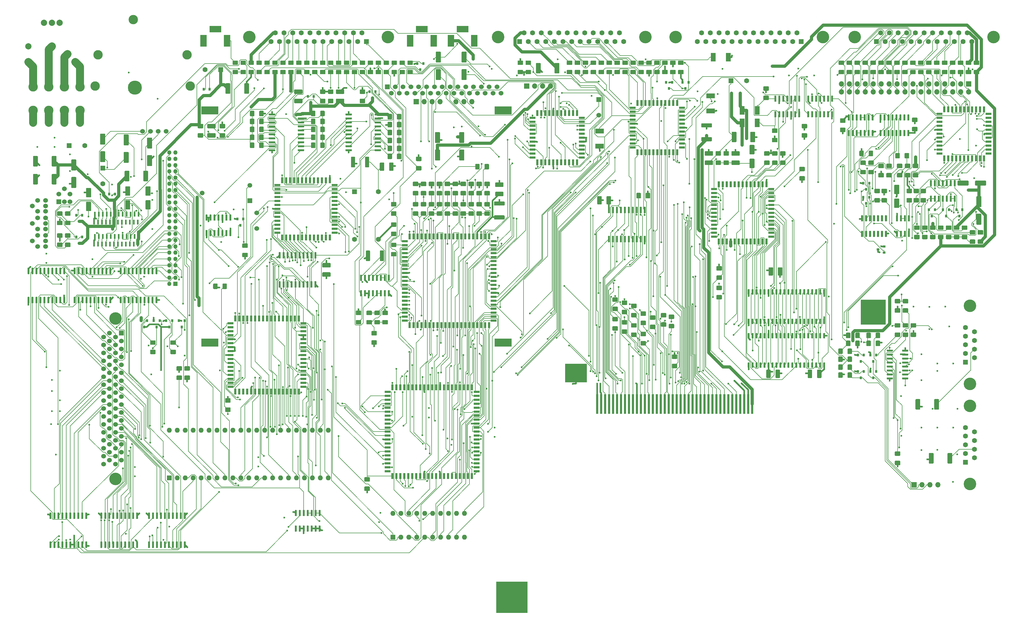
<source format=gtl>
G04 #@! TF.GenerationSoftware,KiCad,Pcbnew,(5.1.0)-1*
G04 #@! TF.CreationDate,2020-01-29T23:37:03+00:00*
G04 #@! TF.ProjectId,Amiga600,416d6967-6136-4303-902e-6b696361645f,rev?*
G04 #@! TF.SameCoordinates,Original*
G04 #@! TF.FileFunction,Copper,L1,Top*
G04 #@! TF.FilePolarity,Positive*
%FSLAX46Y46*%
G04 Gerber Fmt 4.6, Leading zero omitted, Abs format (unit mm)*
G04 Created by KiCad (PCBNEW (5.1.0)-1) date 2020-01-29 23:37:03*
%MOMM*%
%LPD*%
G04 APERTURE LIST*
%ADD10R,0.800000X6.250000*%
%ADD11C,1.524000*%
%ADD12C,4.500000*%
%ADD13C,3.000000*%
%ADD14R,5.500000X2.500000*%
%ADD15R,10.000000X10.000000*%
%ADD16C,4.000000*%
%ADD17R,1.524000X1.524000*%
%ADD18C,1.500000*%
%ADD19R,1.500000X1.500000*%
%ADD20C,0.100000*%
%ADD21C,0.600000*%
%ADD22R,0.600000X1.500000*%
%ADD23R,8.000000X8.000000*%
%ADD24C,2.000000*%
%ADD25R,2.000000X3.750000*%
%ADD26R,3.750000X2.000000*%
%ADD27R,7.000000X6.000000*%
%ADD28C,1.425000*%
%ADD29C,1.600000*%
%ADD30R,1.600000X1.600000*%
%ADD31R,1.500000X1.524000*%
%ADD32R,0.700000X1.925000*%
%ADD33R,1.925000X0.700000*%
%ADD34O,1.700000X1.700000*%
%ADD35R,1.700000X1.700000*%
%ADD36O,1.350000X1.350000*%
%ADD37R,1.350000X1.350000*%
%ADD38C,1.300000*%
%ADD39C,1.525000*%
%ADD40R,0.800000X0.900000*%
%ADD41O,1.600000X1.600000*%
%ADD42R,0.900000X0.800000*%
%ADD43R,1.500000X2.700000*%
%ADD44R,2.700000X1.500000*%
%ADD45C,0.508000*%
%ADD46C,2.540000*%
%ADD47C,0.152400*%
%ADD48C,1.016000*%
G04 APERTURE END LIST*
D10*
X194625000Y-125375000D03*
X193355000Y-125375000D03*
X192085000Y-125375000D03*
X190815000Y-125375000D03*
X189545000Y-125375000D03*
X188275000Y-125375000D03*
X187005000Y-125375000D03*
X185735000Y-125375000D03*
X195895000Y-125375000D03*
X197165000Y-125375000D03*
X198435000Y-125375000D03*
X199705000Y-125375000D03*
X200975000Y-125375000D03*
X202245000Y-125375000D03*
X203515000Y-125375000D03*
X204785000Y-125375000D03*
X206055000Y-125375000D03*
X207325000Y-125375000D03*
X208595000Y-125375000D03*
X209865000Y-125375000D03*
X211135000Y-125375000D03*
X212405000Y-125375000D03*
X213675000Y-125375000D03*
X214945000Y-125375000D03*
X216215000Y-125375000D03*
X217485000Y-125375000D03*
X218755000Y-125375000D03*
X220025000Y-125375000D03*
X221295000Y-125375000D03*
X222565000Y-125375000D03*
X223835000Y-125375000D03*
X225105000Y-125375000D03*
X226375000Y-125375000D03*
X227645000Y-125375000D03*
X228915000Y-125375000D03*
X230185000Y-125375000D03*
X231455000Y-125375000D03*
X232725000Y-125375000D03*
X233995000Y-125375000D03*
X235265000Y-125375000D03*
D11*
X77000000Y-69250000D03*
X77000000Y-64250000D03*
D12*
X38000000Y-24200000D03*
D13*
X37500000Y-2500000D03*
X54700000Y-13700000D03*
X26300000Y-13700000D03*
X25300000Y-23700000D03*
X55700000Y-23700000D03*
D11*
X48000000Y-38200000D03*
X45500000Y-38200000D03*
X43000000Y-38200000D03*
X40500000Y-38200000D03*
D14*
X155750000Y-105750000D03*
X62000000Y-105750000D03*
X62000000Y-31500000D03*
X155750000Y-31500000D03*
D11*
X5500000Y-35500000D03*
X5500000Y-20000000D03*
D13*
X5500000Y-24000000D03*
X5500000Y-31500000D03*
D11*
X10500000Y-35500000D03*
X10500000Y-20000000D03*
D13*
X10500000Y-24000000D03*
X10500000Y-31500000D03*
D11*
X15500000Y-35500000D03*
X15500000Y-20000000D03*
D13*
X15500000Y-24000000D03*
X15500000Y-31500000D03*
D11*
X20500000Y-35500000D03*
X20500000Y-20000000D03*
D13*
X20500000Y-24000000D03*
X20500000Y-31500000D03*
D15*
X158500000Y-187250000D03*
D16*
X31850000Y-149340000D03*
X31850000Y-98080000D03*
D17*
X33750000Y-102750000D03*
D11*
X31840000Y-104020000D03*
X33750000Y-105290000D03*
X31840000Y-106560000D03*
X33750000Y-107830000D03*
X31840000Y-109100000D03*
X33750000Y-110370000D03*
X31840000Y-111640000D03*
X33750000Y-112910000D03*
X31840000Y-114180000D03*
X33750000Y-115450000D03*
X31840000Y-116720000D03*
X33750000Y-117990000D03*
X31840000Y-119260000D03*
X33750000Y-120530000D03*
X31840000Y-121800000D03*
X33750000Y-123070000D03*
X31840000Y-124340000D03*
X33750000Y-125610000D03*
X31840000Y-126880000D03*
X33750000Y-128150000D03*
X31840000Y-129420000D03*
X33750000Y-130690000D03*
X31840000Y-131960000D03*
X33750000Y-133230000D03*
X31840000Y-134500000D03*
X33750000Y-135770000D03*
X31840000Y-137040000D03*
X33750000Y-138310000D03*
X31840000Y-139580000D03*
X33750000Y-140850000D03*
X31840000Y-142120000D03*
X33750000Y-143390000D03*
X31840000Y-144660000D03*
X28020000Y-104020000D03*
X29930000Y-112910000D03*
X29930000Y-105290000D03*
X29930000Y-102750000D03*
X29930000Y-107830000D03*
X28020000Y-129420000D03*
X29930000Y-117990000D03*
X28020000Y-126880000D03*
X28020000Y-131960000D03*
X28020000Y-134500000D03*
X29930000Y-135770000D03*
X29930000Y-125610000D03*
X29930000Y-128150000D03*
X29930000Y-130690000D03*
X28020000Y-142120000D03*
X29930000Y-140850000D03*
X28020000Y-111640000D03*
X28020000Y-137040000D03*
X29930000Y-120530000D03*
X29930000Y-133230000D03*
X28020000Y-119260000D03*
X28020000Y-114180000D03*
X28020000Y-109100000D03*
X28020000Y-124340000D03*
X28020000Y-106560000D03*
X28020000Y-121800000D03*
X29930000Y-123070000D03*
X29930000Y-138310000D03*
X28020000Y-139580000D03*
X29930000Y-110370000D03*
X28020000Y-116720000D03*
X29930000Y-143390000D03*
X29930000Y-115450000D03*
X28020000Y-144660000D03*
X120000000Y-26000000D03*
D17*
X118750000Y-24000000D03*
D11*
X121250000Y-24000000D03*
X122500000Y-26000000D03*
X123750000Y-24000000D03*
X125000000Y-26000000D03*
X126250000Y-24000000D03*
X127500000Y-26000000D03*
X128750000Y-24000000D03*
X130000000Y-26000000D03*
X131250000Y-24000000D03*
X132500000Y-26000000D03*
X133750000Y-24000000D03*
X135000000Y-26000000D03*
X136250000Y-24000000D03*
X137500000Y-26000000D03*
X138750000Y-24000000D03*
X140000000Y-26000000D03*
X141250000Y-24000000D03*
X142500000Y-26000000D03*
X143750000Y-24000000D03*
X145000000Y-26000000D03*
X146250000Y-24000000D03*
X147500000Y-26000000D03*
X148750000Y-24000000D03*
X150000000Y-26000000D03*
X151250000Y-24000000D03*
X152500000Y-26000000D03*
X153750000Y-24000000D03*
X155000000Y-26000000D03*
D18*
X59550000Y-57950000D03*
D19*
X74750000Y-60400000D03*
D18*
X74750000Y-55500000D03*
D11*
X15500000Y-56550000D03*
X17250000Y-58250000D03*
X13750000Y-58250000D03*
X17250000Y-60750000D03*
D17*
X13750000Y-60750000D03*
D11*
X15500000Y-60750000D03*
X5300000Y-62050000D03*
X5300000Y-67650000D03*
X5300000Y-73250000D03*
X9500000Y-63800000D03*
X7000000Y-63800000D03*
X9500000Y-62050000D03*
X9500000Y-60300000D03*
X7000000Y-60300000D03*
X7000000Y-65900000D03*
X9500000Y-65900000D03*
X9500000Y-69400000D03*
X9500000Y-67650000D03*
X7000000Y-69400000D03*
X7000000Y-71500000D03*
X7000000Y-75000000D03*
X9500000Y-71500000D03*
X9500000Y-75000000D03*
X9500000Y-73250000D03*
D20*
G36*
X242854703Y-26800722D02*
G01*
X242869264Y-26802882D01*
X242883543Y-26806459D01*
X242897403Y-26811418D01*
X242910710Y-26817712D01*
X242923336Y-26825280D01*
X242935159Y-26834048D01*
X242946066Y-26843934D01*
X242955952Y-26854841D01*
X242964720Y-26866664D01*
X242972288Y-26879290D01*
X242978582Y-26892597D01*
X242983541Y-26906457D01*
X242987118Y-26920736D01*
X242989278Y-26935297D01*
X242990000Y-26950000D01*
X242990000Y-28600000D01*
X242989278Y-28614703D01*
X242987118Y-28629264D01*
X242983541Y-28643543D01*
X242978582Y-28657403D01*
X242972288Y-28670710D01*
X242964720Y-28683336D01*
X242955952Y-28695159D01*
X242946066Y-28706066D01*
X242935159Y-28715952D01*
X242923336Y-28724720D01*
X242910710Y-28732288D01*
X242897403Y-28738582D01*
X242883543Y-28743541D01*
X242869264Y-28747118D01*
X242854703Y-28749278D01*
X242840000Y-28750000D01*
X242540000Y-28750000D01*
X242525297Y-28749278D01*
X242510736Y-28747118D01*
X242496457Y-28743541D01*
X242482597Y-28738582D01*
X242469290Y-28732288D01*
X242456664Y-28724720D01*
X242444841Y-28715952D01*
X242433934Y-28706066D01*
X242424048Y-28695159D01*
X242415280Y-28683336D01*
X242407712Y-28670710D01*
X242401418Y-28657403D01*
X242396459Y-28643543D01*
X242392882Y-28629264D01*
X242390722Y-28614703D01*
X242390000Y-28600000D01*
X242390000Y-26950000D01*
X242390722Y-26935297D01*
X242392882Y-26920736D01*
X242396459Y-26906457D01*
X242401418Y-26892597D01*
X242407712Y-26879290D01*
X242415280Y-26866664D01*
X242424048Y-26854841D01*
X242433934Y-26843934D01*
X242444841Y-26834048D01*
X242456664Y-26825280D01*
X242469290Y-26817712D01*
X242482597Y-26811418D01*
X242496457Y-26806459D01*
X242510736Y-26802882D01*
X242525297Y-26800722D01*
X242540000Y-26800000D01*
X242840000Y-26800000D01*
X242854703Y-26800722D01*
X242854703Y-26800722D01*
G37*
D21*
X242690000Y-27775000D03*
D20*
G36*
X244124703Y-26800722D02*
G01*
X244139264Y-26802882D01*
X244153543Y-26806459D01*
X244167403Y-26811418D01*
X244180710Y-26817712D01*
X244193336Y-26825280D01*
X244205159Y-26834048D01*
X244216066Y-26843934D01*
X244225952Y-26854841D01*
X244234720Y-26866664D01*
X244242288Y-26879290D01*
X244248582Y-26892597D01*
X244253541Y-26906457D01*
X244257118Y-26920736D01*
X244259278Y-26935297D01*
X244260000Y-26950000D01*
X244260000Y-28600000D01*
X244259278Y-28614703D01*
X244257118Y-28629264D01*
X244253541Y-28643543D01*
X244248582Y-28657403D01*
X244242288Y-28670710D01*
X244234720Y-28683336D01*
X244225952Y-28695159D01*
X244216066Y-28706066D01*
X244205159Y-28715952D01*
X244193336Y-28724720D01*
X244180710Y-28732288D01*
X244167403Y-28738582D01*
X244153543Y-28743541D01*
X244139264Y-28747118D01*
X244124703Y-28749278D01*
X244110000Y-28750000D01*
X243810000Y-28750000D01*
X243795297Y-28749278D01*
X243780736Y-28747118D01*
X243766457Y-28743541D01*
X243752597Y-28738582D01*
X243739290Y-28732288D01*
X243726664Y-28724720D01*
X243714841Y-28715952D01*
X243703934Y-28706066D01*
X243694048Y-28695159D01*
X243685280Y-28683336D01*
X243677712Y-28670710D01*
X243671418Y-28657403D01*
X243666459Y-28643543D01*
X243662882Y-28629264D01*
X243660722Y-28614703D01*
X243660000Y-28600000D01*
X243660000Y-26950000D01*
X243660722Y-26935297D01*
X243662882Y-26920736D01*
X243666459Y-26906457D01*
X243671418Y-26892597D01*
X243677712Y-26879290D01*
X243685280Y-26866664D01*
X243694048Y-26854841D01*
X243703934Y-26843934D01*
X243714841Y-26834048D01*
X243726664Y-26825280D01*
X243739290Y-26817712D01*
X243752597Y-26811418D01*
X243766457Y-26806459D01*
X243780736Y-26802882D01*
X243795297Y-26800722D01*
X243810000Y-26800000D01*
X244110000Y-26800000D01*
X244124703Y-26800722D01*
X244124703Y-26800722D01*
G37*
D21*
X243960000Y-27775000D03*
D20*
G36*
X245394703Y-26800722D02*
G01*
X245409264Y-26802882D01*
X245423543Y-26806459D01*
X245437403Y-26811418D01*
X245450710Y-26817712D01*
X245463336Y-26825280D01*
X245475159Y-26834048D01*
X245486066Y-26843934D01*
X245495952Y-26854841D01*
X245504720Y-26866664D01*
X245512288Y-26879290D01*
X245518582Y-26892597D01*
X245523541Y-26906457D01*
X245527118Y-26920736D01*
X245529278Y-26935297D01*
X245530000Y-26950000D01*
X245530000Y-28600000D01*
X245529278Y-28614703D01*
X245527118Y-28629264D01*
X245523541Y-28643543D01*
X245518582Y-28657403D01*
X245512288Y-28670710D01*
X245504720Y-28683336D01*
X245495952Y-28695159D01*
X245486066Y-28706066D01*
X245475159Y-28715952D01*
X245463336Y-28724720D01*
X245450710Y-28732288D01*
X245437403Y-28738582D01*
X245423543Y-28743541D01*
X245409264Y-28747118D01*
X245394703Y-28749278D01*
X245380000Y-28750000D01*
X245080000Y-28750000D01*
X245065297Y-28749278D01*
X245050736Y-28747118D01*
X245036457Y-28743541D01*
X245022597Y-28738582D01*
X245009290Y-28732288D01*
X244996664Y-28724720D01*
X244984841Y-28715952D01*
X244973934Y-28706066D01*
X244964048Y-28695159D01*
X244955280Y-28683336D01*
X244947712Y-28670710D01*
X244941418Y-28657403D01*
X244936459Y-28643543D01*
X244932882Y-28629264D01*
X244930722Y-28614703D01*
X244930000Y-28600000D01*
X244930000Y-26950000D01*
X244930722Y-26935297D01*
X244932882Y-26920736D01*
X244936459Y-26906457D01*
X244941418Y-26892597D01*
X244947712Y-26879290D01*
X244955280Y-26866664D01*
X244964048Y-26854841D01*
X244973934Y-26843934D01*
X244984841Y-26834048D01*
X244996664Y-26825280D01*
X245009290Y-26817712D01*
X245022597Y-26811418D01*
X245036457Y-26806459D01*
X245050736Y-26802882D01*
X245065297Y-26800722D01*
X245080000Y-26800000D01*
X245380000Y-26800000D01*
X245394703Y-26800722D01*
X245394703Y-26800722D01*
G37*
D21*
X245230000Y-27775000D03*
D20*
G36*
X246664703Y-26800722D02*
G01*
X246679264Y-26802882D01*
X246693543Y-26806459D01*
X246707403Y-26811418D01*
X246720710Y-26817712D01*
X246733336Y-26825280D01*
X246745159Y-26834048D01*
X246756066Y-26843934D01*
X246765952Y-26854841D01*
X246774720Y-26866664D01*
X246782288Y-26879290D01*
X246788582Y-26892597D01*
X246793541Y-26906457D01*
X246797118Y-26920736D01*
X246799278Y-26935297D01*
X246800000Y-26950000D01*
X246800000Y-28600000D01*
X246799278Y-28614703D01*
X246797118Y-28629264D01*
X246793541Y-28643543D01*
X246788582Y-28657403D01*
X246782288Y-28670710D01*
X246774720Y-28683336D01*
X246765952Y-28695159D01*
X246756066Y-28706066D01*
X246745159Y-28715952D01*
X246733336Y-28724720D01*
X246720710Y-28732288D01*
X246707403Y-28738582D01*
X246693543Y-28743541D01*
X246679264Y-28747118D01*
X246664703Y-28749278D01*
X246650000Y-28750000D01*
X246350000Y-28750000D01*
X246335297Y-28749278D01*
X246320736Y-28747118D01*
X246306457Y-28743541D01*
X246292597Y-28738582D01*
X246279290Y-28732288D01*
X246266664Y-28724720D01*
X246254841Y-28715952D01*
X246243934Y-28706066D01*
X246234048Y-28695159D01*
X246225280Y-28683336D01*
X246217712Y-28670710D01*
X246211418Y-28657403D01*
X246206459Y-28643543D01*
X246202882Y-28629264D01*
X246200722Y-28614703D01*
X246200000Y-28600000D01*
X246200000Y-26950000D01*
X246200722Y-26935297D01*
X246202882Y-26920736D01*
X246206459Y-26906457D01*
X246211418Y-26892597D01*
X246217712Y-26879290D01*
X246225280Y-26866664D01*
X246234048Y-26854841D01*
X246243934Y-26843934D01*
X246254841Y-26834048D01*
X246266664Y-26825280D01*
X246279290Y-26817712D01*
X246292597Y-26811418D01*
X246306457Y-26806459D01*
X246320736Y-26802882D01*
X246335297Y-26800722D01*
X246350000Y-26800000D01*
X246650000Y-26800000D01*
X246664703Y-26800722D01*
X246664703Y-26800722D01*
G37*
D21*
X246500000Y-27775000D03*
D20*
G36*
X247934703Y-26800722D02*
G01*
X247949264Y-26802882D01*
X247963543Y-26806459D01*
X247977403Y-26811418D01*
X247990710Y-26817712D01*
X248003336Y-26825280D01*
X248015159Y-26834048D01*
X248026066Y-26843934D01*
X248035952Y-26854841D01*
X248044720Y-26866664D01*
X248052288Y-26879290D01*
X248058582Y-26892597D01*
X248063541Y-26906457D01*
X248067118Y-26920736D01*
X248069278Y-26935297D01*
X248070000Y-26950000D01*
X248070000Y-28600000D01*
X248069278Y-28614703D01*
X248067118Y-28629264D01*
X248063541Y-28643543D01*
X248058582Y-28657403D01*
X248052288Y-28670710D01*
X248044720Y-28683336D01*
X248035952Y-28695159D01*
X248026066Y-28706066D01*
X248015159Y-28715952D01*
X248003336Y-28724720D01*
X247990710Y-28732288D01*
X247977403Y-28738582D01*
X247963543Y-28743541D01*
X247949264Y-28747118D01*
X247934703Y-28749278D01*
X247920000Y-28750000D01*
X247620000Y-28750000D01*
X247605297Y-28749278D01*
X247590736Y-28747118D01*
X247576457Y-28743541D01*
X247562597Y-28738582D01*
X247549290Y-28732288D01*
X247536664Y-28724720D01*
X247524841Y-28715952D01*
X247513934Y-28706066D01*
X247504048Y-28695159D01*
X247495280Y-28683336D01*
X247487712Y-28670710D01*
X247481418Y-28657403D01*
X247476459Y-28643543D01*
X247472882Y-28629264D01*
X247470722Y-28614703D01*
X247470000Y-28600000D01*
X247470000Y-26950000D01*
X247470722Y-26935297D01*
X247472882Y-26920736D01*
X247476459Y-26906457D01*
X247481418Y-26892597D01*
X247487712Y-26879290D01*
X247495280Y-26866664D01*
X247504048Y-26854841D01*
X247513934Y-26843934D01*
X247524841Y-26834048D01*
X247536664Y-26825280D01*
X247549290Y-26817712D01*
X247562597Y-26811418D01*
X247576457Y-26806459D01*
X247590736Y-26802882D01*
X247605297Y-26800722D01*
X247620000Y-26800000D01*
X247920000Y-26800000D01*
X247934703Y-26800722D01*
X247934703Y-26800722D01*
G37*
D21*
X247770000Y-27775000D03*
D20*
G36*
X249204703Y-26800722D02*
G01*
X249219264Y-26802882D01*
X249233543Y-26806459D01*
X249247403Y-26811418D01*
X249260710Y-26817712D01*
X249273336Y-26825280D01*
X249285159Y-26834048D01*
X249296066Y-26843934D01*
X249305952Y-26854841D01*
X249314720Y-26866664D01*
X249322288Y-26879290D01*
X249328582Y-26892597D01*
X249333541Y-26906457D01*
X249337118Y-26920736D01*
X249339278Y-26935297D01*
X249340000Y-26950000D01*
X249340000Y-28600000D01*
X249339278Y-28614703D01*
X249337118Y-28629264D01*
X249333541Y-28643543D01*
X249328582Y-28657403D01*
X249322288Y-28670710D01*
X249314720Y-28683336D01*
X249305952Y-28695159D01*
X249296066Y-28706066D01*
X249285159Y-28715952D01*
X249273336Y-28724720D01*
X249260710Y-28732288D01*
X249247403Y-28738582D01*
X249233543Y-28743541D01*
X249219264Y-28747118D01*
X249204703Y-28749278D01*
X249190000Y-28750000D01*
X248890000Y-28750000D01*
X248875297Y-28749278D01*
X248860736Y-28747118D01*
X248846457Y-28743541D01*
X248832597Y-28738582D01*
X248819290Y-28732288D01*
X248806664Y-28724720D01*
X248794841Y-28715952D01*
X248783934Y-28706066D01*
X248774048Y-28695159D01*
X248765280Y-28683336D01*
X248757712Y-28670710D01*
X248751418Y-28657403D01*
X248746459Y-28643543D01*
X248742882Y-28629264D01*
X248740722Y-28614703D01*
X248740000Y-28600000D01*
X248740000Y-26950000D01*
X248740722Y-26935297D01*
X248742882Y-26920736D01*
X248746459Y-26906457D01*
X248751418Y-26892597D01*
X248757712Y-26879290D01*
X248765280Y-26866664D01*
X248774048Y-26854841D01*
X248783934Y-26843934D01*
X248794841Y-26834048D01*
X248806664Y-26825280D01*
X248819290Y-26817712D01*
X248832597Y-26811418D01*
X248846457Y-26806459D01*
X248860736Y-26802882D01*
X248875297Y-26800722D01*
X248890000Y-26800000D01*
X249190000Y-26800000D01*
X249204703Y-26800722D01*
X249204703Y-26800722D01*
G37*
D21*
X249040000Y-27775000D03*
D20*
G36*
X250474703Y-26800722D02*
G01*
X250489264Y-26802882D01*
X250503543Y-26806459D01*
X250517403Y-26811418D01*
X250530710Y-26817712D01*
X250543336Y-26825280D01*
X250555159Y-26834048D01*
X250566066Y-26843934D01*
X250575952Y-26854841D01*
X250584720Y-26866664D01*
X250592288Y-26879290D01*
X250598582Y-26892597D01*
X250603541Y-26906457D01*
X250607118Y-26920736D01*
X250609278Y-26935297D01*
X250610000Y-26950000D01*
X250610000Y-28600000D01*
X250609278Y-28614703D01*
X250607118Y-28629264D01*
X250603541Y-28643543D01*
X250598582Y-28657403D01*
X250592288Y-28670710D01*
X250584720Y-28683336D01*
X250575952Y-28695159D01*
X250566066Y-28706066D01*
X250555159Y-28715952D01*
X250543336Y-28724720D01*
X250530710Y-28732288D01*
X250517403Y-28738582D01*
X250503543Y-28743541D01*
X250489264Y-28747118D01*
X250474703Y-28749278D01*
X250460000Y-28750000D01*
X250160000Y-28750000D01*
X250145297Y-28749278D01*
X250130736Y-28747118D01*
X250116457Y-28743541D01*
X250102597Y-28738582D01*
X250089290Y-28732288D01*
X250076664Y-28724720D01*
X250064841Y-28715952D01*
X250053934Y-28706066D01*
X250044048Y-28695159D01*
X250035280Y-28683336D01*
X250027712Y-28670710D01*
X250021418Y-28657403D01*
X250016459Y-28643543D01*
X250012882Y-28629264D01*
X250010722Y-28614703D01*
X250010000Y-28600000D01*
X250010000Y-26950000D01*
X250010722Y-26935297D01*
X250012882Y-26920736D01*
X250016459Y-26906457D01*
X250021418Y-26892597D01*
X250027712Y-26879290D01*
X250035280Y-26866664D01*
X250044048Y-26854841D01*
X250053934Y-26843934D01*
X250064841Y-26834048D01*
X250076664Y-26825280D01*
X250089290Y-26817712D01*
X250102597Y-26811418D01*
X250116457Y-26806459D01*
X250130736Y-26802882D01*
X250145297Y-26800722D01*
X250160000Y-26800000D01*
X250460000Y-26800000D01*
X250474703Y-26800722D01*
X250474703Y-26800722D01*
G37*
D21*
X250310000Y-27775000D03*
D20*
G36*
X250474703Y-31750722D02*
G01*
X250489264Y-31752882D01*
X250503543Y-31756459D01*
X250517403Y-31761418D01*
X250530710Y-31767712D01*
X250543336Y-31775280D01*
X250555159Y-31784048D01*
X250566066Y-31793934D01*
X250575952Y-31804841D01*
X250584720Y-31816664D01*
X250592288Y-31829290D01*
X250598582Y-31842597D01*
X250603541Y-31856457D01*
X250607118Y-31870736D01*
X250609278Y-31885297D01*
X250610000Y-31900000D01*
X250610000Y-33550000D01*
X250609278Y-33564703D01*
X250607118Y-33579264D01*
X250603541Y-33593543D01*
X250598582Y-33607403D01*
X250592288Y-33620710D01*
X250584720Y-33633336D01*
X250575952Y-33645159D01*
X250566066Y-33656066D01*
X250555159Y-33665952D01*
X250543336Y-33674720D01*
X250530710Y-33682288D01*
X250517403Y-33688582D01*
X250503543Y-33693541D01*
X250489264Y-33697118D01*
X250474703Y-33699278D01*
X250460000Y-33700000D01*
X250160000Y-33700000D01*
X250145297Y-33699278D01*
X250130736Y-33697118D01*
X250116457Y-33693541D01*
X250102597Y-33688582D01*
X250089290Y-33682288D01*
X250076664Y-33674720D01*
X250064841Y-33665952D01*
X250053934Y-33656066D01*
X250044048Y-33645159D01*
X250035280Y-33633336D01*
X250027712Y-33620710D01*
X250021418Y-33607403D01*
X250016459Y-33593543D01*
X250012882Y-33579264D01*
X250010722Y-33564703D01*
X250010000Y-33550000D01*
X250010000Y-31900000D01*
X250010722Y-31885297D01*
X250012882Y-31870736D01*
X250016459Y-31856457D01*
X250021418Y-31842597D01*
X250027712Y-31829290D01*
X250035280Y-31816664D01*
X250044048Y-31804841D01*
X250053934Y-31793934D01*
X250064841Y-31784048D01*
X250076664Y-31775280D01*
X250089290Y-31767712D01*
X250102597Y-31761418D01*
X250116457Y-31756459D01*
X250130736Y-31752882D01*
X250145297Y-31750722D01*
X250160000Y-31750000D01*
X250460000Y-31750000D01*
X250474703Y-31750722D01*
X250474703Y-31750722D01*
G37*
D21*
X250310000Y-32725000D03*
D20*
G36*
X249204703Y-31750722D02*
G01*
X249219264Y-31752882D01*
X249233543Y-31756459D01*
X249247403Y-31761418D01*
X249260710Y-31767712D01*
X249273336Y-31775280D01*
X249285159Y-31784048D01*
X249296066Y-31793934D01*
X249305952Y-31804841D01*
X249314720Y-31816664D01*
X249322288Y-31829290D01*
X249328582Y-31842597D01*
X249333541Y-31856457D01*
X249337118Y-31870736D01*
X249339278Y-31885297D01*
X249340000Y-31900000D01*
X249340000Y-33550000D01*
X249339278Y-33564703D01*
X249337118Y-33579264D01*
X249333541Y-33593543D01*
X249328582Y-33607403D01*
X249322288Y-33620710D01*
X249314720Y-33633336D01*
X249305952Y-33645159D01*
X249296066Y-33656066D01*
X249285159Y-33665952D01*
X249273336Y-33674720D01*
X249260710Y-33682288D01*
X249247403Y-33688582D01*
X249233543Y-33693541D01*
X249219264Y-33697118D01*
X249204703Y-33699278D01*
X249190000Y-33700000D01*
X248890000Y-33700000D01*
X248875297Y-33699278D01*
X248860736Y-33697118D01*
X248846457Y-33693541D01*
X248832597Y-33688582D01*
X248819290Y-33682288D01*
X248806664Y-33674720D01*
X248794841Y-33665952D01*
X248783934Y-33656066D01*
X248774048Y-33645159D01*
X248765280Y-33633336D01*
X248757712Y-33620710D01*
X248751418Y-33607403D01*
X248746459Y-33593543D01*
X248742882Y-33579264D01*
X248740722Y-33564703D01*
X248740000Y-33550000D01*
X248740000Y-31900000D01*
X248740722Y-31885297D01*
X248742882Y-31870736D01*
X248746459Y-31856457D01*
X248751418Y-31842597D01*
X248757712Y-31829290D01*
X248765280Y-31816664D01*
X248774048Y-31804841D01*
X248783934Y-31793934D01*
X248794841Y-31784048D01*
X248806664Y-31775280D01*
X248819290Y-31767712D01*
X248832597Y-31761418D01*
X248846457Y-31756459D01*
X248860736Y-31752882D01*
X248875297Y-31750722D01*
X248890000Y-31750000D01*
X249190000Y-31750000D01*
X249204703Y-31750722D01*
X249204703Y-31750722D01*
G37*
D21*
X249040000Y-32725000D03*
D20*
G36*
X247934703Y-31750722D02*
G01*
X247949264Y-31752882D01*
X247963543Y-31756459D01*
X247977403Y-31761418D01*
X247990710Y-31767712D01*
X248003336Y-31775280D01*
X248015159Y-31784048D01*
X248026066Y-31793934D01*
X248035952Y-31804841D01*
X248044720Y-31816664D01*
X248052288Y-31829290D01*
X248058582Y-31842597D01*
X248063541Y-31856457D01*
X248067118Y-31870736D01*
X248069278Y-31885297D01*
X248070000Y-31900000D01*
X248070000Y-33550000D01*
X248069278Y-33564703D01*
X248067118Y-33579264D01*
X248063541Y-33593543D01*
X248058582Y-33607403D01*
X248052288Y-33620710D01*
X248044720Y-33633336D01*
X248035952Y-33645159D01*
X248026066Y-33656066D01*
X248015159Y-33665952D01*
X248003336Y-33674720D01*
X247990710Y-33682288D01*
X247977403Y-33688582D01*
X247963543Y-33693541D01*
X247949264Y-33697118D01*
X247934703Y-33699278D01*
X247920000Y-33700000D01*
X247620000Y-33700000D01*
X247605297Y-33699278D01*
X247590736Y-33697118D01*
X247576457Y-33693541D01*
X247562597Y-33688582D01*
X247549290Y-33682288D01*
X247536664Y-33674720D01*
X247524841Y-33665952D01*
X247513934Y-33656066D01*
X247504048Y-33645159D01*
X247495280Y-33633336D01*
X247487712Y-33620710D01*
X247481418Y-33607403D01*
X247476459Y-33593543D01*
X247472882Y-33579264D01*
X247470722Y-33564703D01*
X247470000Y-33550000D01*
X247470000Y-31900000D01*
X247470722Y-31885297D01*
X247472882Y-31870736D01*
X247476459Y-31856457D01*
X247481418Y-31842597D01*
X247487712Y-31829290D01*
X247495280Y-31816664D01*
X247504048Y-31804841D01*
X247513934Y-31793934D01*
X247524841Y-31784048D01*
X247536664Y-31775280D01*
X247549290Y-31767712D01*
X247562597Y-31761418D01*
X247576457Y-31756459D01*
X247590736Y-31752882D01*
X247605297Y-31750722D01*
X247620000Y-31750000D01*
X247920000Y-31750000D01*
X247934703Y-31750722D01*
X247934703Y-31750722D01*
G37*
D21*
X247770000Y-32725000D03*
D20*
G36*
X246664703Y-31750722D02*
G01*
X246679264Y-31752882D01*
X246693543Y-31756459D01*
X246707403Y-31761418D01*
X246720710Y-31767712D01*
X246733336Y-31775280D01*
X246745159Y-31784048D01*
X246756066Y-31793934D01*
X246765952Y-31804841D01*
X246774720Y-31816664D01*
X246782288Y-31829290D01*
X246788582Y-31842597D01*
X246793541Y-31856457D01*
X246797118Y-31870736D01*
X246799278Y-31885297D01*
X246800000Y-31900000D01*
X246800000Y-33550000D01*
X246799278Y-33564703D01*
X246797118Y-33579264D01*
X246793541Y-33593543D01*
X246788582Y-33607403D01*
X246782288Y-33620710D01*
X246774720Y-33633336D01*
X246765952Y-33645159D01*
X246756066Y-33656066D01*
X246745159Y-33665952D01*
X246733336Y-33674720D01*
X246720710Y-33682288D01*
X246707403Y-33688582D01*
X246693543Y-33693541D01*
X246679264Y-33697118D01*
X246664703Y-33699278D01*
X246650000Y-33700000D01*
X246350000Y-33700000D01*
X246335297Y-33699278D01*
X246320736Y-33697118D01*
X246306457Y-33693541D01*
X246292597Y-33688582D01*
X246279290Y-33682288D01*
X246266664Y-33674720D01*
X246254841Y-33665952D01*
X246243934Y-33656066D01*
X246234048Y-33645159D01*
X246225280Y-33633336D01*
X246217712Y-33620710D01*
X246211418Y-33607403D01*
X246206459Y-33593543D01*
X246202882Y-33579264D01*
X246200722Y-33564703D01*
X246200000Y-33550000D01*
X246200000Y-31900000D01*
X246200722Y-31885297D01*
X246202882Y-31870736D01*
X246206459Y-31856457D01*
X246211418Y-31842597D01*
X246217712Y-31829290D01*
X246225280Y-31816664D01*
X246234048Y-31804841D01*
X246243934Y-31793934D01*
X246254841Y-31784048D01*
X246266664Y-31775280D01*
X246279290Y-31767712D01*
X246292597Y-31761418D01*
X246306457Y-31756459D01*
X246320736Y-31752882D01*
X246335297Y-31750722D01*
X246350000Y-31750000D01*
X246650000Y-31750000D01*
X246664703Y-31750722D01*
X246664703Y-31750722D01*
G37*
D21*
X246500000Y-32725000D03*
D20*
G36*
X245394703Y-31750722D02*
G01*
X245409264Y-31752882D01*
X245423543Y-31756459D01*
X245437403Y-31761418D01*
X245450710Y-31767712D01*
X245463336Y-31775280D01*
X245475159Y-31784048D01*
X245486066Y-31793934D01*
X245495952Y-31804841D01*
X245504720Y-31816664D01*
X245512288Y-31829290D01*
X245518582Y-31842597D01*
X245523541Y-31856457D01*
X245527118Y-31870736D01*
X245529278Y-31885297D01*
X245530000Y-31900000D01*
X245530000Y-33550000D01*
X245529278Y-33564703D01*
X245527118Y-33579264D01*
X245523541Y-33593543D01*
X245518582Y-33607403D01*
X245512288Y-33620710D01*
X245504720Y-33633336D01*
X245495952Y-33645159D01*
X245486066Y-33656066D01*
X245475159Y-33665952D01*
X245463336Y-33674720D01*
X245450710Y-33682288D01*
X245437403Y-33688582D01*
X245423543Y-33693541D01*
X245409264Y-33697118D01*
X245394703Y-33699278D01*
X245380000Y-33700000D01*
X245080000Y-33700000D01*
X245065297Y-33699278D01*
X245050736Y-33697118D01*
X245036457Y-33693541D01*
X245022597Y-33688582D01*
X245009290Y-33682288D01*
X244996664Y-33674720D01*
X244984841Y-33665952D01*
X244973934Y-33656066D01*
X244964048Y-33645159D01*
X244955280Y-33633336D01*
X244947712Y-33620710D01*
X244941418Y-33607403D01*
X244936459Y-33593543D01*
X244932882Y-33579264D01*
X244930722Y-33564703D01*
X244930000Y-33550000D01*
X244930000Y-31900000D01*
X244930722Y-31885297D01*
X244932882Y-31870736D01*
X244936459Y-31856457D01*
X244941418Y-31842597D01*
X244947712Y-31829290D01*
X244955280Y-31816664D01*
X244964048Y-31804841D01*
X244973934Y-31793934D01*
X244984841Y-31784048D01*
X244996664Y-31775280D01*
X245009290Y-31767712D01*
X245022597Y-31761418D01*
X245036457Y-31756459D01*
X245050736Y-31752882D01*
X245065297Y-31750722D01*
X245080000Y-31750000D01*
X245380000Y-31750000D01*
X245394703Y-31750722D01*
X245394703Y-31750722D01*
G37*
D21*
X245230000Y-32725000D03*
D20*
G36*
X244124703Y-31750722D02*
G01*
X244139264Y-31752882D01*
X244153543Y-31756459D01*
X244167403Y-31761418D01*
X244180710Y-31767712D01*
X244193336Y-31775280D01*
X244205159Y-31784048D01*
X244216066Y-31793934D01*
X244225952Y-31804841D01*
X244234720Y-31816664D01*
X244242288Y-31829290D01*
X244248582Y-31842597D01*
X244253541Y-31856457D01*
X244257118Y-31870736D01*
X244259278Y-31885297D01*
X244260000Y-31900000D01*
X244260000Y-33550000D01*
X244259278Y-33564703D01*
X244257118Y-33579264D01*
X244253541Y-33593543D01*
X244248582Y-33607403D01*
X244242288Y-33620710D01*
X244234720Y-33633336D01*
X244225952Y-33645159D01*
X244216066Y-33656066D01*
X244205159Y-33665952D01*
X244193336Y-33674720D01*
X244180710Y-33682288D01*
X244167403Y-33688582D01*
X244153543Y-33693541D01*
X244139264Y-33697118D01*
X244124703Y-33699278D01*
X244110000Y-33700000D01*
X243810000Y-33700000D01*
X243795297Y-33699278D01*
X243780736Y-33697118D01*
X243766457Y-33693541D01*
X243752597Y-33688582D01*
X243739290Y-33682288D01*
X243726664Y-33674720D01*
X243714841Y-33665952D01*
X243703934Y-33656066D01*
X243694048Y-33645159D01*
X243685280Y-33633336D01*
X243677712Y-33620710D01*
X243671418Y-33607403D01*
X243666459Y-33593543D01*
X243662882Y-33579264D01*
X243660722Y-33564703D01*
X243660000Y-33550000D01*
X243660000Y-31900000D01*
X243660722Y-31885297D01*
X243662882Y-31870736D01*
X243666459Y-31856457D01*
X243671418Y-31842597D01*
X243677712Y-31829290D01*
X243685280Y-31816664D01*
X243694048Y-31804841D01*
X243703934Y-31793934D01*
X243714841Y-31784048D01*
X243726664Y-31775280D01*
X243739290Y-31767712D01*
X243752597Y-31761418D01*
X243766457Y-31756459D01*
X243780736Y-31752882D01*
X243795297Y-31750722D01*
X243810000Y-31750000D01*
X244110000Y-31750000D01*
X244124703Y-31750722D01*
X244124703Y-31750722D01*
G37*
D21*
X243960000Y-32725000D03*
D20*
G36*
X242854703Y-31750722D02*
G01*
X242869264Y-31752882D01*
X242883543Y-31756459D01*
X242897403Y-31761418D01*
X242910710Y-31767712D01*
X242923336Y-31775280D01*
X242935159Y-31784048D01*
X242946066Y-31793934D01*
X242955952Y-31804841D01*
X242964720Y-31816664D01*
X242972288Y-31829290D01*
X242978582Y-31842597D01*
X242983541Y-31856457D01*
X242987118Y-31870736D01*
X242989278Y-31885297D01*
X242990000Y-31900000D01*
X242990000Y-33550000D01*
X242989278Y-33564703D01*
X242987118Y-33579264D01*
X242983541Y-33593543D01*
X242978582Y-33607403D01*
X242972288Y-33620710D01*
X242964720Y-33633336D01*
X242955952Y-33645159D01*
X242946066Y-33656066D01*
X242935159Y-33665952D01*
X242923336Y-33674720D01*
X242910710Y-33682288D01*
X242897403Y-33688582D01*
X242883543Y-33693541D01*
X242869264Y-33697118D01*
X242854703Y-33699278D01*
X242840000Y-33700000D01*
X242540000Y-33700000D01*
X242525297Y-33699278D01*
X242510736Y-33697118D01*
X242496457Y-33693541D01*
X242482597Y-33688582D01*
X242469290Y-33682288D01*
X242456664Y-33674720D01*
X242444841Y-33665952D01*
X242433934Y-33656066D01*
X242424048Y-33645159D01*
X242415280Y-33633336D01*
X242407712Y-33620710D01*
X242401418Y-33607403D01*
X242396459Y-33593543D01*
X242392882Y-33579264D01*
X242390722Y-33564703D01*
X242390000Y-33550000D01*
X242390000Y-31900000D01*
X242390722Y-31885297D01*
X242392882Y-31870736D01*
X242396459Y-31856457D01*
X242401418Y-31842597D01*
X242407712Y-31829290D01*
X242415280Y-31816664D01*
X242424048Y-31804841D01*
X242433934Y-31793934D01*
X242444841Y-31784048D01*
X242456664Y-31775280D01*
X242469290Y-31767712D01*
X242482597Y-31761418D01*
X242496457Y-31756459D01*
X242510736Y-31752882D01*
X242525297Y-31750722D01*
X242540000Y-31750000D01*
X242840000Y-31750000D01*
X242854703Y-31750722D01*
X242854703Y-31750722D01*
G37*
D21*
X242690000Y-32725000D03*
D22*
X38985000Y-74300000D03*
X37715000Y-74300000D03*
X36445000Y-74300000D03*
X35175000Y-74300000D03*
X38985000Y-67200000D03*
X37715000Y-67200000D03*
X36445000Y-67200000D03*
X35175000Y-67200000D03*
X25015000Y-67200000D03*
X26285000Y-67200000D03*
X27555000Y-67200000D03*
X28825000Y-67200000D03*
X30095000Y-67200000D03*
X31365000Y-67200000D03*
X32635000Y-67200000D03*
X33905000Y-67200000D03*
X33905000Y-74300000D03*
X32635000Y-74300000D03*
X31365000Y-74300000D03*
X30095000Y-74300000D03*
X28825000Y-74300000D03*
X27555000Y-74300000D03*
X26285000Y-74300000D03*
X25015000Y-74300000D03*
X39235000Y-71800000D03*
X37965000Y-71800000D03*
X36695000Y-71800000D03*
X35425000Y-71800000D03*
X39235000Y-64700000D03*
X37965000Y-64700000D03*
X36695000Y-64700000D03*
X35425000Y-64700000D03*
X25265000Y-64700000D03*
X26535000Y-64700000D03*
X27805000Y-64700000D03*
X29075000Y-64700000D03*
X30345000Y-64700000D03*
X31615000Y-64700000D03*
X32885000Y-64700000D03*
X34155000Y-64700000D03*
X34155000Y-71800000D03*
X32885000Y-71800000D03*
X31615000Y-71800000D03*
X30345000Y-71800000D03*
X29075000Y-71800000D03*
X27805000Y-71800000D03*
X26535000Y-71800000D03*
X25265000Y-71800000D03*
D23*
X274000000Y-96000000D03*
D24*
X11500000Y-3500000D03*
X9000000Y-3500000D03*
X14000000Y-3500000D03*
X4000000Y-16000000D03*
X4000000Y-11000000D03*
X16500000Y-13500000D03*
X19000000Y-16000000D03*
X11500000Y-11000000D03*
D25*
X60000000Y-9250000D03*
X67500000Y-9250000D03*
D26*
X63750000Y-5550000D03*
D25*
X126000000Y-9250000D03*
X133500000Y-9250000D03*
D26*
X129750000Y-5550000D03*
D25*
X139000000Y-9250000D03*
X146500000Y-9250000D03*
D26*
X142750000Y-5550000D03*
D27*
X179000000Y-115500000D03*
D20*
G36*
X73889504Y-77026204D02*
G01*
X73913773Y-77029804D01*
X73937571Y-77035765D01*
X73960671Y-77044030D01*
X73982849Y-77054520D01*
X74003893Y-77067133D01*
X74023598Y-77081747D01*
X74041777Y-77098223D01*
X74058253Y-77116402D01*
X74072867Y-77136107D01*
X74085480Y-77157151D01*
X74095970Y-77179329D01*
X74104235Y-77202429D01*
X74110196Y-77226227D01*
X74113796Y-77250496D01*
X74115000Y-77275000D01*
X74115000Y-78200000D01*
X74113796Y-78224504D01*
X74110196Y-78248773D01*
X74104235Y-78272571D01*
X74095970Y-78295671D01*
X74085480Y-78317849D01*
X74072867Y-78338893D01*
X74058253Y-78358598D01*
X74041777Y-78376777D01*
X74023598Y-78393253D01*
X74003893Y-78407867D01*
X73982849Y-78420480D01*
X73960671Y-78430970D01*
X73937571Y-78439235D01*
X73913773Y-78445196D01*
X73889504Y-78448796D01*
X73865000Y-78450000D01*
X72615000Y-78450000D01*
X72590496Y-78448796D01*
X72566227Y-78445196D01*
X72542429Y-78439235D01*
X72519329Y-78430970D01*
X72497151Y-78420480D01*
X72476107Y-78407867D01*
X72456402Y-78393253D01*
X72438223Y-78376777D01*
X72421747Y-78358598D01*
X72407133Y-78338893D01*
X72394520Y-78317849D01*
X72384030Y-78295671D01*
X72375765Y-78272571D01*
X72369804Y-78248773D01*
X72366204Y-78224504D01*
X72365000Y-78200000D01*
X72365000Y-77275000D01*
X72366204Y-77250496D01*
X72369804Y-77226227D01*
X72375765Y-77202429D01*
X72384030Y-77179329D01*
X72394520Y-77157151D01*
X72407133Y-77136107D01*
X72421747Y-77116402D01*
X72438223Y-77098223D01*
X72456402Y-77081747D01*
X72476107Y-77067133D01*
X72497151Y-77054520D01*
X72519329Y-77044030D01*
X72542429Y-77035765D01*
X72566227Y-77029804D01*
X72590496Y-77026204D01*
X72615000Y-77025000D01*
X73865000Y-77025000D01*
X73889504Y-77026204D01*
X73889504Y-77026204D01*
G37*
D28*
X73240000Y-77737500D03*
D20*
G36*
X73889504Y-74051204D02*
G01*
X73913773Y-74054804D01*
X73937571Y-74060765D01*
X73960671Y-74069030D01*
X73982849Y-74079520D01*
X74003893Y-74092133D01*
X74023598Y-74106747D01*
X74041777Y-74123223D01*
X74058253Y-74141402D01*
X74072867Y-74161107D01*
X74085480Y-74182151D01*
X74095970Y-74204329D01*
X74104235Y-74227429D01*
X74110196Y-74251227D01*
X74113796Y-74275496D01*
X74115000Y-74300000D01*
X74115000Y-75225000D01*
X74113796Y-75249504D01*
X74110196Y-75273773D01*
X74104235Y-75297571D01*
X74095970Y-75320671D01*
X74085480Y-75342849D01*
X74072867Y-75363893D01*
X74058253Y-75383598D01*
X74041777Y-75401777D01*
X74023598Y-75418253D01*
X74003893Y-75432867D01*
X73982849Y-75445480D01*
X73960671Y-75455970D01*
X73937571Y-75464235D01*
X73913773Y-75470196D01*
X73889504Y-75473796D01*
X73865000Y-75475000D01*
X72615000Y-75475000D01*
X72590496Y-75473796D01*
X72566227Y-75470196D01*
X72542429Y-75464235D01*
X72519329Y-75455970D01*
X72497151Y-75445480D01*
X72476107Y-75432867D01*
X72456402Y-75418253D01*
X72438223Y-75401777D01*
X72421747Y-75383598D01*
X72407133Y-75363893D01*
X72394520Y-75342849D01*
X72384030Y-75320671D01*
X72375765Y-75297571D01*
X72369804Y-75273773D01*
X72366204Y-75249504D01*
X72365000Y-75225000D01*
X72365000Y-74300000D01*
X72366204Y-74275496D01*
X72369804Y-74251227D01*
X72375765Y-74227429D01*
X72384030Y-74204329D01*
X72394520Y-74182151D01*
X72407133Y-74161107D01*
X72421747Y-74141402D01*
X72438223Y-74123223D01*
X72456402Y-74106747D01*
X72476107Y-74092133D01*
X72497151Y-74079520D01*
X72519329Y-74069030D01*
X72542429Y-74060765D01*
X72566227Y-74054804D01*
X72590496Y-74051204D01*
X72615000Y-74050000D01*
X73865000Y-74050000D01*
X73889504Y-74051204D01*
X73889504Y-74051204D01*
G37*
D28*
X73240000Y-74762500D03*
D16*
X74600000Y-8080000D03*
X118930000Y-8080000D03*
D29*
X82915000Y-6660000D03*
X85685000Y-6660000D03*
X88455000Y-6660000D03*
X91225000Y-6660000D03*
X93995000Y-6660000D03*
X96765000Y-6660000D03*
X99535000Y-6660000D03*
X102305000Y-6660000D03*
X105075000Y-6660000D03*
X107845000Y-6660000D03*
X110615000Y-6660000D03*
X81530000Y-9500000D03*
X84300000Y-9500000D03*
X87070000Y-9500000D03*
X89840000Y-9500000D03*
X92610000Y-9500000D03*
X95380000Y-9500000D03*
X98150000Y-9500000D03*
X100920000Y-9500000D03*
X103690000Y-9500000D03*
X106460000Y-9500000D03*
X109230000Y-9500000D03*
D30*
X112000000Y-9500000D03*
D16*
X154070000Y-8080000D03*
X201170000Y-8080000D03*
D29*
X192855000Y-6660000D03*
X190085000Y-6660000D03*
X187315000Y-6660000D03*
X184545000Y-6660000D03*
X181775000Y-6660000D03*
X179005000Y-6660000D03*
X176235000Y-6660000D03*
X173465000Y-6660000D03*
X170695000Y-6660000D03*
X167925000Y-6660000D03*
X165155000Y-6660000D03*
X162385000Y-6660000D03*
X194240000Y-9500000D03*
X191470000Y-9500000D03*
X188700000Y-9500000D03*
X185930000Y-9500000D03*
X183160000Y-9500000D03*
X180390000Y-9500000D03*
X177620000Y-9500000D03*
X174850000Y-9500000D03*
X172080000Y-9500000D03*
X169310000Y-9500000D03*
X166540000Y-9500000D03*
X163770000Y-9500000D03*
D30*
X161000000Y-9500000D03*
D16*
X268070000Y-8080000D03*
X312400000Y-8080000D03*
D29*
X304085000Y-6660000D03*
X301315000Y-6660000D03*
X298545000Y-6660000D03*
X295775000Y-6660000D03*
X293005000Y-6660000D03*
X290235000Y-6660000D03*
X287465000Y-6660000D03*
X284695000Y-6660000D03*
X281925000Y-6660000D03*
X279155000Y-6660000D03*
X276385000Y-6660000D03*
X305470000Y-9500000D03*
X302700000Y-9500000D03*
X299930000Y-9500000D03*
X297160000Y-9500000D03*
X294390000Y-9500000D03*
X291620000Y-9500000D03*
X288850000Y-9500000D03*
X286080000Y-9500000D03*
X283310000Y-9500000D03*
X280540000Y-9500000D03*
X277770000Y-9500000D03*
D30*
X275000000Y-9500000D03*
D20*
G36*
X270604703Y-65050722D02*
G01*
X270619264Y-65052882D01*
X270633543Y-65056459D01*
X270647403Y-65061418D01*
X270660710Y-65067712D01*
X270673336Y-65075280D01*
X270685159Y-65084048D01*
X270696066Y-65093934D01*
X270705952Y-65104841D01*
X270714720Y-65116664D01*
X270722288Y-65129290D01*
X270728582Y-65142597D01*
X270733541Y-65156457D01*
X270737118Y-65170736D01*
X270739278Y-65185297D01*
X270740000Y-65200000D01*
X270740000Y-66850000D01*
X270739278Y-66864703D01*
X270737118Y-66879264D01*
X270733541Y-66893543D01*
X270728582Y-66907403D01*
X270722288Y-66920710D01*
X270714720Y-66933336D01*
X270705952Y-66945159D01*
X270696066Y-66956066D01*
X270685159Y-66965952D01*
X270673336Y-66974720D01*
X270660710Y-66982288D01*
X270647403Y-66988582D01*
X270633543Y-66993541D01*
X270619264Y-66997118D01*
X270604703Y-66999278D01*
X270590000Y-67000000D01*
X270290000Y-67000000D01*
X270275297Y-66999278D01*
X270260736Y-66997118D01*
X270246457Y-66993541D01*
X270232597Y-66988582D01*
X270219290Y-66982288D01*
X270206664Y-66974720D01*
X270194841Y-66965952D01*
X270183934Y-66956066D01*
X270174048Y-66945159D01*
X270165280Y-66933336D01*
X270157712Y-66920710D01*
X270151418Y-66907403D01*
X270146459Y-66893543D01*
X270142882Y-66879264D01*
X270140722Y-66864703D01*
X270140000Y-66850000D01*
X270140000Y-65200000D01*
X270140722Y-65185297D01*
X270142882Y-65170736D01*
X270146459Y-65156457D01*
X270151418Y-65142597D01*
X270157712Y-65129290D01*
X270165280Y-65116664D01*
X270174048Y-65104841D01*
X270183934Y-65093934D01*
X270194841Y-65084048D01*
X270206664Y-65075280D01*
X270219290Y-65067712D01*
X270232597Y-65061418D01*
X270246457Y-65056459D01*
X270260736Y-65052882D01*
X270275297Y-65050722D01*
X270290000Y-65050000D01*
X270590000Y-65050000D01*
X270604703Y-65050722D01*
X270604703Y-65050722D01*
G37*
D21*
X270440000Y-66025000D03*
D20*
G36*
X271874703Y-65050722D02*
G01*
X271889264Y-65052882D01*
X271903543Y-65056459D01*
X271917403Y-65061418D01*
X271930710Y-65067712D01*
X271943336Y-65075280D01*
X271955159Y-65084048D01*
X271966066Y-65093934D01*
X271975952Y-65104841D01*
X271984720Y-65116664D01*
X271992288Y-65129290D01*
X271998582Y-65142597D01*
X272003541Y-65156457D01*
X272007118Y-65170736D01*
X272009278Y-65185297D01*
X272010000Y-65200000D01*
X272010000Y-66850000D01*
X272009278Y-66864703D01*
X272007118Y-66879264D01*
X272003541Y-66893543D01*
X271998582Y-66907403D01*
X271992288Y-66920710D01*
X271984720Y-66933336D01*
X271975952Y-66945159D01*
X271966066Y-66956066D01*
X271955159Y-66965952D01*
X271943336Y-66974720D01*
X271930710Y-66982288D01*
X271917403Y-66988582D01*
X271903543Y-66993541D01*
X271889264Y-66997118D01*
X271874703Y-66999278D01*
X271860000Y-67000000D01*
X271560000Y-67000000D01*
X271545297Y-66999278D01*
X271530736Y-66997118D01*
X271516457Y-66993541D01*
X271502597Y-66988582D01*
X271489290Y-66982288D01*
X271476664Y-66974720D01*
X271464841Y-66965952D01*
X271453934Y-66956066D01*
X271444048Y-66945159D01*
X271435280Y-66933336D01*
X271427712Y-66920710D01*
X271421418Y-66907403D01*
X271416459Y-66893543D01*
X271412882Y-66879264D01*
X271410722Y-66864703D01*
X271410000Y-66850000D01*
X271410000Y-65200000D01*
X271410722Y-65185297D01*
X271412882Y-65170736D01*
X271416459Y-65156457D01*
X271421418Y-65142597D01*
X271427712Y-65129290D01*
X271435280Y-65116664D01*
X271444048Y-65104841D01*
X271453934Y-65093934D01*
X271464841Y-65084048D01*
X271476664Y-65075280D01*
X271489290Y-65067712D01*
X271502597Y-65061418D01*
X271516457Y-65056459D01*
X271530736Y-65052882D01*
X271545297Y-65050722D01*
X271560000Y-65050000D01*
X271860000Y-65050000D01*
X271874703Y-65050722D01*
X271874703Y-65050722D01*
G37*
D21*
X271710000Y-66025000D03*
D20*
G36*
X273144703Y-65050722D02*
G01*
X273159264Y-65052882D01*
X273173543Y-65056459D01*
X273187403Y-65061418D01*
X273200710Y-65067712D01*
X273213336Y-65075280D01*
X273225159Y-65084048D01*
X273236066Y-65093934D01*
X273245952Y-65104841D01*
X273254720Y-65116664D01*
X273262288Y-65129290D01*
X273268582Y-65142597D01*
X273273541Y-65156457D01*
X273277118Y-65170736D01*
X273279278Y-65185297D01*
X273280000Y-65200000D01*
X273280000Y-66850000D01*
X273279278Y-66864703D01*
X273277118Y-66879264D01*
X273273541Y-66893543D01*
X273268582Y-66907403D01*
X273262288Y-66920710D01*
X273254720Y-66933336D01*
X273245952Y-66945159D01*
X273236066Y-66956066D01*
X273225159Y-66965952D01*
X273213336Y-66974720D01*
X273200710Y-66982288D01*
X273187403Y-66988582D01*
X273173543Y-66993541D01*
X273159264Y-66997118D01*
X273144703Y-66999278D01*
X273130000Y-67000000D01*
X272830000Y-67000000D01*
X272815297Y-66999278D01*
X272800736Y-66997118D01*
X272786457Y-66993541D01*
X272772597Y-66988582D01*
X272759290Y-66982288D01*
X272746664Y-66974720D01*
X272734841Y-66965952D01*
X272723934Y-66956066D01*
X272714048Y-66945159D01*
X272705280Y-66933336D01*
X272697712Y-66920710D01*
X272691418Y-66907403D01*
X272686459Y-66893543D01*
X272682882Y-66879264D01*
X272680722Y-66864703D01*
X272680000Y-66850000D01*
X272680000Y-65200000D01*
X272680722Y-65185297D01*
X272682882Y-65170736D01*
X272686459Y-65156457D01*
X272691418Y-65142597D01*
X272697712Y-65129290D01*
X272705280Y-65116664D01*
X272714048Y-65104841D01*
X272723934Y-65093934D01*
X272734841Y-65084048D01*
X272746664Y-65075280D01*
X272759290Y-65067712D01*
X272772597Y-65061418D01*
X272786457Y-65056459D01*
X272800736Y-65052882D01*
X272815297Y-65050722D01*
X272830000Y-65050000D01*
X273130000Y-65050000D01*
X273144703Y-65050722D01*
X273144703Y-65050722D01*
G37*
D21*
X272980000Y-66025000D03*
D20*
G36*
X274414703Y-65050722D02*
G01*
X274429264Y-65052882D01*
X274443543Y-65056459D01*
X274457403Y-65061418D01*
X274470710Y-65067712D01*
X274483336Y-65075280D01*
X274495159Y-65084048D01*
X274506066Y-65093934D01*
X274515952Y-65104841D01*
X274524720Y-65116664D01*
X274532288Y-65129290D01*
X274538582Y-65142597D01*
X274543541Y-65156457D01*
X274547118Y-65170736D01*
X274549278Y-65185297D01*
X274550000Y-65200000D01*
X274550000Y-66850000D01*
X274549278Y-66864703D01*
X274547118Y-66879264D01*
X274543541Y-66893543D01*
X274538582Y-66907403D01*
X274532288Y-66920710D01*
X274524720Y-66933336D01*
X274515952Y-66945159D01*
X274506066Y-66956066D01*
X274495159Y-66965952D01*
X274483336Y-66974720D01*
X274470710Y-66982288D01*
X274457403Y-66988582D01*
X274443543Y-66993541D01*
X274429264Y-66997118D01*
X274414703Y-66999278D01*
X274400000Y-67000000D01*
X274100000Y-67000000D01*
X274085297Y-66999278D01*
X274070736Y-66997118D01*
X274056457Y-66993541D01*
X274042597Y-66988582D01*
X274029290Y-66982288D01*
X274016664Y-66974720D01*
X274004841Y-66965952D01*
X273993934Y-66956066D01*
X273984048Y-66945159D01*
X273975280Y-66933336D01*
X273967712Y-66920710D01*
X273961418Y-66907403D01*
X273956459Y-66893543D01*
X273952882Y-66879264D01*
X273950722Y-66864703D01*
X273950000Y-66850000D01*
X273950000Y-65200000D01*
X273950722Y-65185297D01*
X273952882Y-65170736D01*
X273956459Y-65156457D01*
X273961418Y-65142597D01*
X273967712Y-65129290D01*
X273975280Y-65116664D01*
X273984048Y-65104841D01*
X273993934Y-65093934D01*
X274004841Y-65084048D01*
X274016664Y-65075280D01*
X274029290Y-65067712D01*
X274042597Y-65061418D01*
X274056457Y-65056459D01*
X274070736Y-65052882D01*
X274085297Y-65050722D01*
X274100000Y-65050000D01*
X274400000Y-65050000D01*
X274414703Y-65050722D01*
X274414703Y-65050722D01*
G37*
D21*
X274250000Y-66025000D03*
D20*
G36*
X275684703Y-65050722D02*
G01*
X275699264Y-65052882D01*
X275713543Y-65056459D01*
X275727403Y-65061418D01*
X275740710Y-65067712D01*
X275753336Y-65075280D01*
X275765159Y-65084048D01*
X275776066Y-65093934D01*
X275785952Y-65104841D01*
X275794720Y-65116664D01*
X275802288Y-65129290D01*
X275808582Y-65142597D01*
X275813541Y-65156457D01*
X275817118Y-65170736D01*
X275819278Y-65185297D01*
X275820000Y-65200000D01*
X275820000Y-66850000D01*
X275819278Y-66864703D01*
X275817118Y-66879264D01*
X275813541Y-66893543D01*
X275808582Y-66907403D01*
X275802288Y-66920710D01*
X275794720Y-66933336D01*
X275785952Y-66945159D01*
X275776066Y-66956066D01*
X275765159Y-66965952D01*
X275753336Y-66974720D01*
X275740710Y-66982288D01*
X275727403Y-66988582D01*
X275713543Y-66993541D01*
X275699264Y-66997118D01*
X275684703Y-66999278D01*
X275670000Y-67000000D01*
X275370000Y-67000000D01*
X275355297Y-66999278D01*
X275340736Y-66997118D01*
X275326457Y-66993541D01*
X275312597Y-66988582D01*
X275299290Y-66982288D01*
X275286664Y-66974720D01*
X275274841Y-66965952D01*
X275263934Y-66956066D01*
X275254048Y-66945159D01*
X275245280Y-66933336D01*
X275237712Y-66920710D01*
X275231418Y-66907403D01*
X275226459Y-66893543D01*
X275222882Y-66879264D01*
X275220722Y-66864703D01*
X275220000Y-66850000D01*
X275220000Y-65200000D01*
X275220722Y-65185297D01*
X275222882Y-65170736D01*
X275226459Y-65156457D01*
X275231418Y-65142597D01*
X275237712Y-65129290D01*
X275245280Y-65116664D01*
X275254048Y-65104841D01*
X275263934Y-65093934D01*
X275274841Y-65084048D01*
X275286664Y-65075280D01*
X275299290Y-65067712D01*
X275312597Y-65061418D01*
X275326457Y-65056459D01*
X275340736Y-65052882D01*
X275355297Y-65050722D01*
X275370000Y-65050000D01*
X275670000Y-65050000D01*
X275684703Y-65050722D01*
X275684703Y-65050722D01*
G37*
D21*
X275520000Y-66025000D03*
D20*
G36*
X276954703Y-65050722D02*
G01*
X276969264Y-65052882D01*
X276983543Y-65056459D01*
X276997403Y-65061418D01*
X277010710Y-65067712D01*
X277023336Y-65075280D01*
X277035159Y-65084048D01*
X277046066Y-65093934D01*
X277055952Y-65104841D01*
X277064720Y-65116664D01*
X277072288Y-65129290D01*
X277078582Y-65142597D01*
X277083541Y-65156457D01*
X277087118Y-65170736D01*
X277089278Y-65185297D01*
X277090000Y-65200000D01*
X277090000Y-66850000D01*
X277089278Y-66864703D01*
X277087118Y-66879264D01*
X277083541Y-66893543D01*
X277078582Y-66907403D01*
X277072288Y-66920710D01*
X277064720Y-66933336D01*
X277055952Y-66945159D01*
X277046066Y-66956066D01*
X277035159Y-66965952D01*
X277023336Y-66974720D01*
X277010710Y-66982288D01*
X276997403Y-66988582D01*
X276983543Y-66993541D01*
X276969264Y-66997118D01*
X276954703Y-66999278D01*
X276940000Y-67000000D01*
X276640000Y-67000000D01*
X276625297Y-66999278D01*
X276610736Y-66997118D01*
X276596457Y-66993541D01*
X276582597Y-66988582D01*
X276569290Y-66982288D01*
X276556664Y-66974720D01*
X276544841Y-66965952D01*
X276533934Y-66956066D01*
X276524048Y-66945159D01*
X276515280Y-66933336D01*
X276507712Y-66920710D01*
X276501418Y-66907403D01*
X276496459Y-66893543D01*
X276492882Y-66879264D01*
X276490722Y-66864703D01*
X276490000Y-66850000D01*
X276490000Y-65200000D01*
X276490722Y-65185297D01*
X276492882Y-65170736D01*
X276496459Y-65156457D01*
X276501418Y-65142597D01*
X276507712Y-65129290D01*
X276515280Y-65116664D01*
X276524048Y-65104841D01*
X276533934Y-65093934D01*
X276544841Y-65084048D01*
X276556664Y-65075280D01*
X276569290Y-65067712D01*
X276582597Y-65061418D01*
X276596457Y-65056459D01*
X276610736Y-65052882D01*
X276625297Y-65050722D01*
X276640000Y-65050000D01*
X276940000Y-65050000D01*
X276954703Y-65050722D01*
X276954703Y-65050722D01*
G37*
D21*
X276790000Y-66025000D03*
D20*
G36*
X278224703Y-65050722D02*
G01*
X278239264Y-65052882D01*
X278253543Y-65056459D01*
X278267403Y-65061418D01*
X278280710Y-65067712D01*
X278293336Y-65075280D01*
X278305159Y-65084048D01*
X278316066Y-65093934D01*
X278325952Y-65104841D01*
X278334720Y-65116664D01*
X278342288Y-65129290D01*
X278348582Y-65142597D01*
X278353541Y-65156457D01*
X278357118Y-65170736D01*
X278359278Y-65185297D01*
X278360000Y-65200000D01*
X278360000Y-66850000D01*
X278359278Y-66864703D01*
X278357118Y-66879264D01*
X278353541Y-66893543D01*
X278348582Y-66907403D01*
X278342288Y-66920710D01*
X278334720Y-66933336D01*
X278325952Y-66945159D01*
X278316066Y-66956066D01*
X278305159Y-66965952D01*
X278293336Y-66974720D01*
X278280710Y-66982288D01*
X278267403Y-66988582D01*
X278253543Y-66993541D01*
X278239264Y-66997118D01*
X278224703Y-66999278D01*
X278210000Y-67000000D01*
X277910000Y-67000000D01*
X277895297Y-66999278D01*
X277880736Y-66997118D01*
X277866457Y-66993541D01*
X277852597Y-66988582D01*
X277839290Y-66982288D01*
X277826664Y-66974720D01*
X277814841Y-66965952D01*
X277803934Y-66956066D01*
X277794048Y-66945159D01*
X277785280Y-66933336D01*
X277777712Y-66920710D01*
X277771418Y-66907403D01*
X277766459Y-66893543D01*
X277762882Y-66879264D01*
X277760722Y-66864703D01*
X277760000Y-66850000D01*
X277760000Y-65200000D01*
X277760722Y-65185297D01*
X277762882Y-65170736D01*
X277766459Y-65156457D01*
X277771418Y-65142597D01*
X277777712Y-65129290D01*
X277785280Y-65116664D01*
X277794048Y-65104841D01*
X277803934Y-65093934D01*
X277814841Y-65084048D01*
X277826664Y-65075280D01*
X277839290Y-65067712D01*
X277852597Y-65061418D01*
X277866457Y-65056459D01*
X277880736Y-65052882D01*
X277895297Y-65050722D01*
X277910000Y-65050000D01*
X278210000Y-65050000D01*
X278224703Y-65050722D01*
X278224703Y-65050722D01*
G37*
D21*
X278060000Y-66025000D03*
D20*
G36*
X278224703Y-70000722D02*
G01*
X278239264Y-70002882D01*
X278253543Y-70006459D01*
X278267403Y-70011418D01*
X278280710Y-70017712D01*
X278293336Y-70025280D01*
X278305159Y-70034048D01*
X278316066Y-70043934D01*
X278325952Y-70054841D01*
X278334720Y-70066664D01*
X278342288Y-70079290D01*
X278348582Y-70092597D01*
X278353541Y-70106457D01*
X278357118Y-70120736D01*
X278359278Y-70135297D01*
X278360000Y-70150000D01*
X278360000Y-71800000D01*
X278359278Y-71814703D01*
X278357118Y-71829264D01*
X278353541Y-71843543D01*
X278348582Y-71857403D01*
X278342288Y-71870710D01*
X278334720Y-71883336D01*
X278325952Y-71895159D01*
X278316066Y-71906066D01*
X278305159Y-71915952D01*
X278293336Y-71924720D01*
X278280710Y-71932288D01*
X278267403Y-71938582D01*
X278253543Y-71943541D01*
X278239264Y-71947118D01*
X278224703Y-71949278D01*
X278210000Y-71950000D01*
X277910000Y-71950000D01*
X277895297Y-71949278D01*
X277880736Y-71947118D01*
X277866457Y-71943541D01*
X277852597Y-71938582D01*
X277839290Y-71932288D01*
X277826664Y-71924720D01*
X277814841Y-71915952D01*
X277803934Y-71906066D01*
X277794048Y-71895159D01*
X277785280Y-71883336D01*
X277777712Y-71870710D01*
X277771418Y-71857403D01*
X277766459Y-71843543D01*
X277762882Y-71829264D01*
X277760722Y-71814703D01*
X277760000Y-71800000D01*
X277760000Y-70150000D01*
X277760722Y-70135297D01*
X277762882Y-70120736D01*
X277766459Y-70106457D01*
X277771418Y-70092597D01*
X277777712Y-70079290D01*
X277785280Y-70066664D01*
X277794048Y-70054841D01*
X277803934Y-70043934D01*
X277814841Y-70034048D01*
X277826664Y-70025280D01*
X277839290Y-70017712D01*
X277852597Y-70011418D01*
X277866457Y-70006459D01*
X277880736Y-70002882D01*
X277895297Y-70000722D01*
X277910000Y-70000000D01*
X278210000Y-70000000D01*
X278224703Y-70000722D01*
X278224703Y-70000722D01*
G37*
D21*
X278060000Y-70975000D03*
D20*
G36*
X276954703Y-70000722D02*
G01*
X276969264Y-70002882D01*
X276983543Y-70006459D01*
X276997403Y-70011418D01*
X277010710Y-70017712D01*
X277023336Y-70025280D01*
X277035159Y-70034048D01*
X277046066Y-70043934D01*
X277055952Y-70054841D01*
X277064720Y-70066664D01*
X277072288Y-70079290D01*
X277078582Y-70092597D01*
X277083541Y-70106457D01*
X277087118Y-70120736D01*
X277089278Y-70135297D01*
X277090000Y-70150000D01*
X277090000Y-71800000D01*
X277089278Y-71814703D01*
X277087118Y-71829264D01*
X277083541Y-71843543D01*
X277078582Y-71857403D01*
X277072288Y-71870710D01*
X277064720Y-71883336D01*
X277055952Y-71895159D01*
X277046066Y-71906066D01*
X277035159Y-71915952D01*
X277023336Y-71924720D01*
X277010710Y-71932288D01*
X276997403Y-71938582D01*
X276983543Y-71943541D01*
X276969264Y-71947118D01*
X276954703Y-71949278D01*
X276940000Y-71950000D01*
X276640000Y-71950000D01*
X276625297Y-71949278D01*
X276610736Y-71947118D01*
X276596457Y-71943541D01*
X276582597Y-71938582D01*
X276569290Y-71932288D01*
X276556664Y-71924720D01*
X276544841Y-71915952D01*
X276533934Y-71906066D01*
X276524048Y-71895159D01*
X276515280Y-71883336D01*
X276507712Y-71870710D01*
X276501418Y-71857403D01*
X276496459Y-71843543D01*
X276492882Y-71829264D01*
X276490722Y-71814703D01*
X276490000Y-71800000D01*
X276490000Y-70150000D01*
X276490722Y-70135297D01*
X276492882Y-70120736D01*
X276496459Y-70106457D01*
X276501418Y-70092597D01*
X276507712Y-70079290D01*
X276515280Y-70066664D01*
X276524048Y-70054841D01*
X276533934Y-70043934D01*
X276544841Y-70034048D01*
X276556664Y-70025280D01*
X276569290Y-70017712D01*
X276582597Y-70011418D01*
X276596457Y-70006459D01*
X276610736Y-70002882D01*
X276625297Y-70000722D01*
X276640000Y-70000000D01*
X276940000Y-70000000D01*
X276954703Y-70000722D01*
X276954703Y-70000722D01*
G37*
D21*
X276790000Y-70975000D03*
D20*
G36*
X275684703Y-70000722D02*
G01*
X275699264Y-70002882D01*
X275713543Y-70006459D01*
X275727403Y-70011418D01*
X275740710Y-70017712D01*
X275753336Y-70025280D01*
X275765159Y-70034048D01*
X275776066Y-70043934D01*
X275785952Y-70054841D01*
X275794720Y-70066664D01*
X275802288Y-70079290D01*
X275808582Y-70092597D01*
X275813541Y-70106457D01*
X275817118Y-70120736D01*
X275819278Y-70135297D01*
X275820000Y-70150000D01*
X275820000Y-71800000D01*
X275819278Y-71814703D01*
X275817118Y-71829264D01*
X275813541Y-71843543D01*
X275808582Y-71857403D01*
X275802288Y-71870710D01*
X275794720Y-71883336D01*
X275785952Y-71895159D01*
X275776066Y-71906066D01*
X275765159Y-71915952D01*
X275753336Y-71924720D01*
X275740710Y-71932288D01*
X275727403Y-71938582D01*
X275713543Y-71943541D01*
X275699264Y-71947118D01*
X275684703Y-71949278D01*
X275670000Y-71950000D01*
X275370000Y-71950000D01*
X275355297Y-71949278D01*
X275340736Y-71947118D01*
X275326457Y-71943541D01*
X275312597Y-71938582D01*
X275299290Y-71932288D01*
X275286664Y-71924720D01*
X275274841Y-71915952D01*
X275263934Y-71906066D01*
X275254048Y-71895159D01*
X275245280Y-71883336D01*
X275237712Y-71870710D01*
X275231418Y-71857403D01*
X275226459Y-71843543D01*
X275222882Y-71829264D01*
X275220722Y-71814703D01*
X275220000Y-71800000D01*
X275220000Y-70150000D01*
X275220722Y-70135297D01*
X275222882Y-70120736D01*
X275226459Y-70106457D01*
X275231418Y-70092597D01*
X275237712Y-70079290D01*
X275245280Y-70066664D01*
X275254048Y-70054841D01*
X275263934Y-70043934D01*
X275274841Y-70034048D01*
X275286664Y-70025280D01*
X275299290Y-70017712D01*
X275312597Y-70011418D01*
X275326457Y-70006459D01*
X275340736Y-70002882D01*
X275355297Y-70000722D01*
X275370000Y-70000000D01*
X275670000Y-70000000D01*
X275684703Y-70000722D01*
X275684703Y-70000722D01*
G37*
D21*
X275520000Y-70975000D03*
D20*
G36*
X274414703Y-70000722D02*
G01*
X274429264Y-70002882D01*
X274443543Y-70006459D01*
X274457403Y-70011418D01*
X274470710Y-70017712D01*
X274483336Y-70025280D01*
X274495159Y-70034048D01*
X274506066Y-70043934D01*
X274515952Y-70054841D01*
X274524720Y-70066664D01*
X274532288Y-70079290D01*
X274538582Y-70092597D01*
X274543541Y-70106457D01*
X274547118Y-70120736D01*
X274549278Y-70135297D01*
X274550000Y-70150000D01*
X274550000Y-71800000D01*
X274549278Y-71814703D01*
X274547118Y-71829264D01*
X274543541Y-71843543D01*
X274538582Y-71857403D01*
X274532288Y-71870710D01*
X274524720Y-71883336D01*
X274515952Y-71895159D01*
X274506066Y-71906066D01*
X274495159Y-71915952D01*
X274483336Y-71924720D01*
X274470710Y-71932288D01*
X274457403Y-71938582D01*
X274443543Y-71943541D01*
X274429264Y-71947118D01*
X274414703Y-71949278D01*
X274400000Y-71950000D01*
X274100000Y-71950000D01*
X274085297Y-71949278D01*
X274070736Y-71947118D01*
X274056457Y-71943541D01*
X274042597Y-71938582D01*
X274029290Y-71932288D01*
X274016664Y-71924720D01*
X274004841Y-71915952D01*
X273993934Y-71906066D01*
X273984048Y-71895159D01*
X273975280Y-71883336D01*
X273967712Y-71870710D01*
X273961418Y-71857403D01*
X273956459Y-71843543D01*
X273952882Y-71829264D01*
X273950722Y-71814703D01*
X273950000Y-71800000D01*
X273950000Y-70150000D01*
X273950722Y-70135297D01*
X273952882Y-70120736D01*
X273956459Y-70106457D01*
X273961418Y-70092597D01*
X273967712Y-70079290D01*
X273975280Y-70066664D01*
X273984048Y-70054841D01*
X273993934Y-70043934D01*
X274004841Y-70034048D01*
X274016664Y-70025280D01*
X274029290Y-70017712D01*
X274042597Y-70011418D01*
X274056457Y-70006459D01*
X274070736Y-70002882D01*
X274085297Y-70000722D01*
X274100000Y-70000000D01*
X274400000Y-70000000D01*
X274414703Y-70000722D01*
X274414703Y-70000722D01*
G37*
D21*
X274250000Y-70975000D03*
D20*
G36*
X273144703Y-70000722D02*
G01*
X273159264Y-70002882D01*
X273173543Y-70006459D01*
X273187403Y-70011418D01*
X273200710Y-70017712D01*
X273213336Y-70025280D01*
X273225159Y-70034048D01*
X273236066Y-70043934D01*
X273245952Y-70054841D01*
X273254720Y-70066664D01*
X273262288Y-70079290D01*
X273268582Y-70092597D01*
X273273541Y-70106457D01*
X273277118Y-70120736D01*
X273279278Y-70135297D01*
X273280000Y-70150000D01*
X273280000Y-71800000D01*
X273279278Y-71814703D01*
X273277118Y-71829264D01*
X273273541Y-71843543D01*
X273268582Y-71857403D01*
X273262288Y-71870710D01*
X273254720Y-71883336D01*
X273245952Y-71895159D01*
X273236066Y-71906066D01*
X273225159Y-71915952D01*
X273213336Y-71924720D01*
X273200710Y-71932288D01*
X273187403Y-71938582D01*
X273173543Y-71943541D01*
X273159264Y-71947118D01*
X273144703Y-71949278D01*
X273130000Y-71950000D01*
X272830000Y-71950000D01*
X272815297Y-71949278D01*
X272800736Y-71947118D01*
X272786457Y-71943541D01*
X272772597Y-71938582D01*
X272759290Y-71932288D01*
X272746664Y-71924720D01*
X272734841Y-71915952D01*
X272723934Y-71906066D01*
X272714048Y-71895159D01*
X272705280Y-71883336D01*
X272697712Y-71870710D01*
X272691418Y-71857403D01*
X272686459Y-71843543D01*
X272682882Y-71829264D01*
X272680722Y-71814703D01*
X272680000Y-71800000D01*
X272680000Y-70150000D01*
X272680722Y-70135297D01*
X272682882Y-70120736D01*
X272686459Y-70106457D01*
X272691418Y-70092597D01*
X272697712Y-70079290D01*
X272705280Y-70066664D01*
X272714048Y-70054841D01*
X272723934Y-70043934D01*
X272734841Y-70034048D01*
X272746664Y-70025280D01*
X272759290Y-70017712D01*
X272772597Y-70011418D01*
X272786457Y-70006459D01*
X272800736Y-70002882D01*
X272815297Y-70000722D01*
X272830000Y-70000000D01*
X273130000Y-70000000D01*
X273144703Y-70000722D01*
X273144703Y-70000722D01*
G37*
D21*
X272980000Y-70975000D03*
D20*
G36*
X271874703Y-70000722D02*
G01*
X271889264Y-70002882D01*
X271903543Y-70006459D01*
X271917403Y-70011418D01*
X271930710Y-70017712D01*
X271943336Y-70025280D01*
X271955159Y-70034048D01*
X271966066Y-70043934D01*
X271975952Y-70054841D01*
X271984720Y-70066664D01*
X271992288Y-70079290D01*
X271998582Y-70092597D01*
X272003541Y-70106457D01*
X272007118Y-70120736D01*
X272009278Y-70135297D01*
X272010000Y-70150000D01*
X272010000Y-71800000D01*
X272009278Y-71814703D01*
X272007118Y-71829264D01*
X272003541Y-71843543D01*
X271998582Y-71857403D01*
X271992288Y-71870710D01*
X271984720Y-71883336D01*
X271975952Y-71895159D01*
X271966066Y-71906066D01*
X271955159Y-71915952D01*
X271943336Y-71924720D01*
X271930710Y-71932288D01*
X271917403Y-71938582D01*
X271903543Y-71943541D01*
X271889264Y-71947118D01*
X271874703Y-71949278D01*
X271860000Y-71950000D01*
X271560000Y-71950000D01*
X271545297Y-71949278D01*
X271530736Y-71947118D01*
X271516457Y-71943541D01*
X271502597Y-71938582D01*
X271489290Y-71932288D01*
X271476664Y-71924720D01*
X271464841Y-71915952D01*
X271453934Y-71906066D01*
X271444048Y-71895159D01*
X271435280Y-71883336D01*
X271427712Y-71870710D01*
X271421418Y-71857403D01*
X271416459Y-71843543D01*
X271412882Y-71829264D01*
X271410722Y-71814703D01*
X271410000Y-71800000D01*
X271410000Y-70150000D01*
X271410722Y-70135297D01*
X271412882Y-70120736D01*
X271416459Y-70106457D01*
X271421418Y-70092597D01*
X271427712Y-70079290D01*
X271435280Y-70066664D01*
X271444048Y-70054841D01*
X271453934Y-70043934D01*
X271464841Y-70034048D01*
X271476664Y-70025280D01*
X271489290Y-70017712D01*
X271502597Y-70011418D01*
X271516457Y-70006459D01*
X271530736Y-70002882D01*
X271545297Y-70000722D01*
X271560000Y-70000000D01*
X271860000Y-70000000D01*
X271874703Y-70000722D01*
X271874703Y-70000722D01*
G37*
D21*
X271710000Y-70975000D03*
D20*
G36*
X270604703Y-70000722D02*
G01*
X270619264Y-70002882D01*
X270633543Y-70006459D01*
X270647403Y-70011418D01*
X270660710Y-70017712D01*
X270673336Y-70025280D01*
X270685159Y-70034048D01*
X270696066Y-70043934D01*
X270705952Y-70054841D01*
X270714720Y-70066664D01*
X270722288Y-70079290D01*
X270728582Y-70092597D01*
X270733541Y-70106457D01*
X270737118Y-70120736D01*
X270739278Y-70135297D01*
X270740000Y-70150000D01*
X270740000Y-71800000D01*
X270739278Y-71814703D01*
X270737118Y-71829264D01*
X270733541Y-71843543D01*
X270728582Y-71857403D01*
X270722288Y-71870710D01*
X270714720Y-71883336D01*
X270705952Y-71895159D01*
X270696066Y-71906066D01*
X270685159Y-71915952D01*
X270673336Y-71924720D01*
X270660710Y-71932288D01*
X270647403Y-71938582D01*
X270633543Y-71943541D01*
X270619264Y-71947118D01*
X270604703Y-71949278D01*
X270590000Y-71950000D01*
X270290000Y-71950000D01*
X270275297Y-71949278D01*
X270260736Y-71947118D01*
X270246457Y-71943541D01*
X270232597Y-71938582D01*
X270219290Y-71932288D01*
X270206664Y-71924720D01*
X270194841Y-71915952D01*
X270183934Y-71906066D01*
X270174048Y-71895159D01*
X270165280Y-71883336D01*
X270157712Y-71870710D01*
X270151418Y-71857403D01*
X270146459Y-71843543D01*
X270142882Y-71829264D01*
X270140722Y-71814703D01*
X270140000Y-71800000D01*
X270140000Y-70150000D01*
X270140722Y-70135297D01*
X270142882Y-70120736D01*
X270146459Y-70106457D01*
X270151418Y-70092597D01*
X270157712Y-70079290D01*
X270165280Y-70066664D01*
X270174048Y-70054841D01*
X270183934Y-70043934D01*
X270194841Y-70034048D01*
X270206664Y-70025280D01*
X270219290Y-70017712D01*
X270232597Y-70011418D01*
X270246457Y-70006459D01*
X270260736Y-70002882D01*
X270275297Y-70000722D01*
X270290000Y-70000000D01*
X270590000Y-70000000D01*
X270604703Y-70000722D01*
X270604703Y-70000722D01*
G37*
D21*
X270440000Y-70975000D03*
D31*
X186250000Y-28000000D03*
D11*
X186250000Y-33000000D03*
D32*
X120300000Y-120037500D03*
X121570000Y-120037500D03*
X122840000Y-120037500D03*
X124110000Y-120037500D03*
X125380000Y-120037500D03*
X126650000Y-120037500D03*
X127920000Y-120037500D03*
X129190000Y-120037500D03*
X130460000Y-120037500D03*
X131730000Y-120037500D03*
X133000000Y-120037500D03*
X134270000Y-120037500D03*
X135540000Y-120037500D03*
X136810000Y-120037500D03*
X138080000Y-120037500D03*
X139350000Y-120037500D03*
X140620000Y-120037500D03*
X141890000Y-120037500D03*
X143160000Y-120037500D03*
X144430000Y-120037500D03*
X145700000Y-120037500D03*
D33*
X147212500Y-121550000D03*
X147212500Y-122820000D03*
X147212500Y-124090000D03*
X147212500Y-125360000D03*
X147212500Y-126630000D03*
X147212500Y-127900000D03*
X147212500Y-129170000D03*
X147212500Y-130440000D03*
X147212500Y-131710000D03*
X147212500Y-132980000D03*
X147212500Y-134250000D03*
X147212500Y-135520000D03*
X147212500Y-136790000D03*
X147212500Y-138060000D03*
X147212500Y-139330000D03*
X147212500Y-140600000D03*
X147212500Y-141870000D03*
X147212500Y-143140000D03*
X147212500Y-144410000D03*
X147212500Y-145680000D03*
X147212500Y-146950000D03*
D32*
X145700000Y-148462500D03*
X144430000Y-148462500D03*
X143160000Y-148462500D03*
X141890000Y-148462500D03*
X140620000Y-148462500D03*
X139350000Y-148462500D03*
X138080000Y-148462500D03*
X136810000Y-148462500D03*
X135540000Y-148462500D03*
X134270000Y-148462500D03*
X133000000Y-148462500D03*
X131730000Y-148462500D03*
X130460000Y-148462500D03*
X129190000Y-148462500D03*
X127920000Y-148462500D03*
X126650000Y-148462500D03*
X125380000Y-148462500D03*
X124110000Y-148462500D03*
X122840000Y-148462500D03*
X121570000Y-148462500D03*
X120300000Y-148462500D03*
D33*
X118787500Y-121550000D03*
X118787500Y-122820000D03*
X118787500Y-124090000D03*
X118787500Y-125360000D03*
X118787500Y-126630000D03*
X118787500Y-127900000D03*
X118787500Y-129170000D03*
X118787500Y-130440000D03*
X118787500Y-131710000D03*
X118787500Y-132980000D03*
X118787500Y-146950000D03*
X118787500Y-145680000D03*
X118787500Y-144410000D03*
X118787500Y-143140000D03*
X118787500Y-141870000D03*
X118787500Y-140600000D03*
X118787500Y-139330000D03*
X118787500Y-138060000D03*
X118787500Y-136790000D03*
X118787500Y-135520000D03*
X118787500Y-134250000D03*
D20*
G36*
X276469703Y-32800722D02*
G01*
X276484264Y-32802882D01*
X276498543Y-32806459D01*
X276512403Y-32811418D01*
X276525710Y-32817712D01*
X276538336Y-32825280D01*
X276550159Y-32834048D01*
X276561066Y-32843934D01*
X276570952Y-32854841D01*
X276579720Y-32866664D01*
X276587288Y-32879290D01*
X276593582Y-32892597D01*
X276598541Y-32906457D01*
X276602118Y-32920736D01*
X276604278Y-32935297D01*
X276605000Y-32950000D01*
X276605000Y-34600000D01*
X276604278Y-34614703D01*
X276602118Y-34629264D01*
X276598541Y-34643543D01*
X276593582Y-34657403D01*
X276587288Y-34670710D01*
X276579720Y-34683336D01*
X276570952Y-34695159D01*
X276561066Y-34706066D01*
X276550159Y-34715952D01*
X276538336Y-34724720D01*
X276525710Y-34732288D01*
X276512403Y-34738582D01*
X276498543Y-34743541D01*
X276484264Y-34747118D01*
X276469703Y-34749278D01*
X276455000Y-34750000D01*
X276155000Y-34750000D01*
X276140297Y-34749278D01*
X276125736Y-34747118D01*
X276111457Y-34743541D01*
X276097597Y-34738582D01*
X276084290Y-34732288D01*
X276071664Y-34724720D01*
X276059841Y-34715952D01*
X276048934Y-34706066D01*
X276039048Y-34695159D01*
X276030280Y-34683336D01*
X276022712Y-34670710D01*
X276016418Y-34657403D01*
X276011459Y-34643543D01*
X276007882Y-34629264D01*
X276005722Y-34614703D01*
X276005000Y-34600000D01*
X276005000Y-32950000D01*
X276005722Y-32935297D01*
X276007882Y-32920736D01*
X276011459Y-32906457D01*
X276016418Y-32892597D01*
X276022712Y-32879290D01*
X276030280Y-32866664D01*
X276039048Y-32854841D01*
X276048934Y-32843934D01*
X276059841Y-32834048D01*
X276071664Y-32825280D01*
X276084290Y-32817712D01*
X276097597Y-32811418D01*
X276111457Y-32806459D01*
X276125736Y-32802882D01*
X276140297Y-32800722D01*
X276155000Y-32800000D01*
X276455000Y-32800000D01*
X276469703Y-32800722D01*
X276469703Y-32800722D01*
G37*
D21*
X276305000Y-33775000D03*
D20*
G36*
X277739703Y-32800722D02*
G01*
X277754264Y-32802882D01*
X277768543Y-32806459D01*
X277782403Y-32811418D01*
X277795710Y-32817712D01*
X277808336Y-32825280D01*
X277820159Y-32834048D01*
X277831066Y-32843934D01*
X277840952Y-32854841D01*
X277849720Y-32866664D01*
X277857288Y-32879290D01*
X277863582Y-32892597D01*
X277868541Y-32906457D01*
X277872118Y-32920736D01*
X277874278Y-32935297D01*
X277875000Y-32950000D01*
X277875000Y-34600000D01*
X277874278Y-34614703D01*
X277872118Y-34629264D01*
X277868541Y-34643543D01*
X277863582Y-34657403D01*
X277857288Y-34670710D01*
X277849720Y-34683336D01*
X277840952Y-34695159D01*
X277831066Y-34706066D01*
X277820159Y-34715952D01*
X277808336Y-34724720D01*
X277795710Y-34732288D01*
X277782403Y-34738582D01*
X277768543Y-34743541D01*
X277754264Y-34747118D01*
X277739703Y-34749278D01*
X277725000Y-34750000D01*
X277425000Y-34750000D01*
X277410297Y-34749278D01*
X277395736Y-34747118D01*
X277381457Y-34743541D01*
X277367597Y-34738582D01*
X277354290Y-34732288D01*
X277341664Y-34724720D01*
X277329841Y-34715952D01*
X277318934Y-34706066D01*
X277309048Y-34695159D01*
X277300280Y-34683336D01*
X277292712Y-34670710D01*
X277286418Y-34657403D01*
X277281459Y-34643543D01*
X277277882Y-34629264D01*
X277275722Y-34614703D01*
X277275000Y-34600000D01*
X277275000Y-32950000D01*
X277275722Y-32935297D01*
X277277882Y-32920736D01*
X277281459Y-32906457D01*
X277286418Y-32892597D01*
X277292712Y-32879290D01*
X277300280Y-32866664D01*
X277309048Y-32854841D01*
X277318934Y-32843934D01*
X277329841Y-32834048D01*
X277341664Y-32825280D01*
X277354290Y-32817712D01*
X277367597Y-32811418D01*
X277381457Y-32806459D01*
X277395736Y-32802882D01*
X277410297Y-32800722D01*
X277425000Y-32800000D01*
X277725000Y-32800000D01*
X277739703Y-32800722D01*
X277739703Y-32800722D01*
G37*
D21*
X277575000Y-33775000D03*
D20*
G36*
X279009703Y-32800722D02*
G01*
X279024264Y-32802882D01*
X279038543Y-32806459D01*
X279052403Y-32811418D01*
X279065710Y-32817712D01*
X279078336Y-32825280D01*
X279090159Y-32834048D01*
X279101066Y-32843934D01*
X279110952Y-32854841D01*
X279119720Y-32866664D01*
X279127288Y-32879290D01*
X279133582Y-32892597D01*
X279138541Y-32906457D01*
X279142118Y-32920736D01*
X279144278Y-32935297D01*
X279145000Y-32950000D01*
X279145000Y-34600000D01*
X279144278Y-34614703D01*
X279142118Y-34629264D01*
X279138541Y-34643543D01*
X279133582Y-34657403D01*
X279127288Y-34670710D01*
X279119720Y-34683336D01*
X279110952Y-34695159D01*
X279101066Y-34706066D01*
X279090159Y-34715952D01*
X279078336Y-34724720D01*
X279065710Y-34732288D01*
X279052403Y-34738582D01*
X279038543Y-34743541D01*
X279024264Y-34747118D01*
X279009703Y-34749278D01*
X278995000Y-34750000D01*
X278695000Y-34750000D01*
X278680297Y-34749278D01*
X278665736Y-34747118D01*
X278651457Y-34743541D01*
X278637597Y-34738582D01*
X278624290Y-34732288D01*
X278611664Y-34724720D01*
X278599841Y-34715952D01*
X278588934Y-34706066D01*
X278579048Y-34695159D01*
X278570280Y-34683336D01*
X278562712Y-34670710D01*
X278556418Y-34657403D01*
X278551459Y-34643543D01*
X278547882Y-34629264D01*
X278545722Y-34614703D01*
X278545000Y-34600000D01*
X278545000Y-32950000D01*
X278545722Y-32935297D01*
X278547882Y-32920736D01*
X278551459Y-32906457D01*
X278556418Y-32892597D01*
X278562712Y-32879290D01*
X278570280Y-32866664D01*
X278579048Y-32854841D01*
X278588934Y-32843934D01*
X278599841Y-32834048D01*
X278611664Y-32825280D01*
X278624290Y-32817712D01*
X278637597Y-32811418D01*
X278651457Y-32806459D01*
X278665736Y-32802882D01*
X278680297Y-32800722D01*
X278695000Y-32800000D01*
X278995000Y-32800000D01*
X279009703Y-32800722D01*
X279009703Y-32800722D01*
G37*
D21*
X278845000Y-33775000D03*
D20*
G36*
X280279703Y-32800722D02*
G01*
X280294264Y-32802882D01*
X280308543Y-32806459D01*
X280322403Y-32811418D01*
X280335710Y-32817712D01*
X280348336Y-32825280D01*
X280360159Y-32834048D01*
X280371066Y-32843934D01*
X280380952Y-32854841D01*
X280389720Y-32866664D01*
X280397288Y-32879290D01*
X280403582Y-32892597D01*
X280408541Y-32906457D01*
X280412118Y-32920736D01*
X280414278Y-32935297D01*
X280415000Y-32950000D01*
X280415000Y-34600000D01*
X280414278Y-34614703D01*
X280412118Y-34629264D01*
X280408541Y-34643543D01*
X280403582Y-34657403D01*
X280397288Y-34670710D01*
X280389720Y-34683336D01*
X280380952Y-34695159D01*
X280371066Y-34706066D01*
X280360159Y-34715952D01*
X280348336Y-34724720D01*
X280335710Y-34732288D01*
X280322403Y-34738582D01*
X280308543Y-34743541D01*
X280294264Y-34747118D01*
X280279703Y-34749278D01*
X280265000Y-34750000D01*
X279965000Y-34750000D01*
X279950297Y-34749278D01*
X279935736Y-34747118D01*
X279921457Y-34743541D01*
X279907597Y-34738582D01*
X279894290Y-34732288D01*
X279881664Y-34724720D01*
X279869841Y-34715952D01*
X279858934Y-34706066D01*
X279849048Y-34695159D01*
X279840280Y-34683336D01*
X279832712Y-34670710D01*
X279826418Y-34657403D01*
X279821459Y-34643543D01*
X279817882Y-34629264D01*
X279815722Y-34614703D01*
X279815000Y-34600000D01*
X279815000Y-32950000D01*
X279815722Y-32935297D01*
X279817882Y-32920736D01*
X279821459Y-32906457D01*
X279826418Y-32892597D01*
X279832712Y-32879290D01*
X279840280Y-32866664D01*
X279849048Y-32854841D01*
X279858934Y-32843934D01*
X279869841Y-32834048D01*
X279881664Y-32825280D01*
X279894290Y-32817712D01*
X279907597Y-32811418D01*
X279921457Y-32806459D01*
X279935736Y-32802882D01*
X279950297Y-32800722D01*
X279965000Y-32800000D01*
X280265000Y-32800000D01*
X280279703Y-32800722D01*
X280279703Y-32800722D01*
G37*
D21*
X280115000Y-33775000D03*
D20*
G36*
X281549703Y-32800722D02*
G01*
X281564264Y-32802882D01*
X281578543Y-32806459D01*
X281592403Y-32811418D01*
X281605710Y-32817712D01*
X281618336Y-32825280D01*
X281630159Y-32834048D01*
X281641066Y-32843934D01*
X281650952Y-32854841D01*
X281659720Y-32866664D01*
X281667288Y-32879290D01*
X281673582Y-32892597D01*
X281678541Y-32906457D01*
X281682118Y-32920736D01*
X281684278Y-32935297D01*
X281685000Y-32950000D01*
X281685000Y-34600000D01*
X281684278Y-34614703D01*
X281682118Y-34629264D01*
X281678541Y-34643543D01*
X281673582Y-34657403D01*
X281667288Y-34670710D01*
X281659720Y-34683336D01*
X281650952Y-34695159D01*
X281641066Y-34706066D01*
X281630159Y-34715952D01*
X281618336Y-34724720D01*
X281605710Y-34732288D01*
X281592403Y-34738582D01*
X281578543Y-34743541D01*
X281564264Y-34747118D01*
X281549703Y-34749278D01*
X281535000Y-34750000D01*
X281235000Y-34750000D01*
X281220297Y-34749278D01*
X281205736Y-34747118D01*
X281191457Y-34743541D01*
X281177597Y-34738582D01*
X281164290Y-34732288D01*
X281151664Y-34724720D01*
X281139841Y-34715952D01*
X281128934Y-34706066D01*
X281119048Y-34695159D01*
X281110280Y-34683336D01*
X281102712Y-34670710D01*
X281096418Y-34657403D01*
X281091459Y-34643543D01*
X281087882Y-34629264D01*
X281085722Y-34614703D01*
X281085000Y-34600000D01*
X281085000Y-32950000D01*
X281085722Y-32935297D01*
X281087882Y-32920736D01*
X281091459Y-32906457D01*
X281096418Y-32892597D01*
X281102712Y-32879290D01*
X281110280Y-32866664D01*
X281119048Y-32854841D01*
X281128934Y-32843934D01*
X281139841Y-32834048D01*
X281151664Y-32825280D01*
X281164290Y-32817712D01*
X281177597Y-32811418D01*
X281191457Y-32806459D01*
X281205736Y-32802882D01*
X281220297Y-32800722D01*
X281235000Y-32800000D01*
X281535000Y-32800000D01*
X281549703Y-32800722D01*
X281549703Y-32800722D01*
G37*
D21*
X281385000Y-33775000D03*
D20*
G36*
X282819703Y-32800722D02*
G01*
X282834264Y-32802882D01*
X282848543Y-32806459D01*
X282862403Y-32811418D01*
X282875710Y-32817712D01*
X282888336Y-32825280D01*
X282900159Y-32834048D01*
X282911066Y-32843934D01*
X282920952Y-32854841D01*
X282929720Y-32866664D01*
X282937288Y-32879290D01*
X282943582Y-32892597D01*
X282948541Y-32906457D01*
X282952118Y-32920736D01*
X282954278Y-32935297D01*
X282955000Y-32950000D01*
X282955000Y-34600000D01*
X282954278Y-34614703D01*
X282952118Y-34629264D01*
X282948541Y-34643543D01*
X282943582Y-34657403D01*
X282937288Y-34670710D01*
X282929720Y-34683336D01*
X282920952Y-34695159D01*
X282911066Y-34706066D01*
X282900159Y-34715952D01*
X282888336Y-34724720D01*
X282875710Y-34732288D01*
X282862403Y-34738582D01*
X282848543Y-34743541D01*
X282834264Y-34747118D01*
X282819703Y-34749278D01*
X282805000Y-34750000D01*
X282505000Y-34750000D01*
X282490297Y-34749278D01*
X282475736Y-34747118D01*
X282461457Y-34743541D01*
X282447597Y-34738582D01*
X282434290Y-34732288D01*
X282421664Y-34724720D01*
X282409841Y-34715952D01*
X282398934Y-34706066D01*
X282389048Y-34695159D01*
X282380280Y-34683336D01*
X282372712Y-34670710D01*
X282366418Y-34657403D01*
X282361459Y-34643543D01*
X282357882Y-34629264D01*
X282355722Y-34614703D01*
X282355000Y-34600000D01*
X282355000Y-32950000D01*
X282355722Y-32935297D01*
X282357882Y-32920736D01*
X282361459Y-32906457D01*
X282366418Y-32892597D01*
X282372712Y-32879290D01*
X282380280Y-32866664D01*
X282389048Y-32854841D01*
X282398934Y-32843934D01*
X282409841Y-32834048D01*
X282421664Y-32825280D01*
X282434290Y-32817712D01*
X282447597Y-32811418D01*
X282461457Y-32806459D01*
X282475736Y-32802882D01*
X282490297Y-32800722D01*
X282505000Y-32800000D01*
X282805000Y-32800000D01*
X282819703Y-32800722D01*
X282819703Y-32800722D01*
G37*
D21*
X282655000Y-33775000D03*
D20*
G36*
X284089703Y-32800722D02*
G01*
X284104264Y-32802882D01*
X284118543Y-32806459D01*
X284132403Y-32811418D01*
X284145710Y-32817712D01*
X284158336Y-32825280D01*
X284170159Y-32834048D01*
X284181066Y-32843934D01*
X284190952Y-32854841D01*
X284199720Y-32866664D01*
X284207288Y-32879290D01*
X284213582Y-32892597D01*
X284218541Y-32906457D01*
X284222118Y-32920736D01*
X284224278Y-32935297D01*
X284225000Y-32950000D01*
X284225000Y-34600000D01*
X284224278Y-34614703D01*
X284222118Y-34629264D01*
X284218541Y-34643543D01*
X284213582Y-34657403D01*
X284207288Y-34670710D01*
X284199720Y-34683336D01*
X284190952Y-34695159D01*
X284181066Y-34706066D01*
X284170159Y-34715952D01*
X284158336Y-34724720D01*
X284145710Y-34732288D01*
X284132403Y-34738582D01*
X284118543Y-34743541D01*
X284104264Y-34747118D01*
X284089703Y-34749278D01*
X284075000Y-34750000D01*
X283775000Y-34750000D01*
X283760297Y-34749278D01*
X283745736Y-34747118D01*
X283731457Y-34743541D01*
X283717597Y-34738582D01*
X283704290Y-34732288D01*
X283691664Y-34724720D01*
X283679841Y-34715952D01*
X283668934Y-34706066D01*
X283659048Y-34695159D01*
X283650280Y-34683336D01*
X283642712Y-34670710D01*
X283636418Y-34657403D01*
X283631459Y-34643543D01*
X283627882Y-34629264D01*
X283625722Y-34614703D01*
X283625000Y-34600000D01*
X283625000Y-32950000D01*
X283625722Y-32935297D01*
X283627882Y-32920736D01*
X283631459Y-32906457D01*
X283636418Y-32892597D01*
X283642712Y-32879290D01*
X283650280Y-32866664D01*
X283659048Y-32854841D01*
X283668934Y-32843934D01*
X283679841Y-32834048D01*
X283691664Y-32825280D01*
X283704290Y-32817712D01*
X283717597Y-32811418D01*
X283731457Y-32806459D01*
X283745736Y-32802882D01*
X283760297Y-32800722D01*
X283775000Y-32800000D01*
X284075000Y-32800000D01*
X284089703Y-32800722D01*
X284089703Y-32800722D01*
G37*
D21*
X283925000Y-33775000D03*
D20*
G36*
X285359703Y-32800722D02*
G01*
X285374264Y-32802882D01*
X285388543Y-32806459D01*
X285402403Y-32811418D01*
X285415710Y-32817712D01*
X285428336Y-32825280D01*
X285440159Y-32834048D01*
X285451066Y-32843934D01*
X285460952Y-32854841D01*
X285469720Y-32866664D01*
X285477288Y-32879290D01*
X285483582Y-32892597D01*
X285488541Y-32906457D01*
X285492118Y-32920736D01*
X285494278Y-32935297D01*
X285495000Y-32950000D01*
X285495000Y-34600000D01*
X285494278Y-34614703D01*
X285492118Y-34629264D01*
X285488541Y-34643543D01*
X285483582Y-34657403D01*
X285477288Y-34670710D01*
X285469720Y-34683336D01*
X285460952Y-34695159D01*
X285451066Y-34706066D01*
X285440159Y-34715952D01*
X285428336Y-34724720D01*
X285415710Y-34732288D01*
X285402403Y-34738582D01*
X285388543Y-34743541D01*
X285374264Y-34747118D01*
X285359703Y-34749278D01*
X285345000Y-34750000D01*
X285045000Y-34750000D01*
X285030297Y-34749278D01*
X285015736Y-34747118D01*
X285001457Y-34743541D01*
X284987597Y-34738582D01*
X284974290Y-34732288D01*
X284961664Y-34724720D01*
X284949841Y-34715952D01*
X284938934Y-34706066D01*
X284929048Y-34695159D01*
X284920280Y-34683336D01*
X284912712Y-34670710D01*
X284906418Y-34657403D01*
X284901459Y-34643543D01*
X284897882Y-34629264D01*
X284895722Y-34614703D01*
X284895000Y-34600000D01*
X284895000Y-32950000D01*
X284895722Y-32935297D01*
X284897882Y-32920736D01*
X284901459Y-32906457D01*
X284906418Y-32892597D01*
X284912712Y-32879290D01*
X284920280Y-32866664D01*
X284929048Y-32854841D01*
X284938934Y-32843934D01*
X284949841Y-32834048D01*
X284961664Y-32825280D01*
X284974290Y-32817712D01*
X284987597Y-32811418D01*
X285001457Y-32806459D01*
X285015736Y-32802882D01*
X285030297Y-32800722D01*
X285045000Y-32800000D01*
X285345000Y-32800000D01*
X285359703Y-32800722D01*
X285359703Y-32800722D01*
G37*
D21*
X285195000Y-33775000D03*
D20*
G36*
X285359703Y-37750722D02*
G01*
X285374264Y-37752882D01*
X285388543Y-37756459D01*
X285402403Y-37761418D01*
X285415710Y-37767712D01*
X285428336Y-37775280D01*
X285440159Y-37784048D01*
X285451066Y-37793934D01*
X285460952Y-37804841D01*
X285469720Y-37816664D01*
X285477288Y-37829290D01*
X285483582Y-37842597D01*
X285488541Y-37856457D01*
X285492118Y-37870736D01*
X285494278Y-37885297D01*
X285495000Y-37900000D01*
X285495000Y-39550000D01*
X285494278Y-39564703D01*
X285492118Y-39579264D01*
X285488541Y-39593543D01*
X285483582Y-39607403D01*
X285477288Y-39620710D01*
X285469720Y-39633336D01*
X285460952Y-39645159D01*
X285451066Y-39656066D01*
X285440159Y-39665952D01*
X285428336Y-39674720D01*
X285415710Y-39682288D01*
X285402403Y-39688582D01*
X285388543Y-39693541D01*
X285374264Y-39697118D01*
X285359703Y-39699278D01*
X285345000Y-39700000D01*
X285045000Y-39700000D01*
X285030297Y-39699278D01*
X285015736Y-39697118D01*
X285001457Y-39693541D01*
X284987597Y-39688582D01*
X284974290Y-39682288D01*
X284961664Y-39674720D01*
X284949841Y-39665952D01*
X284938934Y-39656066D01*
X284929048Y-39645159D01*
X284920280Y-39633336D01*
X284912712Y-39620710D01*
X284906418Y-39607403D01*
X284901459Y-39593543D01*
X284897882Y-39579264D01*
X284895722Y-39564703D01*
X284895000Y-39550000D01*
X284895000Y-37900000D01*
X284895722Y-37885297D01*
X284897882Y-37870736D01*
X284901459Y-37856457D01*
X284906418Y-37842597D01*
X284912712Y-37829290D01*
X284920280Y-37816664D01*
X284929048Y-37804841D01*
X284938934Y-37793934D01*
X284949841Y-37784048D01*
X284961664Y-37775280D01*
X284974290Y-37767712D01*
X284987597Y-37761418D01*
X285001457Y-37756459D01*
X285015736Y-37752882D01*
X285030297Y-37750722D01*
X285045000Y-37750000D01*
X285345000Y-37750000D01*
X285359703Y-37750722D01*
X285359703Y-37750722D01*
G37*
D21*
X285195000Y-38725000D03*
D20*
G36*
X284089703Y-37750722D02*
G01*
X284104264Y-37752882D01*
X284118543Y-37756459D01*
X284132403Y-37761418D01*
X284145710Y-37767712D01*
X284158336Y-37775280D01*
X284170159Y-37784048D01*
X284181066Y-37793934D01*
X284190952Y-37804841D01*
X284199720Y-37816664D01*
X284207288Y-37829290D01*
X284213582Y-37842597D01*
X284218541Y-37856457D01*
X284222118Y-37870736D01*
X284224278Y-37885297D01*
X284225000Y-37900000D01*
X284225000Y-39550000D01*
X284224278Y-39564703D01*
X284222118Y-39579264D01*
X284218541Y-39593543D01*
X284213582Y-39607403D01*
X284207288Y-39620710D01*
X284199720Y-39633336D01*
X284190952Y-39645159D01*
X284181066Y-39656066D01*
X284170159Y-39665952D01*
X284158336Y-39674720D01*
X284145710Y-39682288D01*
X284132403Y-39688582D01*
X284118543Y-39693541D01*
X284104264Y-39697118D01*
X284089703Y-39699278D01*
X284075000Y-39700000D01*
X283775000Y-39700000D01*
X283760297Y-39699278D01*
X283745736Y-39697118D01*
X283731457Y-39693541D01*
X283717597Y-39688582D01*
X283704290Y-39682288D01*
X283691664Y-39674720D01*
X283679841Y-39665952D01*
X283668934Y-39656066D01*
X283659048Y-39645159D01*
X283650280Y-39633336D01*
X283642712Y-39620710D01*
X283636418Y-39607403D01*
X283631459Y-39593543D01*
X283627882Y-39579264D01*
X283625722Y-39564703D01*
X283625000Y-39550000D01*
X283625000Y-37900000D01*
X283625722Y-37885297D01*
X283627882Y-37870736D01*
X283631459Y-37856457D01*
X283636418Y-37842597D01*
X283642712Y-37829290D01*
X283650280Y-37816664D01*
X283659048Y-37804841D01*
X283668934Y-37793934D01*
X283679841Y-37784048D01*
X283691664Y-37775280D01*
X283704290Y-37767712D01*
X283717597Y-37761418D01*
X283731457Y-37756459D01*
X283745736Y-37752882D01*
X283760297Y-37750722D01*
X283775000Y-37750000D01*
X284075000Y-37750000D01*
X284089703Y-37750722D01*
X284089703Y-37750722D01*
G37*
D21*
X283925000Y-38725000D03*
D20*
G36*
X282819703Y-37750722D02*
G01*
X282834264Y-37752882D01*
X282848543Y-37756459D01*
X282862403Y-37761418D01*
X282875710Y-37767712D01*
X282888336Y-37775280D01*
X282900159Y-37784048D01*
X282911066Y-37793934D01*
X282920952Y-37804841D01*
X282929720Y-37816664D01*
X282937288Y-37829290D01*
X282943582Y-37842597D01*
X282948541Y-37856457D01*
X282952118Y-37870736D01*
X282954278Y-37885297D01*
X282955000Y-37900000D01*
X282955000Y-39550000D01*
X282954278Y-39564703D01*
X282952118Y-39579264D01*
X282948541Y-39593543D01*
X282943582Y-39607403D01*
X282937288Y-39620710D01*
X282929720Y-39633336D01*
X282920952Y-39645159D01*
X282911066Y-39656066D01*
X282900159Y-39665952D01*
X282888336Y-39674720D01*
X282875710Y-39682288D01*
X282862403Y-39688582D01*
X282848543Y-39693541D01*
X282834264Y-39697118D01*
X282819703Y-39699278D01*
X282805000Y-39700000D01*
X282505000Y-39700000D01*
X282490297Y-39699278D01*
X282475736Y-39697118D01*
X282461457Y-39693541D01*
X282447597Y-39688582D01*
X282434290Y-39682288D01*
X282421664Y-39674720D01*
X282409841Y-39665952D01*
X282398934Y-39656066D01*
X282389048Y-39645159D01*
X282380280Y-39633336D01*
X282372712Y-39620710D01*
X282366418Y-39607403D01*
X282361459Y-39593543D01*
X282357882Y-39579264D01*
X282355722Y-39564703D01*
X282355000Y-39550000D01*
X282355000Y-37900000D01*
X282355722Y-37885297D01*
X282357882Y-37870736D01*
X282361459Y-37856457D01*
X282366418Y-37842597D01*
X282372712Y-37829290D01*
X282380280Y-37816664D01*
X282389048Y-37804841D01*
X282398934Y-37793934D01*
X282409841Y-37784048D01*
X282421664Y-37775280D01*
X282434290Y-37767712D01*
X282447597Y-37761418D01*
X282461457Y-37756459D01*
X282475736Y-37752882D01*
X282490297Y-37750722D01*
X282505000Y-37750000D01*
X282805000Y-37750000D01*
X282819703Y-37750722D01*
X282819703Y-37750722D01*
G37*
D21*
X282655000Y-38725000D03*
D20*
G36*
X281549703Y-37750722D02*
G01*
X281564264Y-37752882D01*
X281578543Y-37756459D01*
X281592403Y-37761418D01*
X281605710Y-37767712D01*
X281618336Y-37775280D01*
X281630159Y-37784048D01*
X281641066Y-37793934D01*
X281650952Y-37804841D01*
X281659720Y-37816664D01*
X281667288Y-37829290D01*
X281673582Y-37842597D01*
X281678541Y-37856457D01*
X281682118Y-37870736D01*
X281684278Y-37885297D01*
X281685000Y-37900000D01*
X281685000Y-39550000D01*
X281684278Y-39564703D01*
X281682118Y-39579264D01*
X281678541Y-39593543D01*
X281673582Y-39607403D01*
X281667288Y-39620710D01*
X281659720Y-39633336D01*
X281650952Y-39645159D01*
X281641066Y-39656066D01*
X281630159Y-39665952D01*
X281618336Y-39674720D01*
X281605710Y-39682288D01*
X281592403Y-39688582D01*
X281578543Y-39693541D01*
X281564264Y-39697118D01*
X281549703Y-39699278D01*
X281535000Y-39700000D01*
X281235000Y-39700000D01*
X281220297Y-39699278D01*
X281205736Y-39697118D01*
X281191457Y-39693541D01*
X281177597Y-39688582D01*
X281164290Y-39682288D01*
X281151664Y-39674720D01*
X281139841Y-39665952D01*
X281128934Y-39656066D01*
X281119048Y-39645159D01*
X281110280Y-39633336D01*
X281102712Y-39620710D01*
X281096418Y-39607403D01*
X281091459Y-39593543D01*
X281087882Y-39579264D01*
X281085722Y-39564703D01*
X281085000Y-39550000D01*
X281085000Y-37900000D01*
X281085722Y-37885297D01*
X281087882Y-37870736D01*
X281091459Y-37856457D01*
X281096418Y-37842597D01*
X281102712Y-37829290D01*
X281110280Y-37816664D01*
X281119048Y-37804841D01*
X281128934Y-37793934D01*
X281139841Y-37784048D01*
X281151664Y-37775280D01*
X281164290Y-37767712D01*
X281177597Y-37761418D01*
X281191457Y-37756459D01*
X281205736Y-37752882D01*
X281220297Y-37750722D01*
X281235000Y-37750000D01*
X281535000Y-37750000D01*
X281549703Y-37750722D01*
X281549703Y-37750722D01*
G37*
D21*
X281385000Y-38725000D03*
D20*
G36*
X280279703Y-37750722D02*
G01*
X280294264Y-37752882D01*
X280308543Y-37756459D01*
X280322403Y-37761418D01*
X280335710Y-37767712D01*
X280348336Y-37775280D01*
X280360159Y-37784048D01*
X280371066Y-37793934D01*
X280380952Y-37804841D01*
X280389720Y-37816664D01*
X280397288Y-37829290D01*
X280403582Y-37842597D01*
X280408541Y-37856457D01*
X280412118Y-37870736D01*
X280414278Y-37885297D01*
X280415000Y-37900000D01*
X280415000Y-39550000D01*
X280414278Y-39564703D01*
X280412118Y-39579264D01*
X280408541Y-39593543D01*
X280403582Y-39607403D01*
X280397288Y-39620710D01*
X280389720Y-39633336D01*
X280380952Y-39645159D01*
X280371066Y-39656066D01*
X280360159Y-39665952D01*
X280348336Y-39674720D01*
X280335710Y-39682288D01*
X280322403Y-39688582D01*
X280308543Y-39693541D01*
X280294264Y-39697118D01*
X280279703Y-39699278D01*
X280265000Y-39700000D01*
X279965000Y-39700000D01*
X279950297Y-39699278D01*
X279935736Y-39697118D01*
X279921457Y-39693541D01*
X279907597Y-39688582D01*
X279894290Y-39682288D01*
X279881664Y-39674720D01*
X279869841Y-39665952D01*
X279858934Y-39656066D01*
X279849048Y-39645159D01*
X279840280Y-39633336D01*
X279832712Y-39620710D01*
X279826418Y-39607403D01*
X279821459Y-39593543D01*
X279817882Y-39579264D01*
X279815722Y-39564703D01*
X279815000Y-39550000D01*
X279815000Y-37900000D01*
X279815722Y-37885297D01*
X279817882Y-37870736D01*
X279821459Y-37856457D01*
X279826418Y-37842597D01*
X279832712Y-37829290D01*
X279840280Y-37816664D01*
X279849048Y-37804841D01*
X279858934Y-37793934D01*
X279869841Y-37784048D01*
X279881664Y-37775280D01*
X279894290Y-37767712D01*
X279907597Y-37761418D01*
X279921457Y-37756459D01*
X279935736Y-37752882D01*
X279950297Y-37750722D01*
X279965000Y-37750000D01*
X280265000Y-37750000D01*
X280279703Y-37750722D01*
X280279703Y-37750722D01*
G37*
D21*
X280115000Y-38725000D03*
D20*
G36*
X279009703Y-37750722D02*
G01*
X279024264Y-37752882D01*
X279038543Y-37756459D01*
X279052403Y-37761418D01*
X279065710Y-37767712D01*
X279078336Y-37775280D01*
X279090159Y-37784048D01*
X279101066Y-37793934D01*
X279110952Y-37804841D01*
X279119720Y-37816664D01*
X279127288Y-37829290D01*
X279133582Y-37842597D01*
X279138541Y-37856457D01*
X279142118Y-37870736D01*
X279144278Y-37885297D01*
X279145000Y-37900000D01*
X279145000Y-39550000D01*
X279144278Y-39564703D01*
X279142118Y-39579264D01*
X279138541Y-39593543D01*
X279133582Y-39607403D01*
X279127288Y-39620710D01*
X279119720Y-39633336D01*
X279110952Y-39645159D01*
X279101066Y-39656066D01*
X279090159Y-39665952D01*
X279078336Y-39674720D01*
X279065710Y-39682288D01*
X279052403Y-39688582D01*
X279038543Y-39693541D01*
X279024264Y-39697118D01*
X279009703Y-39699278D01*
X278995000Y-39700000D01*
X278695000Y-39700000D01*
X278680297Y-39699278D01*
X278665736Y-39697118D01*
X278651457Y-39693541D01*
X278637597Y-39688582D01*
X278624290Y-39682288D01*
X278611664Y-39674720D01*
X278599841Y-39665952D01*
X278588934Y-39656066D01*
X278579048Y-39645159D01*
X278570280Y-39633336D01*
X278562712Y-39620710D01*
X278556418Y-39607403D01*
X278551459Y-39593543D01*
X278547882Y-39579264D01*
X278545722Y-39564703D01*
X278545000Y-39550000D01*
X278545000Y-37900000D01*
X278545722Y-37885297D01*
X278547882Y-37870736D01*
X278551459Y-37856457D01*
X278556418Y-37842597D01*
X278562712Y-37829290D01*
X278570280Y-37816664D01*
X278579048Y-37804841D01*
X278588934Y-37793934D01*
X278599841Y-37784048D01*
X278611664Y-37775280D01*
X278624290Y-37767712D01*
X278637597Y-37761418D01*
X278651457Y-37756459D01*
X278665736Y-37752882D01*
X278680297Y-37750722D01*
X278695000Y-37750000D01*
X278995000Y-37750000D01*
X279009703Y-37750722D01*
X279009703Y-37750722D01*
G37*
D21*
X278845000Y-38725000D03*
D20*
G36*
X277739703Y-37750722D02*
G01*
X277754264Y-37752882D01*
X277768543Y-37756459D01*
X277782403Y-37761418D01*
X277795710Y-37767712D01*
X277808336Y-37775280D01*
X277820159Y-37784048D01*
X277831066Y-37793934D01*
X277840952Y-37804841D01*
X277849720Y-37816664D01*
X277857288Y-37829290D01*
X277863582Y-37842597D01*
X277868541Y-37856457D01*
X277872118Y-37870736D01*
X277874278Y-37885297D01*
X277875000Y-37900000D01*
X277875000Y-39550000D01*
X277874278Y-39564703D01*
X277872118Y-39579264D01*
X277868541Y-39593543D01*
X277863582Y-39607403D01*
X277857288Y-39620710D01*
X277849720Y-39633336D01*
X277840952Y-39645159D01*
X277831066Y-39656066D01*
X277820159Y-39665952D01*
X277808336Y-39674720D01*
X277795710Y-39682288D01*
X277782403Y-39688582D01*
X277768543Y-39693541D01*
X277754264Y-39697118D01*
X277739703Y-39699278D01*
X277725000Y-39700000D01*
X277425000Y-39700000D01*
X277410297Y-39699278D01*
X277395736Y-39697118D01*
X277381457Y-39693541D01*
X277367597Y-39688582D01*
X277354290Y-39682288D01*
X277341664Y-39674720D01*
X277329841Y-39665952D01*
X277318934Y-39656066D01*
X277309048Y-39645159D01*
X277300280Y-39633336D01*
X277292712Y-39620710D01*
X277286418Y-39607403D01*
X277281459Y-39593543D01*
X277277882Y-39579264D01*
X277275722Y-39564703D01*
X277275000Y-39550000D01*
X277275000Y-37900000D01*
X277275722Y-37885297D01*
X277277882Y-37870736D01*
X277281459Y-37856457D01*
X277286418Y-37842597D01*
X277292712Y-37829290D01*
X277300280Y-37816664D01*
X277309048Y-37804841D01*
X277318934Y-37793934D01*
X277329841Y-37784048D01*
X277341664Y-37775280D01*
X277354290Y-37767712D01*
X277367597Y-37761418D01*
X277381457Y-37756459D01*
X277395736Y-37752882D01*
X277410297Y-37750722D01*
X277425000Y-37750000D01*
X277725000Y-37750000D01*
X277739703Y-37750722D01*
X277739703Y-37750722D01*
G37*
D21*
X277575000Y-38725000D03*
D20*
G36*
X276469703Y-37750722D02*
G01*
X276484264Y-37752882D01*
X276498543Y-37756459D01*
X276512403Y-37761418D01*
X276525710Y-37767712D01*
X276538336Y-37775280D01*
X276550159Y-37784048D01*
X276561066Y-37793934D01*
X276570952Y-37804841D01*
X276579720Y-37816664D01*
X276587288Y-37829290D01*
X276593582Y-37842597D01*
X276598541Y-37856457D01*
X276602118Y-37870736D01*
X276604278Y-37885297D01*
X276605000Y-37900000D01*
X276605000Y-39550000D01*
X276604278Y-39564703D01*
X276602118Y-39579264D01*
X276598541Y-39593543D01*
X276593582Y-39607403D01*
X276587288Y-39620710D01*
X276579720Y-39633336D01*
X276570952Y-39645159D01*
X276561066Y-39656066D01*
X276550159Y-39665952D01*
X276538336Y-39674720D01*
X276525710Y-39682288D01*
X276512403Y-39688582D01*
X276498543Y-39693541D01*
X276484264Y-39697118D01*
X276469703Y-39699278D01*
X276455000Y-39700000D01*
X276155000Y-39700000D01*
X276140297Y-39699278D01*
X276125736Y-39697118D01*
X276111457Y-39693541D01*
X276097597Y-39688582D01*
X276084290Y-39682288D01*
X276071664Y-39674720D01*
X276059841Y-39665952D01*
X276048934Y-39656066D01*
X276039048Y-39645159D01*
X276030280Y-39633336D01*
X276022712Y-39620710D01*
X276016418Y-39607403D01*
X276011459Y-39593543D01*
X276007882Y-39579264D01*
X276005722Y-39564703D01*
X276005000Y-39550000D01*
X276005000Y-37900000D01*
X276005722Y-37885297D01*
X276007882Y-37870736D01*
X276011459Y-37856457D01*
X276016418Y-37842597D01*
X276022712Y-37829290D01*
X276030280Y-37816664D01*
X276039048Y-37804841D01*
X276048934Y-37793934D01*
X276059841Y-37784048D01*
X276071664Y-37775280D01*
X276084290Y-37767712D01*
X276097597Y-37761418D01*
X276111457Y-37756459D01*
X276125736Y-37752882D01*
X276140297Y-37750722D01*
X276155000Y-37750000D01*
X276455000Y-37750000D01*
X276469703Y-37750722D01*
X276469703Y-37750722D01*
G37*
D21*
X276305000Y-38725000D03*
D20*
G36*
X155599504Y-54551204D02*
G01*
X155623773Y-54554804D01*
X155647571Y-54560765D01*
X155670671Y-54569030D01*
X155692849Y-54579520D01*
X155713893Y-54592133D01*
X155733598Y-54606747D01*
X155751777Y-54623223D01*
X155768253Y-54641402D01*
X155782867Y-54661107D01*
X155795480Y-54682151D01*
X155805970Y-54704329D01*
X155814235Y-54727429D01*
X155820196Y-54751227D01*
X155823796Y-54775496D01*
X155825000Y-54800000D01*
X155825000Y-55725000D01*
X155823796Y-55749504D01*
X155820196Y-55773773D01*
X155814235Y-55797571D01*
X155805970Y-55820671D01*
X155795480Y-55842849D01*
X155782867Y-55863893D01*
X155768253Y-55883598D01*
X155751777Y-55901777D01*
X155733598Y-55918253D01*
X155713893Y-55932867D01*
X155692849Y-55945480D01*
X155670671Y-55955970D01*
X155647571Y-55964235D01*
X155623773Y-55970196D01*
X155599504Y-55973796D01*
X155575000Y-55975000D01*
X153425000Y-55975000D01*
X153400496Y-55973796D01*
X153376227Y-55970196D01*
X153352429Y-55964235D01*
X153329329Y-55955970D01*
X153307151Y-55945480D01*
X153286107Y-55932867D01*
X153266402Y-55918253D01*
X153248223Y-55901777D01*
X153231747Y-55883598D01*
X153217133Y-55863893D01*
X153204520Y-55842849D01*
X153194030Y-55820671D01*
X153185765Y-55797571D01*
X153179804Y-55773773D01*
X153176204Y-55749504D01*
X153175000Y-55725000D01*
X153175000Y-54800000D01*
X153176204Y-54775496D01*
X153179804Y-54751227D01*
X153185765Y-54727429D01*
X153194030Y-54704329D01*
X153204520Y-54682151D01*
X153217133Y-54661107D01*
X153231747Y-54641402D01*
X153248223Y-54623223D01*
X153266402Y-54606747D01*
X153286107Y-54592133D01*
X153307151Y-54579520D01*
X153329329Y-54569030D01*
X153352429Y-54560765D01*
X153376227Y-54554804D01*
X153400496Y-54551204D01*
X153425000Y-54550000D01*
X155575000Y-54550000D01*
X155599504Y-54551204D01*
X155599504Y-54551204D01*
G37*
D28*
X154500000Y-55262500D03*
D20*
G36*
X155599504Y-57526204D02*
G01*
X155623773Y-57529804D01*
X155647571Y-57535765D01*
X155670671Y-57544030D01*
X155692849Y-57554520D01*
X155713893Y-57567133D01*
X155733598Y-57581747D01*
X155751777Y-57598223D01*
X155768253Y-57616402D01*
X155782867Y-57636107D01*
X155795480Y-57657151D01*
X155805970Y-57679329D01*
X155814235Y-57702429D01*
X155820196Y-57726227D01*
X155823796Y-57750496D01*
X155825000Y-57775000D01*
X155825000Y-58700000D01*
X155823796Y-58724504D01*
X155820196Y-58748773D01*
X155814235Y-58772571D01*
X155805970Y-58795671D01*
X155795480Y-58817849D01*
X155782867Y-58838893D01*
X155768253Y-58858598D01*
X155751777Y-58876777D01*
X155733598Y-58893253D01*
X155713893Y-58907867D01*
X155692849Y-58920480D01*
X155670671Y-58930970D01*
X155647571Y-58939235D01*
X155623773Y-58945196D01*
X155599504Y-58948796D01*
X155575000Y-58950000D01*
X153425000Y-58950000D01*
X153400496Y-58948796D01*
X153376227Y-58945196D01*
X153352429Y-58939235D01*
X153329329Y-58930970D01*
X153307151Y-58920480D01*
X153286107Y-58907867D01*
X153266402Y-58893253D01*
X153248223Y-58876777D01*
X153231747Y-58858598D01*
X153217133Y-58838893D01*
X153204520Y-58817849D01*
X153194030Y-58795671D01*
X153185765Y-58772571D01*
X153179804Y-58748773D01*
X153176204Y-58724504D01*
X153175000Y-58700000D01*
X153175000Y-57775000D01*
X153176204Y-57750496D01*
X153179804Y-57726227D01*
X153185765Y-57702429D01*
X153194030Y-57679329D01*
X153204520Y-57657151D01*
X153217133Y-57636107D01*
X153231747Y-57616402D01*
X153248223Y-57598223D01*
X153266402Y-57581747D01*
X153286107Y-57567133D01*
X153307151Y-57554520D01*
X153329329Y-57544030D01*
X153352429Y-57535765D01*
X153376227Y-57529804D01*
X153400496Y-57526204D01*
X153425000Y-57525000D01*
X155575000Y-57525000D01*
X155599504Y-57526204D01*
X155599504Y-57526204D01*
G37*
D28*
X154500000Y-58237500D03*
D20*
G36*
X222559504Y-44551204D02*
G01*
X222583773Y-44554804D01*
X222607571Y-44560765D01*
X222630671Y-44569030D01*
X222652849Y-44579520D01*
X222673893Y-44592133D01*
X222693598Y-44606747D01*
X222711777Y-44623223D01*
X222728253Y-44641402D01*
X222742867Y-44661107D01*
X222755480Y-44682151D01*
X222765970Y-44704329D01*
X222774235Y-44727429D01*
X222780196Y-44751227D01*
X222783796Y-44775496D01*
X222785000Y-44800000D01*
X222785000Y-45725000D01*
X222783796Y-45749504D01*
X222780196Y-45773773D01*
X222774235Y-45797571D01*
X222765970Y-45820671D01*
X222755480Y-45842849D01*
X222742867Y-45863893D01*
X222728253Y-45883598D01*
X222711777Y-45901777D01*
X222693598Y-45918253D01*
X222673893Y-45932867D01*
X222652849Y-45945480D01*
X222630671Y-45955970D01*
X222607571Y-45964235D01*
X222583773Y-45970196D01*
X222559504Y-45973796D01*
X222535000Y-45975000D01*
X220385000Y-45975000D01*
X220360496Y-45973796D01*
X220336227Y-45970196D01*
X220312429Y-45964235D01*
X220289329Y-45955970D01*
X220267151Y-45945480D01*
X220246107Y-45932867D01*
X220226402Y-45918253D01*
X220208223Y-45901777D01*
X220191747Y-45883598D01*
X220177133Y-45863893D01*
X220164520Y-45842849D01*
X220154030Y-45820671D01*
X220145765Y-45797571D01*
X220139804Y-45773773D01*
X220136204Y-45749504D01*
X220135000Y-45725000D01*
X220135000Y-44800000D01*
X220136204Y-44775496D01*
X220139804Y-44751227D01*
X220145765Y-44727429D01*
X220154030Y-44704329D01*
X220164520Y-44682151D01*
X220177133Y-44661107D01*
X220191747Y-44641402D01*
X220208223Y-44623223D01*
X220226402Y-44606747D01*
X220246107Y-44592133D01*
X220267151Y-44579520D01*
X220289329Y-44569030D01*
X220312429Y-44560765D01*
X220336227Y-44554804D01*
X220360496Y-44551204D01*
X220385000Y-44550000D01*
X222535000Y-44550000D01*
X222559504Y-44551204D01*
X222559504Y-44551204D01*
G37*
D28*
X221460000Y-45262500D03*
D20*
G36*
X222559504Y-47526204D02*
G01*
X222583773Y-47529804D01*
X222607571Y-47535765D01*
X222630671Y-47544030D01*
X222652849Y-47554520D01*
X222673893Y-47567133D01*
X222693598Y-47581747D01*
X222711777Y-47598223D01*
X222728253Y-47616402D01*
X222742867Y-47636107D01*
X222755480Y-47657151D01*
X222765970Y-47679329D01*
X222774235Y-47702429D01*
X222780196Y-47726227D01*
X222783796Y-47750496D01*
X222785000Y-47775000D01*
X222785000Y-48700000D01*
X222783796Y-48724504D01*
X222780196Y-48748773D01*
X222774235Y-48772571D01*
X222765970Y-48795671D01*
X222755480Y-48817849D01*
X222742867Y-48838893D01*
X222728253Y-48858598D01*
X222711777Y-48876777D01*
X222693598Y-48893253D01*
X222673893Y-48907867D01*
X222652849Y-48920480D01*
X222630671Y-48930970D01*
X222607571Y-48939235D01*
X222583773Y-48945196D01*
X222559504Y-48948796D01*
X222535000Y-48950000D01*
X220385000Y-48950000D01*
X220360496Y-48948796D01*
X220336227Y-48945196D01*
X220312429Y-48939235D01*
X220289329Y-48930970D01*
X220267151Y-48920480D01*
X220246107Y-48907867D01*
X220226402Y-48893253D01*
X220208223Y-48876777D01*
X220191747Y-48858598D01*
X220177133Y-48838893D01*
X220164520Y-48817849D01*
X220154030Y-48795671D01*
X220145765Y-48772571D01*
X220139804Y-48748773D01*
X220136204Y-48724504D01*
X220135000Y-48700000D01*
X220135000Y-47775000D01*
X220136204Y-47750496D01*
X220139804Y-47726227D01*
X220145765Y-47702429D01*
X220154030Y-47679329D01*
X220164520Y-47657151D01*
X220177133Y-47636107D01*
X220191747Y-47616402D01*
X220208223Y-47598223D01*
X220226402Y-47581747D01*
X220246107Y-47567133D01*
X220267151Y-47554520D01*
X220289329Y-47544030D01*
X220312429Y-47535765D01*
X220336227Y-47529804D01*
X220360496Y-47526204D01*
X220385000Y-47525000D01*
X222535000Y-47525000D01*
X222559504Y-47526204D01*
X222559504Y-47526204D01*
G37*
D28*
X221460000Y-48237500D03*
D20*
G36*
X100349504Y-83276204D02*
G01*
X100373773Y-83279804D01*
X100397571Y-83285765D01*
X100420671Y-83294030D01*
X100442849Y-83304520D01*
X100463893Y-83317133D01*
X100483598Y-83331747D01*
X100501777Y-83348223D01*
X100518253Y-83366402D01*
X100532867Y-83386107D01*
X100545480Y-83407151D01*
X100555970Y-83429329D01*
X100564235Y-83452429D01*
X100570196Y-83476227D01*
X100573796Y-83500496D01*
X100575000Y-83525000D01*
X100575000Y-84450000D01*
X100573796Y-84474504D01*
X100570196Y-84498773D01*
X100564235Y-84522571D01*
X100555970Y-84545671D01*
X100545480Y-84567849D01*
X100532867Y-84588893D01*
X100518253Y-84608598D01*
X100501777Y-84626777D01*
X100483598Y-84643253D01*
X100463893Y-84657867D01*
X100442849Y-84670480D01*
X100420671Y-84680970D01*
X100397571Y-84689235D01*
X100373773Y-84695196D01*
X100349504Y-84698796D01*
X100325000Y-84700000D01*
X98175000Y-84700000D01*
X98150496Y-84698796D01*
X98126227Y-84695196D01*
X98102429Y-84689235D01*
X98079329Y-84680970D01*
X98057151Y-84670480D01*
X98036107Y-84657867D01*
X98016402Y-84643253D01*
X97998223Y-84626777D01*
X97981747Y-84608598D01*
X97967133Y-84588893D01*
X97954520Y-84567849D01*
X97944030Y-84545671D01*
X97935765Y-84522571D01*
X97929804Y-84498773D01*
X97926204Y-84474504D01*
X97925000Y-84450000D01*
X97925000Y-83525000D01*
X97926204Y-83500496D01*
X97929804Y-83476227D01*
X97935765Y-83452429D01*
X97944030Y-83429329D01*
X97954520Y-83407151D01*
X97967133Y-83386107D01*
X97981747Y-83366402D01*
X97998223Y-83348223D01*
X98016402Y-83331747D01*
X98036107Y-83317133D01*
X98057151Y-83304520D01*
X98079329Y-83294030D01*
X98102429Y-83285765D01*
X98126227Y-83279804D01*
X98150496Y-83276204D01*
X98175000Y-83275000D01*
X100325000Y-83275000D01*
X100349504Y-83276204D01*
X100349504Y-83276204D01*
G37*
D28*
X99250000Y-83987500D03*
D20*
G36*
X100349504Y-80301204D02*
G01*
X100373773Y-80304804D01*
X100397571Y-80310765D01*
X100420671Y-80319030D01*
X100442849Y-80329520D01*
X100463893Y-80342133D01*
X100483598Y-80356747D01*
X100501777Y-80373223D01*
X100518253Y-80391402D01*
X100532867Y-80411107D01*
X100545480Y-80432151D01*
X100555970Y-80454329D01*
X100564235Y-80477429D01*
X100570196Y-80501227D01*
X100573796Y-80525496D01*
X100575000Y-80550000D01*
X100575000Y-81475000D01*
X100573796Y-81499504D01*
X100570196Y-81523773D01*
X100564235Y-81547571D01*
X100555970Y-81570671D01*
X100545480Y-81592849D01*
X100532867Y-81613893D01*
X100518253Y-81633598D01*
X100501777Y-81651777D01*
X100483598Y-81668253D01*
X100463893Y-81682867D01*
X100442849Y-81695480D01*
X100420671Y-81705970D01*
X100397571Y-81714235D01*
X100373773Y-81720196D01*
X100349504Y-81723796D01*
X100325000Y-81725000D01*
X98175000Y-81725000D01*
X98150496Y-81723796D01*
X98126227Y-81720196D01*
X98102429Y-81714235D01*
X98079329Y-81705970D01*
X98057151Y-81695480D01*
X98036107Y-81682867D01*
X98016402Y-81668253D01*
X97998223Y-81651777D01*
X97981747Y-81633598D01*
X97967133Y-81613893D01*
X97954520Y-81592849D01*
X97944030Y-81570671D01*
X97935765Y-81547571D01*
X97929804Y-81523773D01*
X97926204Y-81499504D01*
X97925000Y-81475000D01*
X97925000Y-80550000D01*
X97926204Y-80525496D01*
X97929804Y-80501227D01*
X97935765Y-80477429D01*
X97944030Y-80454329D01*
X97954520Y-80432151D01*
X97967133Y-80411107D01*
X97981747Y-80391402D01*
X97998223Y-80373223D01*
X98016402Y-80356747D01*
X98036107Y-80342133D01*
X98057151Y-80329520D01*
X98079329Y-80319030D01*
X98102429Y-80310765D01*
X98126227Y-80304804D01*
X98150496Y-80301204D01*
X98175000Y-80300000D01*
X100325000Y-80300000D01*
X100349504Y-80301204D01*
X100349504Y-80301204D01*
G37*
D28*
X99250000Y-81012500D03*
D20*
G36*
X189974504Y-58926204D02*
G01*
X189998773Y-58929804D01*
X190022571Y-58935765D01*
X190045671Y-58944030D01*
X190067849Y-58954520D01*
X190088893Y-58967133D01*
X190108598Y-58981747D01*
X190126777Y-58998223D01*
X190143253Y-59016402D01*
X190157867Y-59036107D01*
X190170480Y-59057151D01*
X190180970Y-59079329D01*
X190189235Y-59102429D01*
X190195196Y-59126227D01*
X190198796Y-59150496D01*
X190200000Y-59175000D01*
X190200000Y-61325000D01*
X190198796Y-61349504D01*
X190195196Y-61373773D01*
X190189235Y-61397571D01*
X190180970Y-61420671D01*
X190170480Y-61442849D01*
X190157867Y-61463893D01*
X190143253Y-61483598D01*
X190126777Y-61501777D01*
X190108598Y-61518253D01*
X190088893Y-61532867D01*
X190067849Y-61545480D01*
X190045671Y-61555970D01*
X190022571Y-61564235D01*
X189998773Y-61570196D01*
X189974504Y-61573796D01*
X189950000Y-61575000D01*
X189025000Y-61575000D01*
X189000496Y-61573796D01*
X188976227Y-61570196D01*
X188952429Y-61564235D01*
X188929329Y-61555970D01*
X188907151Y-61545480D01*
X188886107Y-61532867D01*
X188866402Y-61518253D01*
X188848223Y-61501777D01*
X188831747Y-61483598D01*
X188817133Y-61463893D01*
X188804520Y-61442849D01*
X188794030Y-61420671D01*
X188785765Y-61397571D01*
X188779804Y-61373773D01*
X188776204Y-61349504D01*
X188775000Y-61325000D01*
X188775000Y-59175000D01*
X188776204Y-59150496D01*
X188779804Y-59126227D01*
X188785765Y-59102429D01*
X188794030Y-59079329D01*
X188804520Y-59057151D01*
X188817133Y-59036107D01*
X188831747Y-59016402D01*
X188848223Y-58998223D01*
X188866402Y-58981747D01*
X188886107Y-58967133D01*
X188907151Y-58954520D01*
X188929329Y-58944030D01*
X188952429Y-58935765D01*
X188976227Y-58929804D01*
X189000496Y-58926204D01*
X189025000Y-58925000D01*
X189950000Y-58925000D01*
X189974504Y-58926204D01*
X189974504Y-58926204D01*
G37*
D28*
X189487500Y-60250000D03*
D20*
G36*
X186999504Y-58926204D02*
G01*
X187023773Y-58929804D01*
X187047571Y-58935765D01*
X187070671Y-58944030D01*
X187092849Y-58954520D01*
X187113893Y-58967133D01*
X187133598Y-58981747D01*
X187151777Y-58998223D01*
X187168253Y-59016402D01*
X187182867Y-59036107D01*
X187195480Y-59057151D01*
X187205970Y-59079329D01*
X187214235Y-59102429D01*
X187220196Y-59126227D01*
X187223796Y-59150496D01*
X187225000Y-59175000D01*
X187225000Y-61325000D01*
X187223796Y-61349504D01*
X187220196Y-61373773D01*
X187214235Y-61397571D01*
X187205970Y-61420671D01*
X187195480Y-61442849D01*
X187182867Y-61463893D01*
X187168253Y-61483598D01*
X187151777Y-61501777D01*
X187133598Y-61518253D01*
X187113893Y-61532867D01*
X187092849Y-61545480D01*
X187070671Y-61555970D01*
X187047571Y-61564235D01*
X187023773Y-61570196D01*
X186999504Y-61573796D01*
X186975000Y-61575000D01*
X186050000Y-61575000D01*
X186025496Y-61573796D01*
X186001227Y-61570196D01*
X185977429Y-61564235D01*
X185954329Y-61555970D01*
X185932151Y-61545480D01*
X185911107Y-61532867D01*
X185891402Y-61518253D01*
X185873223Y-61501777D01*
X185856747Y-61483598D01*
X185842133Y-61463893D01*
X185829520Y-61442849D01*
X185819030Y-61420671D01*
X185810765Y-61397571D01*
X185804804Y-61373773D01*
X185801204Y-61349504D01*
X185800000Y-61325000D01*
X185800000Y-59175000D01*
X185801204Y-59150496D01*
X185804804Y-59126227D01*
X185810765Y-59102429D01*
X185819030Y-59079329D01*
X185829520Y-59057151D01*
X185842133Y-59036107D01*
X185856747Y-59016402D01*
X185873223Y-58998223D01*
X185891402Y-58981747D01*
X185911107Y-58967133D01*
X185932151Y-58954520D01*
X185954329Y-58944030D01*
X185977429Y-58935765D01*
X186001227Y-58929804D01*
X186025496Y-58926204D01*
X186050000Y-58925000D01*
X186975000Y-58925000D01*
X186999504Y-58926204D01*
X186999504Y-58926204D01*
G37*
D28*
X186512500Y-60250000D03*
D20*
G36*
X264899504Y-37026204D02*
G01*
X264923773Y-37029804D01*
X264947571Y-37035765D01*
X264970671Y-37044030D01*
X264992849Y-37054520D01*
X265013893Y-37067133D01*
X265033598Y-37081747D01*
X265051777Y-37098223D01*
X265068253Y-37116402D01*
X265082867Y-37136107D01*
X265095480Y-37157151D01*
X265105970Y-37179329D01*
X265114235Y-37202429D01*
X265120196Y-37226227D01*
X265123796Y-37250496D01*
X265125000Y-37275000D01*
X265125000Y-38200000D01*
X265123796Y-38224504D01*
X265120196Y-38248773D01*
X265114235Y-38272571D01*
X265105970Y-38295671D01*
X265095480Y-38317849D01*
X265082867Y-38338893D01*
X265068253Y-38358598D01*
X265051777Y-38376777D01*
X265033598Y-38393253D01*
X265013893Y-38407867D01*
X264992849Y-38420480D01*
X264970671Y-38430970D01*
X264947571Y-38439235D01*
X264923773Y-38445196D01*
X264899504Y-38448796D01*
X264875000Y-38450000D01*
X263625000Y-38450000D01*
X263600496Y-38448796D01*
X263576227Y-38445196D01*
X263552429Y-38439235D01*
X263529329Y-38430970D01*
X263507151Y-38420480D01*
X263486107Y-38407867D01*
X263466402Y-38393253D01*
X263448223Y-38376777D01*
X263431747Y-38358598D01*
X263417133Y-38338893D01*
X263404520Y-38317849D01*
X263394030Y-38295671D01*
X263385765Y-38272571D01*
X263379804Y-38248773D01*
X263376204Y-38224504D01*
X263375000Y-38200000D01*
X263375000Y-37275000D01*
X263376204Y-37250496D01*
X263379804Y-37226227D01*
X263385765Y-37202429D01*
X263394030Y-37179329D01*
X263404520Y-37157151D01*
X263417133Y-37136107D01*
X263431747Y-37116402D01*
X263448223Y-37098223D01*
X263466402Y-37081747D01*
X263486107Y-37067133D01*
X263507151Y-37054520D01*
X263529329Y-37044030D01*
X263552429Y-37035765D01*
X263576227Y-37029804D01*
X263600496Y-37026204D01*
X263625000Y-37025000D01*
X264875000Y-37025000D01*
X264899504Y-37026204D01*
X264899504Y-37026204D01*
G37*
D28*
X264250000Y-37737500D03*
D20*
G36*
X264899504Y-34051204D02*
G01*
X264923773Y-34054804D01*
X264947571Y-34060765D01*
X264970671Y-34069030D01*
X264992849Y-34079520D01*
X265013893Y-34092133D01*
X265033598Y-34106747D01*
X265051777Y-34123223D01*
X265068253Y-34141402D01*
X265082867Y-34161107D01*
X265095480Y-34182151D01*
X265105970Y-34204329D01*
X265114235Y-34227429D01*
X265120196Y-34251227D01*
X265123796Y-34275496D01*
X265125000Y-34300000D01*
X265125000Y-35225000D01*
X265123796Y-35249504D01*
X265120196Y-35273773D01*
X265114235Y-35297571D01*
X265105970Y-35320671D01*
X265095480Y-35342849D01*
X265082867Y-35363893D01*
X265068253Y-35383598D01*
X265051777Y-35401777D01*
X265033598Y-35418253D01*
X265013893Y-35432867D01*
X264992849Y-35445480D01*
X264970671Y-35455970D01*
X264947571Y-35464235D01*
X264923773Y-35470196D01*
X264899504Y-35473796D01*
X264875000Y-35475000D01*
X263625000Y-35475000D01*
X263600496Y-35473796D01*
X263576227Y-35470196D01*
X263552429Y-35464235D01*
X263529329Y-35455970D01*
X263507151Y-35445480D01*
X263486107Y-35432867D01*
X263466402Y-35418253D01*
X263448223Y-35401777D01*
X263431747Y-35383598D01*
X263417133Y-35363893D01*
X263404520Y-35342849D01*
X263394030Y-35320671D01*
X263385765Y-35297571D01*
X263379804Y-35273773D01*
X263376204Y-35249504D01*
X263375000Y-35225000D01*
X263375000Y-34300000D01*
X263376204Y-34275496D01*
X263379804Y-34251227D01*
X263385765Y-34227429D01*
X263394030Y-34204329D01*
X263404520Y-34182151D01*
X263417133Y-34161107D01*
X263431747Y-34141402D01*
X263448223Y-34123223D01*
X263466402Y-34106747D01*
X263486107Y-34092133D01*
X263507151Y-34079520D01*
X263529329Y-34069030D01*
X263552429Y-34060765D01*
X263576227Y-34054804D01*
X263600496Y-34051204D01*
X263625000Y-34050000D01*
X264875000Y-34050000D01*
X264899504Y-34051204D01*
X264899504Y-34051204D01*
G37*
D28*
X264250000Y-34762500D03*
D20*
G36*
X287899504Y-36776204D02*
G01*
X287923773Y-36779804D01*
X287947571Y-36785765D01*
X287970671Y-36794030D01*
X287992849Y-36804520D01*
X288013893Y-36817133D01*
X288033598Y-36831747D01*
X288051777Y-36848223D01*
X288068253Y-36866402D01*
X288082867Y-36886107D01*
X288095480Y-36907151D01*
X288105970Y-36929329D01*
X288114235Y-36952429D01*
X288120196Y-36976227D01*
X288123796Y-37000496D01*
X288125000Y-37025000D01*
X288125000Y-37950000D01*
X288123796Y-37974504D01*
X288120196Y-37998773D01*
X288114235Y-38022571D01*
X288105970Y-38045671D01*
X288095480Y-38067849D01*
X288082867Y-38088893D01*
X288068253Y-38108598D01*
X288051777Y-38126777D01*
X288033598Y-38143253D01*
X288013893Y-38157867D01*
X287992849Y-38170480D01*
X287970671Y-38180970D01*
X287947571Y-38189235D01*
X287923773Y-38195196D01*
X287899504Y-38198796D01*
X287875000Y-38200000D01*
X286625000Y-38200000D01*
X286600496Y-38198796D01*
X286576227Y-38195196D01*
X286552429Y-38189235D01*
X286529329Y-38180970D01*
X286507151Y-38170480D01*
X286486107Y-38157867D01*
X286466402Y-38143253D01*
X286448223Y-38126777D01*
X286431747Y-38108598D01*
X286417133Y-38088893D01*
X286404520Y-38067849D01*
X286394030Y-38045671D01*
X286385765Y-38022571D01*
X286379804Y-37998773D01*
X286376204Y-37974504D01*
X286375000Y-37950000D01*
X286375000Y-37025000D01*
X286376204Y-37000496D01*
X286379804Y-36976227D01*
X286385765Y-36952429D01*
X286394030Y-36929329D01*
X286404520Y-36907151D01*
X286417133Y-36886107D01*
X286431747Y-36866402D01*
X286448223Y-36848223D01*
X286466402Y-36831747D01*
X286486107Y-36817133D01*
X286507151Y-36804520D01*
X286529329Y-36794030D01*
X286552429Y-36785765D01*
X286576227Y-36779804D01*
X286600496Y-36776204D01*
X286625000Y-36775000D01*
X287875000Y-36775000D01*
X287899504Y-36776204D01*
X287899504Y-36776204D01*
G37*
D28*
X287250000Y-37487500D03*
D20*
G36*
X287899504Y-33801204D02*
G01*
X287923773Y-33804804D01*
X287947571Y-33810765D01*
X287970671Y-33819030D01*
X287992849Y-33829520D01*
X288013893Y-33842133D01*
X288033598Y-33856747D01*
X288051777Y-33873223D01*
X288068253Y-33891402D01*
X288082867Y-33911107D01*
X288095480Y-33932151D01*
X288105970Y-33954329D01*
X288114235Y-33977429D01*
X288120196Y-34001227D01*
X288123796Y-34025496D01*
X288125000Y-34050000D01*
X288125000Y-34975000D01*
X288123796Y-34999504D01*
X288120196Y-35023773D01*
X288114235Y-35047571D01*
X288105970Y-35070671D01*
X288095480Y-35092849D01*
X288082867Y-35113893D01*
X288068253Y-35133598D01*
X288051777Y-35151777D01*
X288033598Y-35168253D01*
X288013893Y-35182867D01*
X287992849Y-35195480D01*
X287970671Y-35205970D01*
X287947571Y-35214235D01*
X287923773Y-35220196D01*
X287899504Y-35223796D01*
X287875000Y-35225000D01*
X286625000Y-35225000D01*
X286600496Y-35223796D01*
X286576227Y-35220196D01*
X286552429Y-35214235D01*
X286529329Y-35205970D01*
X286507151Y-35195480D01*
X286486107Y-35182867D01*
X286466402Y-35168253D01*
X286448223Y-35151777D01*
X286431747Y-35133598D01*
X286417133Y-35113893D01*
X286404520Y-35092849D01*
X286394030Y-35070671D01*
X286385765Y-35047571D01*
X286379804Y-35023773D01*
X286376204Y-34999504D01*
X286375000Y-34975000D01*
X286375000Y-34050000D01*
X286376204Y-34025496D01*
X286379804Y-34001227D01*
X286385765Y-33977429D01*
X286394030Y-33954329D01*
X286404520Y-33932151D01*
X286417133Y-33911107D01*
X286431747Y-33891402D01*
X286448223Y-33873223D01*
X286466402Y-33856747D01*
X286486107Y-33842133D01*
X286507151Y-33829520D01*
X286529329Y-33819030D01*
X286552429Y-33810765D01*
X286576227Y-33804804D01*
X286600496Y-33801204D01*
X286625000Y-33800000D01*
X287875000Y-33800000D01*
X287899504Y-33801204D01*
X287899504Y-33801204D01*
G37*
D28*
X287250000Y-34512500D03*
D20*
G36*
X252649504Y-38776204D02*
G01*
X252673773Y-38779804D01*
X252697571Y-38785765D01*
X252720671Y-38794030D01*
X252742849Y-38804520D01*
X252763893Y-38817133D01*
X252783598Y-38831747D01*
X252801777Y-38848223D01*
X252818253Y-38866402D01*
X252832867Y-38886107D01*
X252845480Y-38907151D01*
X252855970Y-38929329D01*
X252864235Y-38952429D01*
X252870196Y-38976227D01*
X252873796Y-39000496D01*
X252875000Y-39025000D01*
X252875000Y-39950000D01*
X252873796Y-39974504D01*
X252870196Y-39998773D01*
X252864235Y-40022571D01*
X252855970Y-40045671D01*
X252845480Y-40067849D01*
X252832867Y-40088893D01*
X252818253Y-40108598D01*
X252801777Y-40126777D01*
X252783598Y-40143253D01*
X252763893Y-40157867D01*
X252742849Y-40170480D01*
X252720671Y-40180970D01*
X252697571Y-40189235D01*
X252673773Y-40195196D01*
X252649504Y-40198796D01*
X252625000Y-40200000D01*
X251375000Y-40200000D01*
X251350496Y-40198796D01*
X251326227Y-40195196D01*
X251302429Y-40189235D01*
X251279329Y-40180970D01*
X251257151Y-40170480D01*
X251236107Y-40157867D01*
X251216402Y-40143253D01*
X251198223Y-40126777D01*
X251181747Y-40108598D01*
X251167133Y-40088893D01*
X251154520Y-40067849D01*
X251144030Y-40045671D01*
X251135765Y-40022571D01*
X251129804Y-39998773D01*
X251126204Y-39974504D01*
X251125000Y-39950000D01*
X251125000Y-39025000D01*
X251126204Y-39000496D01*
X251129804Y-38976227D01*
X251135765Y-38952429D01*
X251144030Y-38929329D01*
X251154520Y-38907151D01*
X251167133Y-38886107D01*
X251181747Y-38866402D01*
X251198223Y-38848223D01*
X251216402Y-38831747D01*
X251236107Y-38817133D01*
X251257151Y-38804520D01*
X251279329Y-38794030D01*
X251302429Y-38785765D01*
X251326227Y-38779804D01*
X251350496Y-38776204D01*
X251375000Y-38775000D01*
X252625000Y-38775000D01*
X252649504Y-38776204D01*
X252649504Y-38776204D01*
G37*
D28*
X252000000Y-39487500D03*
D20*
G36*
X252649504Y-35801204D02*
G01*
X252673773Y-35804804D01*
X252697571Y-35810765D01*
X252720671Y-35819030D01*
X252742849Y-35829520D01*
X252763893Y-35842133D01*
X252783598Y-35856747D01*
X252801777Y-35873223D01*
X252818253Y-35891402D01*
X252832867Y-35911107D01*
X252845480Y-35932151D01*
X252855970Y-35954329D01*
X252864235Y-35977429D01*
X252870196Y-36001227D01*
X252873796Y-36025496D01*
X252875000Y-36050000D01*
X252875000Y-36975000D01*
X252873796Y-36999504D01*
X252870196Y-37023773D01*
X252864235Y-37047571D01*
X252855970Y-37070671D01*
X252845480Y-37092849D01*
X252832867Y-37113893D01*
X252818253Y-37133598D01*
X252801777Y-37151777D01*
X252783598Y-37168253D01*
X252763893Y-37182867D01*
X252742849Y-37195480D01*
X252720671Y-37205970D01*
X252697571Y-37214235D01*
X252673773Y-37220196D01*
X252649504Y-37223796D01*
X252625000Y-37225000D01*
X251375000Y-37225000D01*
X251350496Y-37223796D01*
X251326227Y-37220196D01*
X251302429Y-37214235D01*
X251279329Y-37205970D01*
X251257151Y-37195480D01*
X251236107Y-37182867D01*
X251216402Y-37168253D01*
X251198223Y-37151777D01*
X251181747Y-37133598D01*
X251167133Y-37113893D01*
X251154520Y-37092849D01*
X251144030Y-37070671D01*
X251135765Y-37047571D01*
X251129804Y-37023773D01*
X251126204Y-36999504D01*
X251125000Y-36975000D01*
X251125000Y-36050000D01*
X251126204Y-36025496D01*
X251129804Y-36001227D01*
X251135765Y-35977429D01*
X251144030Y-35954329D01*
X251154520Y-35932151D01*
X251167133Y-35911107D01*
X251181747Y-35891402D01*
X251198223Y-35873223D01*
X251216402Y-35856747D01*
X251236107Y-35842133D01*
X251257151Y-35829520D01*
X251279329Y-35819030D01*
X251302429Y-35810765D01*
X251326227Y-35804804D01*
X251350496Y-35801204D01*
X251375000Y-35800000D01*
X252625000Y-35800000D01*
X252649504Y-35801204D01*
X252649504Y-35801204D01*
G37*
D28*
X252000000Y-36512500D03*
D20*
G36*
X104699504Y-24801204D02*
G01*
X104723773Y-24804804D01*
X104747571Y-24810765D01*
X104770671Y-24819030D01*
X104792849Y-24829520D01*
X104813893Y-24842133D01*
X104833598Y-24856747D01*
X104851777Y-24873223D01*
X104868253Y-24891402D01*
X104882867Y-24911107D01*
X104895480Y-24932151D01*
X104905970Y-24954329D01*
X104914235Y-24977429D01*
X104920196Y-25001227D01*
X104923796Y-25025496D01*
X104925000Y-25050000D01*
X104925000Y-25975000D01*
X104923796Y-25999504D01*
X104920196Y-26023773D01*
X104914235Y-26047571D01*
X104905970Y-26070671D01*
X104895480Y-26092849D01*
X104882867Y-26113893D01*
X104868253Y-26133598D01*
X104851777Y-26151777D01*
X104833598Y-26168253D01*
X104813893Y-26182867D01*
X104792849Y-26195480D01*
X104770671Y-26205970D01*
X104747571Y-26214235D01*
X104723773Y-26220196D01*
X104699504Y-26223796D01*
X104675000Y-26225000D01*
X102525000Y-26225000D01*
X102500496Y-26223796D01*
X102476227Y-26220196D01*
X102452429Y-26214235D01*
X102429329Y-26205970D01*
X102407151Y-26195480D01*
X102386107Y-26182867D01*
X102366402Y-26168253D01*
X102348223Y-26151777D01*
X102331747Y-26133598D01*
X102317133Y-26113893D01*
X102304520Y-26092849D01*
X102294030Y-26070671D01*
X102285765Y-26047571D01*
X102279804Y-26023773D01*
X102276204Y-25999504D01*
X102275000Y-25975000D01*
X102275000Y-25050000D01*
X102276204Y-25025496D01*
X102279804Y-25001227D01*
X102285765Y-24977429D01*
X102294030Y-24954329D01*
X102304520Y-24932151D01*
X102317133Y-24911107D01*
X102331747Y-24891402D01*
X102348223Y-24873223D01*
X102366402Y-24856747D01*
X102386107Y-24842133D01*
X102407151Y-24829520D01*
X102429329Y-24819030D01*
X102452429Y-24810765D01*
X102476227Y-24804804D01*
X102500496Y-24801204D01*
X102525000Y-24800000D01*
X104675000Y-24800000D01*
X104699504Y-24801204D01*
X104699504Y-24801204D01*
G37*
D28*
X103600000Y-25512500D03*
D20*
G36*
X104699504Y-27776204D02*
G01*
X104723773Y-27779804D01*
X104747571Y-27785765D01*
X104770671Y-27794030D01*
X104792849Y-27804520D01*
X104813893Y-27817133D01*
X104833598Y-27831747D01*
X104851777Y-27848223D01*
X104868253Y-27866402D01*
X104882867Y-27886107D01*
X104895480Y-27907151D01*
X104905970Y-27929329D01*
X104914235Y-27952429D01*
X104920196Y-27976227D01*
X104923796Y-28000496D01*
X104925000Y-28025000D01*
X104925000Y-28950000D01*
X104923796Y-28974504D01*
X104920196Y-28998773D01*
X104914235Y-29022571D01*
X104905970Y-29045671D01*
X104895480Y-29067849D01*
X104882867Y-29088893D01*
X104868253Y-29108598D01*
X104851777Y-29126777D01*
X104833598Y-29143253D01*
X104813893Y-29157867D01*
X104792849Y-29170480D01*
X104770671Y-29180970D01*
X104747571Y-29189235D01*
X104723773Y-29195196D01*
X104699504Y-29198796D01*
X104675000Y-29200000D01*
X102525000Y-29200000D01*
X102500496Y-29198796D01*
X102476227Y-29195196D01*
X102452429Y-29189235D01*
X102429329Y-29180970D01*
X102407151Y-29170480D01*
X102386107Y-29157867D01*
X102366402Y-29143253D01*
X102348223Y-29126777D01*
X102331747Y-29108598D01*
X102317133Y-29088893D01*
X102304520Y-29067849D01*
X102294030Y-29045671D01*
X102285765Y-29022571D01*
X102279804Y-28998773D01*
X102276204Y-28974504D01*
X102275000Y-28950000D01*
X102275000Y-28025000D01*
X102276204Y-28000496D01*
X102279804Y-27976227D01*
X102285765Y-27952429D01*
X102294030Y-27929329D01*
X102304520Y-27907151D01*
X102317133Y-27886107D01*
X102331747Y-27866402D01*
X102348223Y-27848223D01*
X102366402Y-27831747D01*
X102386107Y-27817133D01*
X102407151Y-27804520D01*
X102429329Y-27794030D01*
X102452429Y-27785765D01*
X102476227Y-27779804D01*
X102500496Y-27776204D01*
X102525000Y-27775000D01*
X104675000Y-27775000D01*
X104699504Y-27776204D01*
X104699504Y-27776204D01*
G37*
D28*
X103600000Y-28487500D03*
D20*
G36*
X120474504Y-48176204D02*
G01*
X120498773Y-48179804D01*
X120522571Y-48185765D01*
X120545671Y-48194030D01*
X120567849Y-48204520D01*
X120588893Y-48217133D01*
X120608598Y-48231747D01*
X120626777Y-48248223D01*
X120643253Y-48266402D01*
X120657867Y-48286107D01*
X120670480Y-48307151D01*
X120680970Y-48329329D01*
X120689235Y-48352429D01*
X120695196Y-48376227D01*
X120698796Y-48400496D01*
X120700000Y-48425000D01*
X120700000Y-50575000D01*
X120698796Y-50599504D01*
X120695196Y-50623773D01*
X120689235Y-50647571D01*
X120680970Y-50670671D01*
X120670480Y-50692849D01*
X120657867Y-50713893D01*
X120643253Y-50733598D01*
X120626777Y-50751777D01*
X120608598Y-50768253D01*
X120588893Y-50782867D01*
X120567849Y-50795480D01*
X120545671Y-50805970D01*
X120522571Y-50814235D01*
X120498773Y-50820196D01*
X120474504Y-50823796D01*
X120450000Y-50825000D01*
X119525000Y-50825000D01*
X119500496Y-50823796D01*
X119476227Y-50820196D01*
X119452429Y-50814235D01*
X119429329Y-50805970D01*
X119407151Y-50795480D01*
X119386107Y-50782867D01*
X119366402Y-50768253D01*
X119348223Y-50751777D01*
X119331747Y-50733598D01*
X119317133Y-50713893D01*
X119304520Y-50692849D01*
X119294030Y-50670671D01*
X119285765Y-50647571D01*
X119279804Y-50623773D01*
X119276204Y-50599504D01*
X119275000Y-50575000D01*
X119275000Y-48425000D01*
X119276204Y-48400496D01*
X119279804Y-48376227D01*
X119285765Y-48352429D01*
X119294030Y-48329329D01*
X119304520Y-48307151D01*
X119317133Y-48286107D01*
X119331747Y-48266402D01*
X119348223Y-48248223D01*
X119366402Y-48231747D01*
X119386107Y-48217133D01*
X119407151Y-48204520D01*
X119429329Y-48194030D01*
X119452429Y-48185765D01*
X119476227Y-48179804D01*
X119500496Y-48176204D01*
X119525000Y-48175000D01*
X120450000Y-48175000D01*
X120474504Y-48176204D01*
X120474504Y-48176204D01*
G37*
D28*
X119987500Y-49500000D03*
D20*
G36*
X117499504Y-48176204D02*
G01*
X117523773Y-48179804D01*
X117547571Y-48185765D01*
X117570671Y-48194030D01*
X117592849Y-48204520D01*
X117613893Y-48217133D01*
X117633598Y-48231747D01*
X117651777Y-48248223D01*
X117668253Y-48266402D01*
X117682867Y-48286107D01*
X117695480Y-48307151D01*
X117705970Y-48329329D01*
X117714235Y-48352429D01*
X117720196Y-48376227D01*
X117723796Y-48400496D01*
X117725000Y-48425000D01*
X117725000Y-50575000D01*
X117723796Y-50599504D01*
X117720196Y-50623773D01*
X117714235Y-50647571D01*
X117705970Y-50670671D01*
X117695480Y-50692849D01*
X117682867Y-50713893D01*
X117668253Y-50733598D01*
X117651777Y-50751777D01*
X117633598Y-50768253D01*
X117613893Y-50782867D01*
X117592849Y-50795480D01*
X117570671Y-50805970D01*
X117547571Y-50814235D01*
X117523773Y-50820196D01*
X117499504Y-50823796D01*
X117475000Y-50825000D01*
X116550000Y-50825000D01*
X116525496Y-50823796D01*
X116501227Y-50820196D01*
X116477429Y-50814235D01*
X116454329Y-50805970D01*
X116432151Y-50795480D01*
X116411107Y-50782867D01*
X116391402Y-50768253D01*
X116373223Y-50751777D01*
X116356747Y-50733598D01*
X116342133Y-50713893D01*
X116329520Y-50692849D01*
X116319030Y-50670671D01*
X116310765Y-50647571D01*
X116304804Y-50623773D01*
X116301204Y-50599504D01*
X116300000Y-50575000D01*
X116300000Y-48425000D01*
X116301204Y-48400496D01*
X116304804Y-48376227D01*
X116310765Y-48352429D01*
X116319030Y-48329329D01*
X116329520Y-48307151D01*
X116342133Y-48286107D01*
X116356747Y-48266402D01*
X116373223Y-48248223D01*
X116391402Y-48231747D01*
X116411107Y-48217133D01*
X116432151Y-48204520D01*
X116454329Y-48194030D01*
X116477429Y-48185765D01*
X116501227Y-48179804D01*
X116525496Y-48176204D01*
X116550000Y-48175000D01*
X117475000Y-48175000D01*
X117499504Y-48176204D01*
X117499504Y-48176204D01*
G37*
D28*
X117012500Y-49500000D03*
D20*
G36*
X91359504Y-24801204D02*
G01*
X91383773Y-24804804D01*
X91407571Y-24810765D01*
X91430671Y-24819030D01*
X91452849Y-24829520D01*
X91473893Y-24842133D01*
X91493598Y-24856747D01*
X91511777Y-24873223D01*
X91528253Y-24891402D01*
X91542867Y-24911107D01*
X91555480Y-24932151D01*
X91565970Y-24954329D01*
X91574235Y-24977429D01*
X91580196Y-25001227D01*
X91583796Y-25025496D01*
X91585000Y-25050000D01*
X91585000Y-25975000D01*
X91583796Y-25999504D01*
X91580196Y-26023773D01*
X91574235Y-26047571D01*
X91565970Y-26070671D01*
X91555480Y-26092849D01*
X91542867Y-26113893D01*
X91528253Y-26133598D01*
X91511777Y-26151777D01*
X91493598Y-26168253D01*
X91473893Y-26182867D01*
X91452849Y-26195480D01*
X91430671Y-26205970D01*
X91407571Y-26214235D01*
X91383773Y-26220196D01*
X91359504Y-26223796D01*
X91335000Y-26225000D01*
X89185000Y-26225000D01*
X89160496Y-26223796D01*
X89136227Y-26220196D01*
X89112429Y-26214235D01*
X89089329Y-26205970D01*
X89067151Y-26195480D01*
X89046107Y-26182867D01*
X89026402Y-26168253D01*
X89008223Y-26151777D01*
X88991747Y-26133598D01*
X88977133Y-26113893D01*
X88964520Y-26092849D01*
X88954030Y-26070671D01*
X88945765Y-26047571D01*
X88939804Y-26023773D01*
X88936204Y-25999504D01*
X88935000Y-25975000D01*
X88935000Y-25050000D01*
X88936204Y-25025496D01*
X88939804Y-25001227D01*
X88945765Y-24977429D01*
X88954030Y-24954329D01*
X88964520Y-24932151D01*
X88977133Y-24911107D01*
X88991747Y-24891402D01*
X89008223Y-24873223D01*
X89026402Y-24856747D01*
X89046107Y-24842133D01*
X89067151Y-24829520D01*
X89089329Y-24819030D01*
X89112429Y-24810765D01*
X89136227Y-24804804D01*
X89160496Y-24801204D01*
X89185000Y-24800000D01*
X91335000Y-24800000D01*
X91359504Y-24801204D01*
X91359504Y-24801204D01*
G37*
D28*
X90260000Y-25512500D03*
D20*
G36*
X91359504Y-27776204D02*
G01*
X91383773Y-27779804D01*
X91407571Y-27785765D01*
X91430671Y-27794030D01*
X91452849Y-27804520D01*
X91473893Y-27817133D01*
X91493598Y-27831747D01*
X91511777Y-27848223D01*
X91528253Y-27866402D01*
X91542867Y-27886107D01*
X91555480Y-27907151D01*
X91565970Y-27929329D01*
X91574235Y-27952429D01*
X91580196Y-27976227D01*
X91583796Y-28000496D01*
X91585000Y-28025000D01*
X91585000Y-28950000D01*
X91583796Y-28974504D01*
X91580196Y-28998773D01*
X91574235Y-29022571D01*
X91565970Y-29045671D01*
X91555480Y-29067849D01*
X91542867Y-29088893D01*
X91528253Y-29108598D01*
X91511777Y-29126777D01*
X91493598Y-29143253D01*
X91473893Y-29157867D01*
X91452849Y-29170480D01*
X91430671Y-29180970D01*
X91407571Y-29189235D01*
X91383773Y-29195196D01*
X91359504Y-29198796D01*
X91335000Y-29200000D01*
X89185000Y-29200000D01*
X89160496Y-29198796D01*
X89136227Y-29195196D01*
X89112429Y-29189235D01*
X89089329Y-29180970D01*
X89067151Y-29170480D01*
X89046107Y-29157867D01*
X89026402Y-29143253D01*
X89008223Y-29126777D01*
X88991747Y-29108598D01*
X88977133Y-29088893D01*
X88964520Y-29067849D01*
X88954030Y-29045671D01*
X88945765Y-29022571D01*
X88939804Y-28998773D01*
X88936204Y-28974504D01*
X88935000Y-28950000D01*
X88935000Y-28025000D01*
X88936204Y-28000496D01*
X88939804Y-27976227D01*
X88945765Y-27952429D01*
X88954030Y-27929329D01*
X88964520Y-27907151D01*
X88977133Y-27886107D01*
X88991747Y-27866402D01*
X89008223Y-27848223D01*
X89026402Y-27831747D01*
X89046107Y-27817133D01*
X89067151Y-27804520D01*
X89089329Y-27794030D01*
X89112429Y-27785765D01*
X89136227Y-27779804D01*
X89160496Y-27776204D01*
X89185000Y-27775000D01*
X91335000Y-27775000D01*
X91359504Y-27776204D01*
X91359504Y-27776204D01*
G37*
D28*
X90260000Y-28487500D03*
D20*
G36*
X63599504Y-38776204D02*
G01*
X63623773Y-38779804D01*
X63647571Y-38785765D01*
X63670671Y-38794030D01*
X63692849Y-38804520D01*
X63713893Y-38817133D01*
X63733598Y-38831747D01*
X63751777Y-38848223D01*
X63768253Y-38866402D01*
X63782867Y-38886107D01*
X63795480Y-38907151D01*
X63805970Y-38929329D01*
X63814235Y-38952429D01*
X63820196Y-38976227D01*
X63823796Y-39000496D01*
X63825000Y-39025000D01*
X63825000Y-39950000D01*
X63823796Y-39974504D01*
X63820196Y-39998773D01*
X63814235Y-40022571D01*
X63805970Y-40045671D01*
X63795480Y-40067849D01*
X63782867Y-40088893D01*
X63768253Y-40108598D01*
X63751777Y-40126777D01*
X63733598Y-40143253D01*
X63713893Y-40157867D01*
X63692849Y-40170480D01*
X63670671Y-40180970D01*
X63647571Y-40189235D01*
X63623773Y-40195196D01*
X63599504Y-40198796D01*
X63575000Y-40200000D01*
X61425000Y-40200000D01*
X61400496Y-40198796D01*
X61376227Y-40195196D01*
X61352429Y-40189235D01*
X61329329Y-40180970D01*
X61307151Y-40170480D01*
X61286107Y-40157867D01*
X61266402Y-40143253D01*
X61248223Y-40126777D01*
X61231747Y-40108598D01*
X61217133Y-40088893D01*
X61204520Y-40067849D01*
X61194030Y-40045671D01*
X61185765Y-40022571D01*
X61179804Y-39998773D01*
X61176204Y-39974504D01*
X61175000Y-39950000D01*
X61175000Y-39025000D01*
X61176204Y-39000496D01*
X61179804Y-38976227D01*
X61185765Y-38952429D01*
X61194030Y-38929329D01*
X61204520Y-38907151D01*
X61217133Y-38886107D01*
X61231747Y-38866402D01*
X61248223Y-38848223D01*
X61266402Y-38831747D01*
X61286107Y-38817133D01*
X61307151Y-38804520D01*
X61329329Y-38794030D01*
X61352429Y-38785765D01*
X61376227Y-38779804D01*
X61400496Y-38776204D01*
X61425000Y-38775000D01*
X63575000Y-38775000D01*
X63599504Y-38776204D01*
X63599504Y-38776204D01*
G37*
D28*
X62500000Y-39487500D03*
D20*
G36*
X63599504Y-35801204D02*
G01*
X63623773Y-35804804D01*
X63647571Y-35810765D01*
X63670671Y-35819030D01*
X63692849Y-35829520D01*
X63713893Y-35842133D01*
X63733598Y-35856747D01*
X63751777Y-35873223D01*
X63768253Y-35891402D01*
X63782867Y-35911107D01*
X63795480Y-35932151D01*
X63805970Y-35954329D01*
X63814235Y-35977429D01*
X63820196Y-36001227D01*
X63823796Y-36025496D01*
X63825000Y-36050000D01*
X63825000Y-36975000D01*
X63823796Y-36999504D01*
X63820196Y-37023773D01*
X63814235Y-37047571D01*
X63805970Y-37070671D01*
X63795480Y-37092849D01*
X63782867Y-37113893D01*
X63768253Y-37133598D01*
X63751777Y-37151777D01*
X63733598Y-37168253D01*
X63713893Y-37182867D01*
X63692849Y-37195480D01*
X63670671Y-37205970D01*
X63647571Y-37214235D01*
X63623773Y-37220196D01*
X63599504Y-37223796D01*
X63575000Y-37225000D01*
X61425000Y-37225000D01*
X61400496Y-37223796D01*
X61376227Y-37220196D01*
X61352429Y-37214235D01*
X61329329Y-37205970D01*
X61307151Y-37195480D01*
X61286107Y-37182867D01*
X61266402Y-37168253D01*
X61248223Y-37151777D01*
X61231747Y-37133598D01*
X61217133Y-37113893D01*
X61204520Y-37092849D01*
X61194030Y-37070671D01*
X61185765Y-37047571D01*
X61179804Y-37023773D01*
X61176204Y-36999504D01*
X61175000Y-36975000D01*
X61175000Y-36050000D01*
X61176204Y-36025496D01*
X61179804Y-36001227D01*
X61185765Y-35977429D01*
X61194030Y-35954329D01*
X61204520Y-35932151D01*
X61217133Y-35911107D01*
X61231747Y-35891402D01*
X61248223Y-35873223D01*
X61266402Y-35856747D01*
X61286107Y-35842133D01*
X61307151Y-35829520D01*
X61329329Y-35819030D01*
X61352429Y-35810765D01*
X61376227Y-35804804D01*
X61400496Y-35801204D01*
X61425000Y-35800000D01*
X63575000Y-35800000D01*
X63599504Y-35801204D01*
X63599504Y-35801204D01*
G37*
D28*
X62500000Y-36512500D03*
D20*
G36*
X231099504Y-44551204D02*
G01*
X231123773Y-44554804D01*
X231147571Y-44560765D01*
X231170671Y-44569030D01*
X231192849Y-44579520D01*
X231213893Y-44592133D01*
X231233598Y-44606747D01*
X231251777Y-44623223D01*
X231268253Y-44641402D01*
X231282867Y-44661107D01*
X231295480Y-44682151D01*
X231305970Y-44704329D01*
X231314235Y-44727429D01*
X231320196Y-44751227D01*
X231323796Y-44775496D01*
X231325000Y-44800000D01*
X231325000Y-45725000D01*
X231323796Y-45749504D01*
X231320196Y-45773773D01*
X231314235Y-45797571D01*
X231305970Y-45820671D01*
X231295480Y-45842849D01*
X231282867Y-45863893D01*
X231268253Y-45883598D01*
X231251777Y-45901777D01*
X231233598Y-45918253D01*
X231213893Y-45932867D01*
X231192849Y-45945480D01*
X231170671Y-45955970D01*
X231147571Y-45964235D01*
X231123773Y-45970196D01*
X231099504Y-45973796D01*
X231075000Y-45975000D01*
X228925000Y-45975000D01*
X228900496Y-45973796D01*
X228876227Y-45970196D01*
X228852429Y-45964235D01*
X228829329Y-45955970D01*
X228807151Y-45945480D01*
X228786107Y-45932867D01*
X228766402Y-45918253D01*
X228748223Y-45901777D01*
X228731747Y-45883598D01*
X228717133Y-45863893D01*
X228704520Y-45842849D01*
X228694030Y-45820671D01*
X228685765Y-45797571D01*
X228679804Y-45773773D01*
X228676204Y-45749504D01*
X228675000Y-45725000D01*
X228675000Y-44800000D01*
X228676204Y-44775496D01*
X228679804Y-44751227D01*
X228685765Y-44727429D01*
X228694030Y-44704329D01*
X228704520Y-44682151D01*
X228717133Y-44661107D01*
X228731747Y-44641402D01*
X228748223Y-44623223D01*
X228766402Y-44606747D01*
X228786107Y-44592133D01*
X228807151Y-44579520D01*
X228829329Y-44569030D01*
X228852429Y-44560765D01*
X228876227Y-44554804D01*
X228900496Y-44551204D01*
X228925000Y-44550000D01*
X231075000Y-44550000D01*
X231099504Y-44551204D01*
X231099504Y-44551204D01*
G37*
D28*
X230000000Y-45262500D03*
D20*
G36*
X231099504Y-47526204D02*
G01*
X231123773Y-47529804D01*
X231147571Y-47535765D01*
X231170671Y-47544030D01*
X231192849Y-47554520D01*
X231213893Y-47567133D01*
X231233598Y-47581747D01*
X231251777Y-47598223D01*
X231268253Y-47616402D01*
X231282867Y-47636107D01*
X231295480Y-47657151D01*
X231305970Y-47679329D01*
X231314235Y-47702429D01*
X231320196Y-47726227D01*
X231323796Y-47750496D01*
X231325000Y-47775000D01*
X231325000Y-48700000D01*
X231323796Y-48724504D01*
X231320196Y-48748773D01*
X231314235Y-48772571D01*
X231305970Y-48795671D01*
X231295480Y-48817849D01*
X231282867Y-48838893D01*
X231268253Y-48858598D01*
X231251777Y-48876777D01*
X231233598Y-48893253D01*
X231213893Y-48907867D01*
X231192849Y-48920480D01*
X231170671Y-48930970D01*
X231147571Y-48939235D01*
X231123773Y-48945196D01*
X231099504Y-48948796D01*
X231075000Y-48950000D01*
X228925000Y-48950000D01*
X228900496Y-48948796D01*
X228876227Y-48945196D01*
X228852429Y-48939235D01*
X228829329Y-48930970D01*
X228807151Y-48920480D01*
X228786107Y-48907867D01*
X228766402Y-48893253D01*
X228748223Y-48876777D01*
X228731747Y-48858598D01*
X228717133Y-48838893D01*
X228704520Y-48817849D01*
X228694030Y-48795671D01*
X228685765Y-48772571D01*
X228679804Y-48748773D01*
X228676204Y-48724504D01*
X228675000Y-48700000D01*
X228675000Y-47775000D01*
X228676204Y-47750496D01*
X228679804Y-47726227D01*
X228685765Y-47702429D01*
X228694030Y-47679329D01*
X228704520Y-47657151D01*
X228717133Y-47636107D01*
X228731747Y-47616402D01*
X228748223Y-47598223D01*
X228766402Y-47581747D01*
X228786107Y-47567133D01*
X228807151Y-47554520D01*
X228829329Y-47544030D01*
X228852429Y-47535765D01*
X228876227Y-47529804D01*
X228900496Y-47526204D01*
X228925000Y-47525000D01*
X231075000Y-47525000D01*
X231099504Y-47526204D01*
X231099504Y-47526204D01*
G37*
D28*
X230000000Y-48237500D03*
D20*
G36*
X293659504Y-68301204D02*
G01*
X293683773Y-68304804D01*
X293707571Y-68310765D01*
X293730671Y-68319030D01*
X293752849Y-68329520D01*
X293773893Y-68342133D01*
X293793598Y-68356747D01*
X293811777Y-68373223D01*
X293828253Y-68391402D01*
X293842867Y-68411107D01*
X293855480Y-68432151D01*
X293865970Y-68454329D01*
X293874235Y-68477429D01*
X293880196Y-68501227D01*
X293883796Y-68525496D01*
X293885000Y-68550000D01*
X293885000Y-69475000D01*
X293883796Y-69499504D01*
X293880196Y-69523773D01*
X293874235Y-69547571D01*
X293865970Y-69570671D01*
X293855480Y-69592849D01*
X293842867Y-69613893D01*
X293828253Y-69633598D01*
X293811777Y-69651777D01*
X293793598Y-69668253D01*
X293773893Y-69682867D01*
X293752849Y-69695480D01*
X293730671Y-69705970D01*
X293707571Y-69714235D01*
X293683773Y-69720196D01*
X293659504Y-69723796D01*
X293635000Y-69725000D01*
X292385000Y-69725000D01*
X292360496Y-69723796D01*
X292336227Y-69720196D01*
X292312429Y-69714235D01*
X292289329Y-69705970D01*
X292267151Y-69695480D01*
X292246107Y-69682867D01*
X292226402Y-69668253D01*
X292208223Y-69651777D01*
X292191747Y-69633598D01*
X292177133Y-69613893D01*
X292164520Y-69592849D01*
X292154030Y-69570671D01*
X292145765Y-69547571D01*
X292139804Y-69523773D01*
X292136204Y-69499504D01*
X292135000Y-69475000D01*
X292135000Y-68550000D01*
X292136204Y-68525496D01*
X292139804Y-68501227D01*
X292145765Y-68477429D01*
X292154030Y-68454329D01*
X292164520Y-68432151D01*
X292177133Y-68411107D01*
X292191747Y-68391402D01*
X292208223Y-68373223D01*
X292226402Y-68356747D01*
X292246107Y-68342133D01*
X292267151Y-68329520D01*
X292289329Y-68319030D01*
X292312429Y-68310765D01*
X292336227Y-68304804D01*
X292360496Y-68301204D01*
X292385000Y-68300000D01*
X293635000Y-68300000D01*
X293659504Y-68301204D01*
X293659504Y-68301204D01*
G37*
D28*
X293010000Y-69012500D03*
D20*
G36*
X293659504Y-71276204D02*
G01*
X293683773Y-71279804D01*
X293707571Y-71285765D01*
X293730671Y-71294030D01*
X293752849Y-71304520D01*
X293773893Y-71317133D01*
X293793598Y-71331747D01*
X293811777Y-71348223D01*
X293828253Y-71366402D01*
X293842867Y-71386107D01*
X293855480Y-71407151D01*
X293865970Y-71429329D01*
X293874235Y-71452429D01*
X293880196Y-71476227D01*
X293883796Y-71500496D01*
X293885000Y-71525000D01*
X293885000Y-72450000D01*
X293883796Y-72474504D01*
X293880196Y-72498773D01*
X293874235Y-72522571D01*
X293865970Y-72545671D01*
X293855480Y-72567849D01*
X293842867Y-72588893D01*
X293828253Y-72608598D01*
X293811777Y-72626777D01*
X293793598Y-72643253D01*
X293773893Y-72657867D01*
X293752849Y-72670480D01*
X293730671Y-72680970D01*
X293707571Y-72689235D01*
X293683773Y-72695196D01*
X293659504Y-72698796D01*
X293635000Y-72700000D01*
X292385000Y-72700000D01*
X292360496Y-72698796D01*
X292336227Y-72695196D01*
X292312429Y-72689235D01*
X292289329Y-72680970D01*
X292267151Y-72670480D01*
X292246107Y-72657867D01*
X292226402Y-72643253D01*
X292208223Y-72626777D01*
X292191747Y-72608598D01*
X292177133Y-72588893D01*
X292164520Y-72567849D01*
X292154030Y-72545671D01*
X292145765Y-72522571D01*
X292139804Y-72498773D01*
X292136204Y-72474504D01*
X292135000Y-72450000D01*
X292135000Y-71525000D01*
X292136204Y-71500496D01*
X292139804Y-71476227D01*
X292145765Y-71452429D01*
X292154030Y-71429329D01*
X292164520Y-71407151D01*
X292177133Y-71386107D01*
X292191747Y-71366402D01*
X292208223Y-71348223D01*
X292226402Y-71331747D01*
X292246107Y-71317133D01*
X292267151Y-71304520D01*
X292289329Y-71294030D01*
X292312429Y-71285765D01*
X292336227Y-71279804D01*
X292360496Y-71276204D01*
X292385000Y-71275000D01*
X293635000Y-71275000D01*
X293659504Y-71276204D01*
X293659504Y-71276204D01*
G37*
D28*
X293010000Y-71987500D03*
D20*
G36*
X308899504Y-72776204D02*
G01*
X308923773Y-72779804D01*
X308947571Y-72785765D01*
X308970671Y-72794030D01*
X308992849Y-72804520D01*
X309013893Y-72817133D01*
X309033598Y-72831747D01*
X309051777Y-72848223D01*
X309068253Y-72866402D01*
X309082867Y-72886107D01*
X309095480Y-72907151D01*
X309105970Y-72929329D01*
X309114235Y-72952429D01*
X309120196Y-72976227D01*
X309123796Y-73000496D01*
X309125000Y-73025000D01*
X309125000Y-73950000D01*
X309123796Y-73974504D01*
X309120196Y-73998773D01*
X309114235Y-74022571D01*
X309105970Y-74045671D01*
X309095480Y-74067849D01*
X309082867Y-74088893D01*
X309068253Y-74108598D01*
X309051777Y-74126777D01*
X309033598Y-74143253D01*
X309013893Y-74157867D01*
X308992849Y-74170480D01*
X308970671Y-74180970D01*
X308947571Y-74189235D01*
X308923773Y-74195196D01*
X308899504Y-74198796D01*
X308875000Y-74200000D01*
X307625000Y-74200000D01*
X307600496Y-74198796D01*
X307576227Y-74195196D01*
X307552429Y-74189235D01*
X307529329Y-74180970D01*
X307507151Y-74170480D01*
X307486107Y-74157867D01*
X307466402Y-74143253D01*
X307448223Y-74126777D01*
X307431747Y-74108598D01*
X307417133Y-74088893D01*
X307404520Y-74067849D01*
X307394030Y-74045671D01*
X307385765Y-74022571D01*
X307379804Y-73998773D01*
X307376204Y-73974504D01*
X307375000Y-73950000D01*
X307375000Y-73025000D01*
X307376204Y-73000496D01*
X307379804Y-72976227D01*
X307385765Y-72952429D01*
X307394030Y-72929329D01*
X307404520Y-72907151D01*
X307417133Y-72886107D01*
X307431747Y-72866402D01*
X307448223Y-72848223D01*
X307466402Y-72831747D01*
X307486107Y-72817133D01*
X307507151Y-72804520D01*
X307529329Y-72794030D01*
X307552429Y-72785765D01*
X307576227Y-72779804D01*
X307600496Y-72776204D01*
X307625000Y-72775000D01*
X308875000Y-72775000D01*
X308899504Y-72776204D01*
X308899504Y-72776204D01*
G37*
D28*
X308250000Y-73487500D03*
D20*
G36*
X308899504Y-69801204D02*
G01*
X308923773Y-69804804D01*
X308947571Y-69810765D01*
X308970671Y-69819030D01*
X308992849Y-69829520D01*
X309013893Y-69842133D01*
X309033598Y-69856747D01*
X309051777Y-69873223D01*
X309068253Y-69891402D01*
X309082867Y-69911107D01*
X309095480Y-69932151D01*
X309105970Y-69954329D01*
X309114235Y-69977429D01*
X309120196Y-70001227D01*
X309123796Y-70025496D01*
X309125000Y-70050000D01*
X309125000Y-70975000D01*
X309123796Y-70999504D01*
X309120196Y-71023773D01*
X309114235Y-71047571D01*
X309105970Y-71070671D01*
X309095480Y-71092849D01*
X309082867Y-71113893D01*
X309068253Y-71133598D01*
X309051777Y-71151777D01*
X309033598Y-71168253D01*
X309013893Y-71182867D01*
X308992849Y-71195480D01*
X308970671Y-71205970D01*
X308947571Y-71214235D01*
X308923773Y-71220196D01*
X308899504Y-71223796D01*
X308875000Y-71225000D01*
X307625000Y-71225000D01*
X307600496Y-71223796D01*
X307576227Y-71220196D01*
X307552429Y-71214235D01*
X307529329Y-71205970D01*
X307507151Y-71195480D01*
X307486107Y-71182867D01*
X307466402Y-71168253D01*
X307448223Y-71151777D01*
X307431747Y-71133598D01*
X307417133Y-71113893D01*
X307404520Y-71092849D01*
X307394030Y-71070671D01*
X307385765Y-71047571D01*
X307379804Y-71023773D01*
X307376204Y-70999504D01*
X307375000Y-70975000D01*
X307375000Y-70050000D01*
X307376204Y-70025496D01*
X307379804Y-70001227D01*
X307385765Y-69977429D01*
X307394030Y-69954329D01*
X307404520Y-69932151D01*
X307417133Y-69911107D01*
X307431747Y-69891402D01*
X307448223Y-69873223D01*
X307466402Y-69856747D01*
X307486107Y-69842133D01*
X307507151Y-69829520D01*
X307529329Y-69819030D01*
X307552429Y-69810765D01*
X307576227Y-69804804D01*
X307600496Y-69801204D01*
X307625000Y-69800000D01*
X308875000Y-69800000D01*
X308899504Y-69801204D01*
X308899504Y-69801204D01*
G37*
D28*
X308250000Y-70512500D03*
D20*
G36*
X301279504Y-68301204D02*
G01*
X301303773Y-68304804D01*
X301327571Y-68310765D01*
X301350671Y-68319030D01*
X301372849Y-68329520D01*
X301393893Y-68342133D01*
X301413598Y-68356747D01*
X301431777Y-68373223D01*
X301448253Y-68391402D01*
X301462867Y-68411107D01*
X301475480Y-68432151D01*
X301485970Y-68454329D01*
X301494235Y-68477429D01*
X301500196Y-68501227D01*
X301503796Y-68525496D01*
X301505000Y-68550000D01*
X301505000Y-69475000D01*
X301503796Y-69499504D01*
X301500196Y-69523773D01*
X301494235Y-69547571D01*
X301485970Y-69570671D01*
X301475480Y-69592849D01*
X301462867Y-69613893D01*
X301448253Y-69633598D01*
X301431777Y-69651777D01*
X301413598Y-69668253D01*
X301393893Y-69682867D01*
X301372849Y-69695480D01*
X301350671Y-69705970D01*
X301327571Y-69714235D01*
X301303773Y-69720196D01*
X301279504Y-69723796D01*
X301255000Y-69725000D01*
X300005000Y-69725000D01*
X299980496Y-69723796D01*
X299956227Y-69720196D01*
X299932429Y-69714235D01*
X299909329Y-69705970D01*
X299887151Y-69695480D01*
X299866107Y-69682867D01*
X299846402Y-69668253D01*
X299828223Y-69651777D01*
X299811747Y-69633598D01*
X299797133Y-69613893D01*
X299784520Y-69592849D01*
X299774030Y-69570671D01*
X299765765Y-69547571D01*
X299759804Y-69523773D01*
X299756204Y-69499504D01*
X299755000Y-69475000D01*
X299755000Y-68550000D01*
X299756204Y-68525496D01*
X299759804Y-68501227D01*
X299765765Y-68477429D01*
X299774030Y-68454329D01*
X299784520Y-68432151D01*
X299797133Y-68411107D01*
X299811747Y-68391402D01*
X299828223Y-68373223D01*
X299846402Y-68356747D01*
X299866107Y-68342133D01*
X299887151Y-68329520D01*
X299909329Y-68319030D01*
X299932429Y-68310765D01*
X299956227Y-68304804D01*
X299980496Y-68301204D01*
X300005000Y-68300000D01*
X301255000Y-68300000D01*
X301279504Y-68301204D01*
X301279504Y-68301204D01*
G37*
D28*
X300630000Y-69012500D03*
D20*
G36*
X301279504Y-71276204D02*
G01*
X301303773Y-71279804D01*
X301327571Y-71285765D01*
X301350671Y-71294030D01*
X301372849Y-71304520D01*
X301393893Y-71317133D01*
X301413598Y-71331747D01*
X301431777Y-71348223D01*
X301448253Y-71366402D01*
X301462867Y-71386107D01*
X301475480Y-71407151D01*
X301485970Y-71429329D01*
X301494235Y-71452429D01*
X301500196Y-71476227D01*
X301503796Y-71500496D01*
X301505000Y-71525000D01*
X301505000Y-72450000D01*
X301503796Y-72474504D01*
X301500196Y-72498773D01*
X301494235Y-72522571D01*
X301485970Y-72545671D01*
X301475480Y-72567849D01*
X301462867Y-72588893D01*
X301448253Y-72608598D01*
X301431777Y-72626777D01*
X301413598Y-72643253D01*
X301393893Y-72657867D01*
X301372849Y-72670480D01*
X301350671Y-72680970D01*
X301327571Y-72689235D01*
X301303773Y-72695196D01*
X301279504Y-72698796D01*
X301255000Y-72700000D01*
X300005000Y-72700000D01*
X299980496Y-72698796D01*
X299956227Y-72695196D01*
X299932429Y-72689235D01*
X299909329Y-72680970D01*
X299887151Y-72670480D01*
X299866107Y-72657867D01*
X299846402Y-72643253D01*
X299828223Y-72626777D01*
X299811747Y-72608598D01*
X299797133Y-72588893D01*
X299784520Y-72567849D01*
X299774030Y-72545671D01*
X299765765Y-72522571D01*
X299759804Y-72498773D01*
X299756204Y-72474504D01*
X299755000Y-72450000D01*
X299755000Y-71525000D01*
X299756204Y-71500496D01*
X299759804Y-71476227D01*
X299765765Y-71452429D01*
X299774030Y-71429329D01*
X299784520Y-71407151D01*
X299797133Y-71386107D01*
X299811747Y-71366402D01*
X299828223Y-71348223D01*
X299846402Y-71331747D01*
X299866107Y-71317133D01*
X299887151Y-71304520D01*
X299909329Y-71294030D01*
X299932429Y-71285765D01*
X299956227Y-71279804D01*
X299980496Y-71276204D01*
X300005000Y-71275000D01*
X301255000Y-71275000D01*
X301279504Y-71276204D01*
X301279504Y-71276204D01*
G37*
D28*
X300630000Y-71987500D03*
D20*
G36*
X161859504Y-15551204D02*
G01*
X161883773Y-15554804D01*
X161907571Y-15560765D01*
X161930671Y-15569030D01*
X161952849Y-15579520D01*
X161973893Y-15592133D01*
X161993598Y-15606747D01*
X162011777Y-15623223D01*
X162028253Y-15641402D01*
X162042867Y-15661107D01*
X162055480Y-15682151D01*
X162065970Y-15704329D01*
X162074235Y-15727429D01*
X162080196Y-15751227D01*
X162083796Y-15775496D01*
X162085000Y-15800000D01*
X162085000Y-16725000D01*
X162083796Y-16749504D01*
X162080196Y-16773773D01*
X162074235Y-16797571D01*
X162065970Y-16820671D01*
X162055480Y-16842849D01*
X162042867Y-16863893D01*
X162028253Y-16883598D01*
X162011777Y-16901777D01*
X161993598Y-16918253D01*
X161973893Y-16932867D01*
X161952849Y-16945480D01*
X161930671Y-16955970D01*
X161907571Y-16964235D01*
X161883773Y-16970196D01*
X161859504Y-16973796D01*
X161835000Y-16975000D01*
X160585000Y-16975000D01*
X160560496Y-16973796D01*
X160536227Y-16970196D01*
X160512429Y-16964235D01*
X160489329Y-16955970D01*
X160467151Y-16945480D01*
X160446107Y-16932867D01*
X160426402Y-16918253D01*
X160408223Y-16901777D01*
X160391747Y-16883598D01*
X160377133Y-16863893D01*
X160364520Y-16842849D01*
X160354030Y-16820671D01*
X160345765Y-16797571D01*
X160339804Y-16773773D01*
X160336204Y-16749504D01*
X160335000Y-16725000D01*
X160335000Y-15800000D01*
X160336204Y-15775496D01*
X160339804Y-15751227D01*
X160345765Y-15727429D01*
X160354030Y-15704329D01*
X160364520Y-15682151D01*
X160377133Y-15661107D01*
X160391747Y-15641402D01*
X160408223Y-15623223D01*
X160426402Y-15606747D01*
X160446107Y-15592133D01*
X160467151Y-15579520D01*
X160489329Y-15569030D01*
X160512429Y-15560765D01*
X160536227Y-15554804D01*
X160560496Y-15551204D01*
X160585000Y-15550000D01*
X161835000Y-15550000D01*
X161859504Y-15551204D01*
X161859504Y-15551204D01*
G37*
D28*
X161210000Y-16262500D03*
D20*
G36*
X161859504Y-18526204D02*
G01*
X161883773Y-18529804D01*
X161907571Y-18535765D01*
X161930671Y-18544030D01*
X161952849Y-18554520D01*
X161973893Y-18567133D01*
X161993598Y-18581747D01*
X162011777Y-18598223D01*
X162028253Y-18616402D01*
X162042867Y-18636107D01*
X162055480Y-18657151D01*
X162065970Y-18679329D01*
X162074235Y-18702429D01*
X162080196Y-18726227D01*
X162083796Y-18750496D01*
X162085000Y-18775000D01*
X162085000Y-19700000D01*
X162083796Y-19724504D01*
X162080196Y-19748773D01*
X162074235Y-19772571D01*
X162065970Y-19795671D01*
X162055480Y-19817849D01*
X162042867Y-19838893D01*
X162028253Y-19858598D01*
X162011777Y-19876777D01*
X161993598Y-19893253D01*
X161973893Y-19907867D01*
X161952849Y-19920480D01*
X161930671Y-19930970D01*
X161907571Y-19939235D01*
X161883773Y-19945196D01*
X161859504Y-19948796D01*
X161835000Y-19950000D01*
X160585000Y-19950000D01*
X160560496Y-19948796D01*
X160536227Y-19945196D01*
X160512429Y-19939235D01*
X160489329Y-19930970D01*
X160467151Y-19920480D01*
X160446107Y-19907867D01*
X160426402Y-19893253D01*
X160408223Y-19876777D01*
X160391747Y-19858598D01*
X160377133Y-19838893D01*
X160364520Y-19817849D01*
X160354030Y-19795671D01*
X160345765Y-19772571D01*
X160339804Y-19748773D01*
X160336204Y-19724504D01*
X160335000Y-19700000D01*
X160335000Y-18775000D01*
X160336204Y-18750496D01*
X160339804Y-18726227D01*
X160345765Y-18702429D01*
X160354030Y-18679329D01*
X160364520Y-18657151D01*
X160377133Y-18636107D01*
X160391747Y-18616402D01*
X160408223Y-18598223D01*
X160426402Y-18581747D01*
X160446107Y-18567133D01*
X160467151Y-18554520D01*
X160489329Y-18544030D01*
X160512429Y-18535765D01*
X160536227Y-18529804D01*
X160560496Y-18526204D01*
X160585000Y-18525000D01*
X161835000Y-18525000D01*
X161859504Y-18526204D01*
X161859504Y-18526204D01*
G37*
D28*
X161210000Y-19237500D03*
D20*
G36*
X278149504Y-56551204D02*
G01*
X278173773Y-56554804D01*
X278197571Y-56560765D01*
X278220671Y-56569030D01*
X278242849Y-56579520D01*
X278263893Y-56592133D01*
X278283598Y-56606747D01*
X278301777Y-56623223D01*
X278318253Y-56641402D01*
X278332867Y-56661107D01*
X278345480Y-56682151D01*
X278355970Y-56704329D01*
X278364235Y-56727429D01*
X278370196Y-56751227D01*
X278373796Y-56775496D01*
X278375000Y-56800000D01*
X278375000Y-57725000D01*
X278373796Y-57749504D01*
X278370196Y-57773773D01*
X278364235Y-57797571D01*
X278355970Y-57820671D01*
X278345480Y-57842849D01*
X278332867Y-57863893D01*
X278318253Y-57883598D01*
X278301777Y-57901777D01*
X278283598Y-57918253D01*
X278263893Y-57932867D01*
X278242849Y-57945480D01*
X278220671Y-57955970D01*
X278197571Y-57964235D01*
X278173773Y-57970196D01*
X278149504Y-57973796D01*
X278125000Y-57975000D01*
X276875000Y-57975000D01*
X276850496Y-57973796D01*
X276826227Y-57970196D01*
X276802429Y-57964235D01*
X276779329Y-57955970D01*
X276757151Y-57945480D01*
X276736107Y-57932867D01*
X276716402Y-57918253D01*
X276698223Y-57901777D01*
X276681747Y-57883598D01*
X276667133Y-57863893D01*
X276654520Y-57842849D01*
X276644030Y-57820671D01*
X276635765Y-57797571D01*
X276629804Y-57773773D01*
X276626204Y-57749504D01*
X276625000Y-57725000D01*
X276625000Y-56800000D01*
X276626204Y-56775496D01*
X276629804Y-56751227D01*
X276635765Y-56727429D01*
X276644030Y-56704329D01*
X276654520Y-56682151D01*
X276667133Y-56661107D01*
X276681747Y-56641402D01*
X276698223Y-56623223D01*
X276716402Y-56606747D01*
X276736107Y-56592133D01*
X276757151Y-56579520D01*
X276779329Y-56569030D01*
X276802429Y-56560765D01*
X276826227Y-56554804D01*
X276850496Y-56551204D01*
X276875000Y-56550000D01*
X278125000Y-56550000D01*
X278149504Y-56551204D01*
X278149504Y-56551204D01*
G37*
D28*
X277500000Y-57262500D03*
D20*
G36*
X278149504Y-59526204D02*
G01*
X278173773Y-59529804D01*
X278197571Y-59535765D01*
X278220671Y-59544030D01*
X278242849Y-59554520D01*
X278263893Y-59567133D01*
X278283598Y-59581747D01*
X278301777Y-59598223D01*
X278318253Y-59616402D01*
X278332867Y-59636107D01*
X278345480Y-59657151D01*
X278355970Y-59679329D01*
X278364235Y-59702429D01*
X278370196Y-59726227D01*
X278373796Y-59750496D01*
X278375000Y-59775000D01*
X278375000Y-60700000D01*
X278373796Y-60724504D01*
X278370196Y-60748773D01*
X278364235Y-60772571D01*
X278355970Y-60795671D01*
X278345480Y-60817849D01*
X278332867Y-60838893D01*
X278318253Y-60858598D01*
X278301777Y-60876777D01*
X278283598Y-60893253D01*
X278263893Y-60907867D01*
X278242849Y-60920480D01*
X278220671Y-60930970D01*
X278197571Y-60939235D01*
X278173773Y-60945196D01*
X278149504Y-60948796D01*
X278125000Y-60950000D01*
X276875000Y-60950000D01*
X276850496Y-60948796D01*
X276826227Y-60945196D01*
X276802429Y-60939235D01*
X276779329Y-60930970D01*
X276757151Y-60920480D01*
X276736107Y-60907867D01*
X276716402Y-60893253D01*
X276698223Y-60876777D01*
X276681747Y-60858598D01*
X276667133Y-60838893D01*
X276654520Y-60817849D01*
X276644030Y-60795671D01*
X276635765Y-60772571D01*
X276629804Y-60748773D01*
X276626204Y-60724504D01*
X276625000Y-60700000D01*
X276625000Y-59775000D01*
X276626204Y-59750496D01*
X276629804Y-59726227D01*
X276635765Y-59702429D01*
X276644030Y-59679329D01*
X276654520Y-59657151D01*
X276667133Y-59636107D01*
X276681747Y-59616402D01*
X276698223Y-59598223D01*
X276716402Y-59581747D01*
X276736107Y-59567133D01*
X276757151Y-59554520D01*
X276779329Y-59544030D01*
X276802429Y-59535765D01*
X276826227Y-59529804D01*
X276850496Y-59526204D01*
X276875000Y-59525000D01*
X278125000Y-59525000D01*
X278149504Y-59526204D01*
X278149504Y-59526204D01*
G37*
D28*
X277500000Y-60237500D03*
D20*
G36*
X286149504Y-56551204D02*
G01*
X286173773Y-56554804D01*
X286197571Y-56560765D01*
X286220671Y-56569030D01*
X286242849Y-56579520D01*
X286263893Y-56592133D01*
X286283598Y-56606747D01*
X286301777Y-56623223D01*
X286318253Y-56641402D01*
X286332867Y-56661107D01*
X286345480Y-56682151D01*
X286355970Y-56704329D01*
X286364235Y-56727429D01*
X286370196Y-56751227D01*
X286373796Y-56775496D01*
X286375000Y-56800000D01*
X286375000Y-57725000D01*
X286373796Y-57749504D01*
X286370196Y-57773773D01*
X286364235Y-57797571D01*
X286355970Y-57820671D01*
X286345480Y-57842849D01*
X286332867Y-57863893D01*
X286318253Y-57883598D01*
X286301777Y-57901777D01*
X286283598Y-57918253D01*
X286263893Y-57932867D01*
X286242849Y-57945480D01*
X286220671Y-57955970D01*
X286197571Y-57964235D01*
X286173773Y-57970196D01*
X286149504Y-57973796D01*
X286125000Y-57975000D01*
X284875000Y-57975000D01*
X284850496Y-57973796D01*
X284826227Y-57970196D01*
X284802429Y-57964235D01*
X284779329Y-57955970D01*
X284757151Y-57945480D01*
X284736107Y-57932867D01*
X284716402Y-57918253D01*
X284698223Y-57901777D01*
X284681747Y-57883598D01*
X284667133Y-57863893D01*
X284654520Y-57842849D01*
X284644030Y-57820671D01*
X284635765Y-57797571D01*
X284629804Y-57773773D01*
X284626204Y-57749504D01*
X284625000Y-57725000D01*
X284625000Y-56800000D01*
X284626204Y-56775496D01*
X284629804Y-56751227D01*
X284635765Y-56727429D01*
X284644030Y-56704329D01*
X284654520Y-56682151D01*
X284667133Y-56661107D01*
X284681747Y-56641402D01*
X284698223Y-56623223D01*
X284716402Y-56606747D01*
X284736107Y-56592133D01*
X284757151Y-56579520D01*
X284779329Y-56569030D01*
X284802429Y-56560765D01*
X284826227Y-56554804D01*
X284850496Y-56551204D01*
X284875000Y-56550000D01*
X286125000Y-56550000D01*
X286149504Y-56551204D01*
X286149504Y-56551204D01*
G37*
D28*
X285500000Y-57262500D03*
D20*
G36*
X286149504Y-59526204D02*
G01*
X286173773Y-59529804D01*
X286197571Y-59535765D01*
X286220671Y-59544030D01*
X286242849Y-59554520D01*
X286263893Y-59567133D01*
X286283598Y-59581747D01*
X286301777Y-59598223D01*
X286318253Y-59616402D01*
X286332867Y-59636107D01*
X286345480Y-59657151D01*
X286355970Y-59679329D01*
X286364235Y-59702429D01*
X286370196Y-59726227D01*
X286373796Y-59750496D01*
X286375000Y-59775000D01*
X286375000Y-60700000D01*
X286373796Y-60724504D01*
X286370196Y-60748773D01*
X286364235Y-60772571D01*
X286355970Y-60795671D01*
X286345480Y-60817849D01*
X286332867Y-60838893D01*
X286318253Y-60858598D01*
X286301777Y-60876777D01*
X286283598Y-60893253D01*
X286263893Y-60907867D01*
X286242849Y-60920480D01*
X286220671Y-60930970D01*
X286197571Y-60939235D01*
X286173773Y-60945196D01*
X286149504Y-60948796D01*
X286125000Y-60950000D01*
X284875000Y-60950000D01*
X284850496Y-60948796D01*
X284826227Y-60945196D01*
X284802429Y-60939235D01*
X284779329Y-60930970D01*
X284757151Y-60920480D01*
X284736107Y-60907867D01*
X284716402Y-60893253D01*
X284698223Y-60876777D01*
X284681747Y-60858598D01*
X284667133Y-60838893D01*
X284654520Y-60817849D01*
X284644030Y-60795671D01*
X284635765Y-60772571D01*
X284629804Y-60748773D01*
X284626204Y-60724504D01*
X284625000Y-60700000D01*
X284625000Y-59775000D01*
X284626204Y-59750496D01*
X284629804Y-59726227D01*
X284635765Y-59702429D01*
X284644030Y-59679329D01*
X284654520Y-59657151D01*
X284667133Y-59636107D01*
X284681747Y-59616402D01*
X284698223Y-59598223D01*
X284716402Y-59581747D01*
X284736107Y-59567133D01*
X284757151Y-59554520D01*
X284779329Y-59544030D01*
X284802429Y-59535765D01*
X284826227Y-59529804D01*
X284850496Y-59526204D01*
X284875000Y-59525000D01*
X286125000Y-59525000D01*
X286149504Y-59526204D01*
X286149504Y-59526204D01*
G37*
D28*
X285500000Y-60237500D03*
D20*
G36*
X243974504Y-114426204D02*
G01*
X243998773Y-114429804D01*
X244022571Y-114435765D01*
X244045671Y-114444030D01*
X244067849Y-114454520D01*
X244088893Y-114467133D01*
X244108598Y-114481747D01*
X244126777Y-114498223D01*
X244143253Y-114516402D01*
X244157867Y-114536107D01*
X244170480Y-114557151D01*
X244180970Y-114579329D01*
X244189235Y-114602429D01*
X244195196Y-114626227D01*
X244198796Y-114650496D01*
X244200000Y-114675000D01*
X244200000Y-116825000D01*
X244198796Y-116849504D01*
X244195196Y-116873773D01*
X244189235Y-116897571D01*
X244180970Y-116920671D01*
X244170480Y-116942849D01*
X244157867Y-116963893D01*
X244143253Y-116983598D01*
X244126777Y-117001777D01*
X244108598Y-117018253D01*
X244088893Y-117032867D01*
X244067849Y-117045480D01*
X244045671Y-117055970D01*
X244022571Y-117064235D01*
X243998773Y-117070196D01*
X243974504Y-117073796D01*
X243950000Y-117075000D01*
X243025000Y-117075000D01*
X243000496Y-117073796D01*
X242976227Y-117070196D01*
X242952429Y-117064235D01*
X242929329Y-117055970D01*
X242907151Y-117045480D01*
X242886107Y-117032867D01*
X242866402Y-117018253D01*
X242848223Y-117001777D01*
X242831747Y-116983598D01*
X242817133Y-116963893D01*
X242804520Y-116942849D01*
X242794030Y-116920671D01*
X242785765Y-116897571D01*
X242779804Y-116873773D01*
X242776204Y-116849504D01*
X242775000Y-116825000D01*
X242775000Y-114675000D01*
X242776204Y-114650496D01*
X242779804Y-114626227D01*
X242785765Y-114602429D01*
X242794030Y-114579329D01*
X242804520Y-114557151D01*
X242817133Y-114536107D01*
X242831747Y-114516402D01*
X242848223Y-114498223D01*
X242866402Y-114481747D01*
X242886107Y-114467133D01*
X242907151Y-114454520D01*
X242929329Y-114444030D01*
X242952429Y-114435765D01*
X242976227Y-114429804D01*
X243000496Y-114426204D01*
X243025000Y-114425000D01*
X243950000Y-114425000D01*
X243974504Y-114426204D01*
X243974504Y-114426204D01*
G37*
D28*
X243487500Y-115750000D03*
D20*
G36*
X240999504Y-114426204D02*
G01*
X241023773Y-114429804D01*
X241047571Y-114435765D01*
X241070671Y-114444030D01*
X241092849Y-114454520D01*
X241113893Y-114467133D01*
X241133598Y-114481747D01*
X241151777Y-114498223D01*
X241168253Y-114516402D01*
X241182867Y-114536107D01*
X241195480Y-114557151D01*
X241205970Y-114579329D01*
X241214235Y-114602429D01*
X241220196Y-114626227D01*
X241223796Y-114650496D01*
X241225000Y-114675000D01*
X241225000Y-116825000D01*
X241223796Y-116849504D01*
X241220196Y-116873773D01*
X241214235Y-116897571D01*
X241205970Y-116920671D01*
X241195480Y-116942849D01*
X241182867Y-116963893D01*
X241168253Y-116983598D01*
X241151777Y-117001777D01*
X241133598Y-117018253D01*
X241113893Y-117032867D01*
X241092849Y-117045480D01*
X241070671Y-117055970D01*
X241047571Y-117064235D01*
X241023773Y-117070196D01*
X240999504Y-117073796D01*
X240975000Y-117075000D01*
X240050000Y-117075000D01*
X240025496Y-117073796D01*
X240001227Y-117070196D01*
X239977429Y-117064235D01*
X239954329Y-117055970D01*
X239932151Y-117045480D01*
X239911107Y-117032867D01*
X239891402Y-117018253D01*
X239873223Y-117001777D01*
X239856747Y-116983598D01*
X239842133Y-116963893D01*
X239829520Y-116942849D01*
X239819030Y-116920671D01*
X239810765Y-116897571D01*
X239804804Y-116873773D01*
X239801204Y-116849504D01*
X239800000Y-116825000D01*
X239800000Y-114675000D01*
X239801204Y-114650496D01*
X239804804Y-114626227D01*
X239810765Y-114602429D01*
X239819030Y-114579329D01*
X239829520Y-114557151D01*
X239842133Y-114536107D01*
X239856747Y-114516402D01*
X239873223Y-114498223D01*
X239891402Y-114481747D01*
X239911107Y-114467133D01*
X239932151Y-114454520D01*
X239954329Y-114444030D01*
X239977429Y-114435765D01*
X240001227Y-114429804D01*
X240025496Y-114426204D01*
X240050000Y-114425000D01*
X240975000Y-114425000D01*
X240999504Y-114426204D01*
X240999504Y-114426204D01*
G37*
D28*
X240512500Y-115750000D03*
D20*
G36*
X241749504Y-81676204D02*
G01*
X241773773Y-81679804D01*
X241797571Y-81685765D01*
X241820671Y-81694030D01*
X241842849Y-81704520D01*
X241863893Y-81717133D01*
X241883598Y-81731747D01*
X241901777Y-81748223D01*
X241918253Y-81766402D01*
X241932867Y-81786107D01*
X241945480Y-81807151D01*
X241955970Y-81829329D01*
X241964235Y-81852429D01*
X241970196Y-81876227D01*
X241973796Y-81900496D01*
X241975000Y-81925000D01*
X241975000Y-84075000D01*
X241973796Y-84099504D01*
X241970196Y-84123773D01*
X241964235Y-84147571D01*
X241955970Y-84170671D01*
X241945480Y-84192849D01*
X241932867Y-84213893D01*
X241918253Y-84233598D01*
X241901777Y-84251777D01*
X241883598Y-84268253D01*
X241863893Y-84282867D01*
X241842849Y-84295480D01*
X241820671Y-84305970D01*
X241797571Y-84314235D01*
X241773773Y-84320196D01*
X241749504Y-84323796D01*
X241725000Y-84325000D01*
X240800000Y-84325000D01*
X240775496Y-84323796D01*
X240751227Y-84320196D01*
X240727429Y-84314235D01*
X240704329Y-84305970D01*
X240682151Y-84295480D01*
X240661107Y-84282867D01*
X240641402Y-84268253D01*
X240623223Y-84251777D01*
X240606747Y-84233598D01*
X240592133Y-84213893D01*
X240579520Y-84192849D01*
X240569030Y-84170671D01*
X240560765Y-84147571D01*
X240554804Y-84123773D01*
X240551204Y-84099504D01*
X240550000Y-84075000D01*
X240550000Y-81925000D01*
X240551204Y-81900496D01*
X240554804Y-81876227D01*
X240560765Y-81852429D01*
X240569030Y-81829329D01*
X240579520Y-81807151D01*
X240592133Y-81786107D01*
X240606747Y-81766402D01*
X240623223Y-81748223D01*
X240641402Y-81731747D01*
X240661107Y-81717133D01*
X240682151Y-81704520D01*
X240704329Y-81694030D01*
X240727429Y-81685765D01*
X240751227Y-81679804D01*
X240775496Y-81676204D01*
X240800000Y-81675000D01*
X241725000Y-81675000D01*
X241749504Y-81676204D01*
X241749504Y-81676204D01*
G37*
D28*
X241262500Y-83000000D03*
D20*
G36*
X244724504Y-81676204D02*
G01*
X244748773Y-81679804D01*
X244772571Y-81685765D01*
X244795671Y-81694030D01*
X244817849Y-81704520D01*
X244838893Y-81717133D01*
X244858598Y-81731747D01*
X244876777Y-81748223D01*
X244893253Y-81766402D01*
X244907867Y-81786107D01*
X244920480Y-81807151D01*
X244930970Y-81829329D01*
X244939235Y-81852429D01*
X244945196Y-81876227D01*
X244948796Y-81900496D01*
X244950000Y-81925000D01*
X244950000Y-84075000D01*
X244948796Y-84099504D01*
X244945196Y-84123773D01*
X244939235Y-84147571D01*
X244930970Y-84170671D01*
X244920480Y-84192849D01*
X244907867Y-84213893D01*
X244893253Y-84233598D01*
X244876777Y-84251777D01*
X244858598Y-84268253D01*
X244838893Y-84282867D01*
X244817849Y-84295480D01*
X244795671Y-84305970D01*
X244772571Y-84314235D01*
X244748773Y-84320196D01*
X244724504Y-84323796D01*
X244700000Y-84325000D01*
X243775000Y-84325000D01*
X243750496Y-84323796D01*
X243726227Y-84320196D01*
X243702429Y-84314235D01*
X243679329Y-84305970D01*
X243657151Y-84295480D01*
X243636107Y-84282867D01*
X243616402Y-84268253D01*
X243598223Y-84251777D01*
X243581747Y-84233598D01*
X243567133Y-84213893D01*
X243554520Y-84192849D01*
X243544030Y-84170671D01*
X243535765Y-84147571D01*
X243529804Y-84123773D01*
X243526204Y-84099504D01*
X243525000Y-84075000D01*
X243525000Y-81925000D01*
X243526204Y-81900496D01*
X243529804Y-81876227D01*
X243535765Y-81852429D01*
X243544030Y-81829329D01*
X243554520Y-81807151D01*
X243567133Y-81786107D01*
X243581747Y-81766402D01*
X243598223Y-81748223D01*
X243616402Y-81731747D01*
X243636107Y-81717133D01*
X243657151Y-81704520D01*
X243679329Y-81694030D01*
X243702429Y-81685765D01*
X243726227Y-81679804D01*
X243750496Y-81676204D01*
X243775000Y-81675000D01*
X244700000Y-81675000D01*
X244724504Y-81676204D01*
X244724504Y-81676204D01*
G37*
D28*
X244237500Y-83000000D03*
D20*
G36*
X240399504Y-23801204D02*
G01*
X240423773Y-23804804D01*
X240447571Y-23810765D01*
X240470671Y-23819030D01*
X240492849Y-23829520D01*
X240513893Y-23842133D01*
X240533598Y-23856747D01*
X240551777Y-23873223D01*
X240568253Y-23891402D01*
X240582867Y-23911107D01*
X240595480Y-23932151D01*
X240605970Y-23954329D01*
X240614235Y-23977429D01*
X240620196Y-24001227D01*
X240623796Y-24025496D01*
X240625000Y-24050000D01*
X240625000Y-24975000D01*
X240623796Y-24999504D01*
X240620196Y-25023773D01*
X240614235Y-25047571D01*
X240605970Y-25070671D01*
X240595480Y-25092849D01*
X240582867Y-25113893D01*
X240568253Y-25133598D01*
X240551777Y-25151777D01*
X240533598Y-25168253D01*
X240513893Y-25182867D01*
X240492849Y-25195480D01*
X240470671Y-25205970D01*
X240447571Y-25214235D01*
X240423773Y-25220196D01*
X240399504Y-25223796D01*
X240375000Y-25225000D01*
X239125000Y-25225000D01*
X239100496Y-25223796D01*
X239076227Y-25220196D01*
X239052429Y-25214235D01*
X239029329Y-25205970D01*
X239007151Y-25195480D01*
X238986107Y-25182867D01*
X238966402Y-25168253D01*
X238948223Y-25151777D01*
X238931747Y-25133598D01*
X238917133Y-25113893D01*
X238904520Y-25092849D01*
X238894030Y-25070671D01*
X238885765Y-25047571D01*
X238879804Y-25023773D01*
X238876204Y-24999504D01*
X238875000Y-24975000D01*
X238875000Y-24050000D01*
X238876204Y-24025496D01*
X238879804Y-24001227D01*
X238885765Y-23977429D01*
X238894030Y-23954329D01*
X238904520Y-23932151D01*
X238917133Y-23911107D01*
X238931747Y-23891402D01*
X238948223Y-23873223D01*
X238966402Y-23856747D01*
X238986107Y-23842133D01*
X239007151Y-23829520D01*
X239029329Y-23819030D01*
X239052429Y-23810765D01*
X239076227Y-23804804D01*
X239100496Y-23801204D01*
X239125000Y-23800000D01*
X240375000Y-23800000D01*
X240399504Y-23801204D01*
X240399504Y-23801204D01*
G37*
D28*
X239750000Y-24512500D03*
D20*
G36*
X240399504Y-26776204D02*
G01*
X240423773Y-26779804D01*
X240447571Y-26785765D01*
X240470671Y-26794030D01*
X240492849Y-26804520D01*
X240513893Y-26817133D01*
X240533598Y-26831747D01*
X240551777Y-26848223D01*
X240568253Y-26866402D01*
X240582867Y-26886107D01*
X240595480Y-26907151D01*
X240605970Y-26929329D01*
X240614235Y-26952429D01*
X240620196Y-26976227D01*
X240623796Y-27000496D01*
X240625000Y-27025000D01*
X240625000Y-27950000D01*
X240623796Y-27974504D01*
X240620196Y-27998773D01*
X240614235Y-28022571D01*
X240605970Y-28045671D01*
X240595480Y-28067849D01*
X240582867Y-28088893D01*
X240568253Y-28108598D01*
X240551777Y-28126777D01*
X240533598Y-28143253D01*
X240513893Y-28157867D01*
X240492849Y-28170480D01*
X240470671Y-28180970D01*
X240447571Y-28189235D01*
X240423773Y-28195196D01*
X240399504Y-28198796D01*
X240375000Y-28200000D01*
X239125000Y-28200000D01*
X239100496Y-28198796D01*
X239076227Y-28195196D01*
X239052429Y-28189235D01*
X239029329Y-28180970D01*
X239007151Y-28170480D01*
X238986107Y-28157867D01*
X238966402Y-28143253D01*
X238948223Y-28126777D01*
X238931747Y-28108598D01*
X238917133Y-28088893D01*
X238904520Y-28067849D01*
X238894030Y-28045671D01*
X238885765Y-28022571D01*
X238879804Y-27998773D01*
X238876204Y-27974504D01*
X238875000Y-27950000D01*
X238875000Y-27025000D01*
X238876204Y-27000496D01*
X238879804Y-26976227D01*
X238885765Y-26952429D01*
X238894030Y-26929329D01*
X238904520Y-26907151D01*
X238917133Y-26886107D01*
X238931747Y-26866402D01*
X238948223Y-26848223D01*
X238966402Y-26831747D01*
X238986107Y-26817133D01*
X239007151Y-26804520D01*
X239029329Y-26794030D01*
X239052429Y-26785765D01*
X239076227Y-26779804D01*
X239100496Y-26776204D01*
X239125000Y-26775000D01*
X240375000Y-26775000D01*
X240399504Y-26776204D01*
X240399504Y-26776204D01*
G37*
D28*
X239750000Y-27487500D03*
D20*
G36*
X254249504Y-114426204D02*
G01*
X254273773Y-114429804D01*
X254297571Y-114435765D01*
X254320671Y-114444030D01*
X254342849Y-114454520D01*
X254363893Y-114467133D01*
X254383598Y-114481747D01*
X254401777Y-114498223D01*
X254418253Y-114516402D01*
X254432867Y-114536107D01*
X254445480Y-114557151D01*
X254455970Y-114579329D01*
X254464235Y-114602429D01*
X254470196Y-114626227D01*
X254473796Y-114650496D01*
X254475000Y-114675000D01*
X254475000Y-116825000D01*
X254473796Y-116849504D01*
X254470196Y-116873773D01*
X254464235Y-116897571D01*
X254455970Y-116920671D01*
X254445480Y-116942849D01*
X254432867Y-116963893D01*
X254418253Y-116983598D01*
X254401777Y-117001777D01*
X254383598Y-117018253D01*
X254363893Y-117032867D01*
X254342849Y-117045480D01*
X254320671Y-117055970D01*
X254297571Y-117064235D01*
X254273773Y-117070196D01*
X254249504Y-117073796D01*
X254225000Y-117075000D01*
X253300000Y-117075000D01*
X253275496Y-117073796D01*
X253251227Y-117070196D01*
X253227429Y-117064235D01*
X253204329Y-117055970D01*
X253182151Y-117045480D01*
X253161107Y-117032867D01*
X253141402Y-117018253D01*
X253123223Y-117001777D01*
X253106747Y-116983598D01*
X253092133Y-116963893D01*
X253079520Y-116942849D01*
X253069030Y-116920671D01*
X253060765Y-116897571D01*
X253054804Y-116873773D01*
X253051204Y-116849504D01*
X253050000Y-116825000D01*
X253050000Y-114675000D01*
X253051204Y-114650496D01*
X253054804Y-114626227D01*
X253060765Y-114602429D01*
X253069030Y-114579329D01*
X253079520Y-114557151D01*
X253092133Y-114536107D01*
X253106747Y-114516402D01*
X253123223Y-114498223D01*
X253141402Y-114481747D01*
X253161107Y-114467133D01*
X253182151Y-114454520D01*
X253204329Y-114444030D01*
X253227429Y-114435765D01*
X253251227Y-114429804D01*
X253275496Y-114426204D01*
X253300000Y-114425000D01*
X254225000Y-114425000D01*
X254249504Y-114426204D01*
X254249504Y-114426204D01*
G37*
D28*
X253762500Y-115750000D03*
D20*
G36*
X257224504Y-114426204D02*
G01*
X257248773Y-114429804D01*
X257272571Y-114435765D01*
X257295671Y-114444030D01*
X257317849Y-114454520D01*
X257338893Y-114467133D01*
X257358598Y-114481747D01*
X257376777Y-114498223D01*
X257393253Y-114516402D01*
X257407867Y-114536107D01*
X257420480Y-114557151D01*
X257430970Y-114579329D01*
X257439235Y-114602429D01*
X257445196Y-114626227D01*
X257448796Y-114650496D01*
X257450000Y-114675000D01*
X257450000Y-116825000D01*
X257448796Y-116849504D01*
X257445196Y-116873773D01*
X257439235Y-116897571D01*
X257430970Y-116920671D01*
X257420480Y-116942849D01*
X257407867Y-116963893D01*
X257393253Y-116983598D01*
X257376777Y-117001777D01*
X257358598Y-117018253D01*
X257338893Y-117032867D01*
X257317849Y-117045480D01*
X257295671Y-117055970D01*
X257272571Y-117064235D01*
X257248773Y-117070196D01*
X257224504Y-117073796D01*
X257200000Y-117075000D01*
X256275000Y-117075000D01*
X256250496Y-117073796D01*
X256226227Y-117070196D01*
X256202429Y-117064235D01*
X256179329Y-117055970D01*
X256157151Y-117045480D01*
X256136107Y-117032867D01*
X256116402Y-117018253D01*
X256098223Y-117001777D01*
X256081747Y-116983598D01*
X256067133Y-116963893D01*
X256054520Y-116942849D01*
X256044030Y-116920671D01*
X256035765Y-116897571D01*
X256029804Y-116873773D01*
X256026204Y-116849504D01*
X256025000Y-116825000D01*
X256025000Y-114675000D01*
X256026204Y-114650496D01*
X256029804Y-114626227D01*
X256035765Y-114602429D01*
X256044030Y-114579329D01*
X256054520Y-114557151D01*
X256067133Y-114536107D01*
X256081747Y-114516402D01*
X256098223Y-114498223D01*
X256116402Y-114481747D01*
X256136107Y-114467133D01*
X256157151Y-114454520D01*
X256179329Y-114444030D01*
X256202429Y-114435765D01*
X256226227Y-114429804D01*
X256250496Y-114426204D01*
X256275000Y-114425000D01*
X257200000Y-114425000D01*
X257224504Y-114426204D01*
X257224504Y-114426204D01*
G37*
D28*
X256737500Y-115750000D03*
D20*
G36*
X243149504Y-40276204D02*
G01*
X243173773Y-40279804D01*
X243197571Y-40285765D01*
X243220671Y-40294030D01*
X243242849Y-40304520D01*
X243263893Y-40317133D01*
X243283598Y-40331747D01*
X243301777Y-40348223D01*
X243318253Y-40366402D01*
X243332867Y-40386107D01*
X243345480Y-40407151D01*
X243355970Y-40429329D01*
X243364235Y-40452429D01*
X243370196Y-40476227D01*
X243373796Y-40500496D01*
X243375000Y-40525000D01*
X243375000Y-41450000D01*
X243373796Y-41474504D01*
X243370196Y-41498773D01*
X243364235Y-41522571D01*
X243355970Y-41545671D01*
X243345480Y-41567849D01*
X243332867Y-41588893D01*
X243318253Y-41608598D01*
X243301777Y-41626777D01*
X243283598Y-41643253D01*
X243263893Y-41657867D01*
X243242849Y-41670480D01*
X243220671Y-41680970D01*
X243197571Y-41689235D01*
X243173773Y-41695196D01*
X243149504Y-41698796D01*
X243125000Y-41700000D01*
X241875000Y-41700000D01*
X241850496Y-41698796D01*
X241826227Y-41695196D01*
X241802429Y-41689235D01*
X241779329Y-41680970D01*
X241757151Y-41670480D01*
X241736107Y-41657867D01*
X241716402Y-41643253D01*
X241698223Y-41626777D01*
X241681747Y-41608598D01*
X241667133Y-41588893D01*
X241654520Y-41567849D01*
X241644030Y-41545671D01*
X241635765Y-41522571D01*
X241629804Y-41498773D01*
X241626204Y-41474504D01*
X241625000Y-41450000D01*
X241625000Y-40525000D01*
X241626204Y-40500496D01*
X241629804Y-40476227D01*
X241635765Y-40452429D01*
X241644030Y-40429329D01*
X241654520Y-40407151D01*
X241667133Y-40386107D01*
X241681747Y-40366402D01*
X241698223Y-40348223D01*
X241716402Y-40331747D01*
X241736107Y-40317133D01*
X241757151Y-40304520D01*
X241779329Y-40294030D01*
X241802429Y-40285765D01*
X241826227Y-40279804D01*
X241850496Y-40276204D01*
X241875000Y-40275000D01*
X243125000Y-40275000D01*
X243149504Y-40276204D01*
X243149504Y-40276204D01*
G37*
D28*
X242500000Y-40987500D03*
D20*
G36*
X243149504Y-37301204D02*
G01*
X243173773Y-37304804D01*
X243197571Y-37310765D01*
X243220671Y-37319030D01*
X243242849Y-37329520D01*
X243263893Y-37342133D01*
X243283598Y-37356747D01*
X243301777Y-37373223D01*
X243318253Y-37391402D01*
X243332867Y-37411107D01*
X243345480Y-37432151D01*
X243355970Y-37454329D01*
X243364235Y-37477429D01*
X243370196Y-37501227D01*
X243373796Y-37525496D01*
X243375000Y-37550000D01*
X243375000Y-38475000D01*
X243373796Y-38499504D01*
X243370196Y-38523773D01*
X243364235Y-38547571D01*
X243355970Y-38570671D01*
X243345480Y-38592849D01*
X243332867Y-38613893D01*
X243318253Y-38633598D01*
X243301777Y-38651777D01*
X243283598Y-38668253D01*
X243263893Y-38682867D01*
X243242849Y-38695480D01*
X243220671Y-38705970D01*
X243197571Y-38714235D01*
X243173773Y-38720196D01*
X243149504Y-38723796D01*
X243125000Y-38725000D01*
X241875000Y-38725000D01*
X241850496Y-38723796D01*
X241826227Y-38720196D01*
X241802429Y-38714235D01*
X241779329Y-38705970D01*
X241757151Y-38695480D01*
X241736107Y-38682867D01*
X241716402Y-38668253D01*
X241698223Y-38651777D01*
X241681747Y-38633598D01*
X241667133Y-38613893D01*
X241654520Y-38592849D01*
X241644030Y-38570671D01*
X241635765Y-38547571D01*
X241629804Y-38523773D01*
X241626204Y-38499504D01*
X241625000Y-38475000D01*
X241625000Y-37550000D01*
X241626204Y-37525496D01*
X241629804Y-37501227D01*
X241635765Y-37477429D01*
X241644030Y-37454329D01*
X241654520Y-37432151D01*
X241667133Y-37411107D01*
X241681747Y-37391402D01*
X241698223Y-37373223D01*
X241716402Y-37356747D01*
X241736107Y-37342133D01*
X241757151Y-37329520D01*
X241779329Y-37319030D01*
X241802429Y-37310765D01*
X241826227Y-37304804D01*
X241850496Y-37301204D01*
X241875000Y-37300000D01*
X243125000Y-37300000D01*
X243149504Y-37301204D01*
X243149504Y-37301204D01*
G37*
D28*
X242500000Y-38012500D03*
D16*
X304920000Y-125960000D03*
X304920000Y-150960000D03*
D29*
X306340000Y-134305000D03*
X306340000Y-137075000D03*
X306340000Y-139845000D03*
X306340000Y-142615000D03*
X303500000Y-132920000D03*
X303500000Y-135690000D03*
X303500000Y-138460000D03*
X303500000Y-141230000D03*
D30*
X303500000Y-144000000D03*
D16*
X304920000Y-93960000D03*
X304920000Y-118960000D03*
D29*
X306340000Y-102305000D03*
X306340000Y-105075000D03*
X306340000Y-107845000D03*
X306340000Y-110615000D03*
X303500000Y-100920000D03*
X303500000Y-103690000D03*
X303500000Y-106460000D03*
X303500000Y-109230000D03*
D30*
X303500000Y-112000000D03*
D16*
X210830000Y-8080000D03*
X257930000Y-8080000D03*
D29*
X219145000Y-6660000D03*
X221915000Y-6660000D03*
X224685000Y-6660000D03*
X227455000Y-6660000D03*
X230225000Y-6660000D03*
X232995000Y-6660000D03*
X235765000Y-6660000D03*
X238535000Y-6660000D03*
X241305000Y-6660000D03*
X244075000Y-6660000D03*
X246845000Y-6660000D03*
X249615000Y-6660000D03*
X217760000Y-9500000D03*
X220530000Y-9500000D03*
X223300000Y-9500000D03*
X226070000Y-9500000D03*
X228840000Y-9500000D03*
X231610000Y-9500000D03*
X234380000Y-9500000D03*
X237150000Y-9500000D03*
X239920000Y-9500000D03*
X242690000Y-9500000D03*
X245460000Y-9500000D03*
X248230000Y-9500000D03*
D30*
X251000000Y-9500000D03*
D34*
X263820000Y-25540000D03*
X263820000Y-23000000D03*
X266360000Y-25540000D03*
X266360000Y-23000000D03*
X268900000Y-25540000D03*
X268900000Y-23000000D03*
X271440000Y-25540000D03*
X271440000Y-23000000D03*
X273980000Y-25540000D03*
X273980000Y-23000000D03*
X276520000Y-25540000D03*
X276520000Y-23000000D03*
X279060000Y-25540000D03*
X279060000Y-23000000D03*
X281600000Y-25540000D03*
X281600000Y-23000000D03*
X284140000Y-25540000D03*
X284140000Y-23000000D03*
X286680000Y-25540000D03*
X286680000Y-23000000D03*
X289220000Y-25540000D03*
X289220000Y-23000000D03*
X291760000Y-25540000D03*
X291760000Y-23000000D03*
X294300000Y-25540000D03*
X294300000Y-23000000D03*
X296840000Y-25540000D03*
X296840000Y-23000000D03*
X299380000Y-25540000D03*
X299380000Y-23000000D03*
X301920000Y-25540000D03*
X301920000Y-23000000D03*
X304460000Y-25540000D03*
D35*
X304460000Y-23000000D03*
X163250000Y-23750000D03*
D34*
X165790000Y-23750000D03*
X168330000Y-23750000D03*
X170870000Y-23750000D03*
D36*
X49000000Y-45000000D03*
X51000000Y-45000000D03*
X49000000Y-47000000D03*
X51000000Y-47000000D03*
X49000000Y-49000000D03*
X51000000Y-49000000D03*
X49000000Y-51000000D03*
X51000000Y-51000000D03*
X49000000Y-53000000D03*
X51000000Y-53000000D03*
X49000000Y-55000000D03*
X51000000Y-55000000D03*
X49000000Y-57000000D03*
X51000000Y-57000000D03*
X49000000Y-59000000D03*
X51000000Y-59000000D03*
X49000000Y-61000000D03*
X51000000Y-61000000D03*
X49000000Y-63000000D03*
X51000000Y-63000000D03*
X49000000Y-65000000D03*
X51000000Y-65000000D03*
X49000000Y-67000000D03*
X51000000Y-67000000D03*
X49000000Y-69000000D03*
X51000000Y-69000000D03*
X49000000Y-71000000D03*
X51000000Y-71000000D03*
X49000000Y-73000000D03*
X51000000Y-73000000D03*
X49000000Y-75000000D03*
X51000000Y-75000000D03*
X49000000Y-77000000D03*
X51000000Y-77000000D03*
X49000000Y-79000000D03*
X51000000Y-79000000D03*
X49000000Y-81000000D03*
X51000000Y-81000000D03*
X49000000Y-83000000D03*
X51000000Y-83000000D03*
X49000000Y-85000000D03*
X51000000Y-85000000D03*
X49000000Y-87000000D03*
D37*
X51000000Y-87000000D03*
D20*
G36*
X222224504Y-35626204D02*
G01*
X222248773Y-35629804D01*
X222272571Y-35635765D01*
X222295671Y-35644030D01*
X222317849Y-35654520D01*
X222338893Y-35667133D01*
X222358598Y-35681747D01*
X222376777Y-35698223D01*
X222393253Y-35716402D01*
X222407867Y-35736107D01*
X222420480Y-35757151D01*
X222430970Y-35779329D01*
X222439235Y-35802429D01*
X222445196Y-35826227D01*
X222448796Y-35850496D01*
X222450000Y-35875000D01*
X222450000Y-36675000D01*
X222448796Y-36699504D01*
X222445196Y-36723773D01*
X222439235Y-36747571D01*
X222430970Y-36770671D01*
X222420480Y-36792849D01*
X222407867Y-36813893D01*
X222393253Y-36833598D01*
X222376777Y-36851777D01*
X222358598Y-36868253D01*
X222338893Y-36882867D01*
X222317849Y-36895480D01*
X222295671Y-36905970D01*
X222272571Y-36914235D01*
X222248773Y-36920196D01*
X222224504Y-36923796D01*
X222200000Y-36925000D01*
X219300000Y-36925000D01*
X219275496Y-36923796D01*
X219251227Y-36920196D01*
X219227429Y-36914235D01*
X219204329Y-36905970D01*
X219182151Y-36895480D01*
X219161107Y-36882867D01*
X219141402Y-36868253D01*
X219123223Y-36851777D01*
X219106747Y-36833598D01*
X219092133Y-36813893D01*
X219079520Y-36792849D01*
X219069030Y-36770671D01*
X219060765Y-36747571D01*
X219054804Y-36723773D01*
X219051204Y-36699504D01*
X219050000Y-36675000D01*
X219050000Y-35875000D01*
X219051204Y-35850496D01*
X219054804Y-35826227D01*
X219060765Y-35802429D01*
X219069030Y-35779329D01*
X219079520Y-35757151D01*
X219092133Y-35736107D01*
X219106747Y-35716402D01*
X219123223Y-35698223D01*
X219141402Y-35681747D01*
X219161107Y-35667133D01*
X219182151Y-35654520D01*
X219204329Y-35644030D01*
X219227429Y-35635765D01*
X219251227Y-35629804D01*
X219275496Y-35626204D01*
X219300000Y-35625000D01*
X222200000Y-35625000D01*
X222224504Y-35626204D01*
X222224504Y-35626204D01*
G37*
D38*
X220750000Y-36275000D03*
D20*
G36*
X222224504Y-40076204D02*
G01*
X222248773Y-40079804D01*
X222272571Y-40085765D01*
X222295671Y-40094030D01*
X222317849Y-40104520D01*
X222338893Y-40117133D01*
X222358598Y-40131747D01*
X222376777Y-40148223D01*
X222393253Y-40166402D01*
X222407867Y-40186107D01*
X222420480Y-40207151D01*
X222430970Y-40229329D01*
X222439235Y-40252429D01*
X222445196Y-40276227D01*
X222448796Y-40300496D01*
X222450000Y-40325000D01*
X222450000Y-41125000D01*
X222448796Y-41149504D01*
X222445196Y-41173773D01*
X222439235Y-41197571D01*
X222430970Y-41220671D01*
X222420480Y-41242849D01*
X222407867Y-41263893D01*
X222393253Y-41283598D01*
X222376777Y-41301777D01*
X222358598Y-41318253D01*
X222338893Y-41332867D01*
X222317849Y-41345480D01*
X222295671Y-41355970D01*
X222272571Y-41364235D01*
X222248773Y-41370196D01*
X222224504Y-41373796D01*
X222200000Y-41375000D01*
X219300000Y-41375000D01*
X219275496Y-41373796D01*
X219251227Y-41370196D01*
X219227429Y-41364235D01*
X219204329Y-41355970D01*
X219182151Y-41345480D01*
X219161107Y-41332867D01*
X219141402Y-41318253D01*
X219123223Y-41301777D01*
X219106747Y-41283598D01*
X219092133Y-41263893D01*
X219079520Y-41242849D01*
X219069030Y-41220671D01*
X219060765Y-41197571D01*
X219054804Y-41173773D01*
X219051204Y-41149504D01*
X219050000Y-41125000D01*
X219050000Y-40325000D01*
X219051204Y-40300496D01*
X219054804Y-40276227D01*
X219060765Y-40252429D01*
X219069030Y-40229329D01*
X219079520Y-40207151D01*
X219092133Y-40186107D01*
X219106747Y-40166402D01*
X219123223Y-40148223D01*
X219141402Y-40131747D01*
X219161107Y-40117133D01*
X219182151Y-40104520D01*
X219204329Y-40094030D01*
X219227429Y-40085765D01*
X219251227Y-40079804D01*
X219275496Y-40076204D01*
X219300000Y-40075000D01*
X222200000Y-40075000D01*
X222224504Y-40076204D01*
X222224504Y-40076204D01*
G37*
D38*
X220750000Y-40725000D03*
D20*
G36*
X151259504Y-57276204D02*
G01*
X151283773Y-57279804D01*
X151307571Y-57285765D01*
X151330671Y-57294030D01*
X151352849Y-57304520D01*
X151373893Y-57317133D01*
X151393598Y-57331747D01*
X151411777Y-57348223D01*
X151428253Y-57366402D01*
X151442867Y-57386107D01*
X151455480Y-57407151D01*
X151465970Y-57429329D01*
X151474235Y-57452429D01*
X151480196Y-57476227D01*
X151483796Y-57500496D01*
X151485000Y-57525000D01*
X151485000Y-58450000D01*
X151483796Y-58474504D01*
X151480196Y-58498773D01*
X151474235Y-58522571D01*
X151465970Y-58545671D01*
X151455480Y-58567849D01*
X151442867Y-58588893D01*
X151428253Y-58608598D01*
X151411777Y-58626777D01*
X151393598Y-58643253D01*
X151373893Y-58657867D01*
X151352849Y-58670480D01*
X151330671Y-58680970D01*
X151307571Y-58689235D01*
X151283773Y-58695196D01*
X151259504Y-58698796D01*
X151235000Y-58700000D01*
X149985000Y-58700000D01*
X149960496Y-58698796D01*
X149936227Y-58695196D01*
X149912429Y-58689235D01*
X149889329Y-58680970D01*
X149867151Y-58670480D01*
X149846107Y-58657867D01*
X149826402Y-58643253D01*
X149808223Y-58626777D01*
X149791747Y-58608598D01*
X149777133Y-58588893D01*
X149764520Y-58567849D01*
X149754030Y-58545671D01*
X149745765Y-58522571D01*
X149739804Y-58498773D01*
X149736204Y-58474504D01*
X149735000Y-58450000D01*
X149735000Y-57525000D01*
X149736204Y-57500496D01*
X149739804Y-57476227D01*
X149745765Y-57452429D01*
X149754030Y-57429329D01*
X149764520Y-57407151D01*
X149777133Y-57386107D01*
X149791747Y-57366402D01*
X149808223Y-57348223D01*
X149826402Y-57331747D01*
X149846107Y-57317133D01*
X149867151Y-57304520D01*
X149889329Y-57294030D01*
X149912429Y-57285765D01*
X149936227Y-57279804D01*
X149960496Y-57276204D01*
X149985000Y-57275000D01*
X151235000Y-57275000D01*
X151259504Y-57276204D01*
X151259504Y-57276204D01*
G37*
D28*
X150610000Y-57987500D03*
D20*
G36*
X151259504Y-54301204D02*
G01*
X151283773Y-54304804D01*
X151307571Y-54310765D01*
X151330671Y-54319030D01*
X151352849Y-54329520D01*
X151373893Y-54342133D01*
X151393598Y-54356747D01*
X151411777Y-54373223D01*
X151428253Y-54391402D01*
X151442867Y-54411107D01*
X151455480Y-54432151D01*
X151465970Y-54454329D01*
X151474235Y-54477429D01*
X151480196Y-54501227D01*
X151483796Y-54525496D01*
X151485000Y-54550000D01*
X151485000Y-55475000D01*
X151483796Y-55499504D01*
X151480196Y-55523773D01*
X151474235Y-55547571D01*
X151465970Y-55570671D01*
X151455480Y-55592849D01*
X151442867Y-55613893D01*
X151428253Y-55633598D01*
X151411777Y-55651777D01*
X151393598Y-55668253D01*
X151373893Y-55682867D01*
X151352849Y-55695480D01*
X151330671Y-55705970D01*
X151307571Y-55714235D01*
X151283773Y-55720196D01*
X151259504Y-55723796D01*
X151235000Y-55725000D01*
X149985000Y-55725000D01*
X149960496Y-55723796D01*
X149936227Y-55720196D01*
X149912429Y-55714235D01*
X149889329Y-55705970D01*
X149867151Y-55695480D01*
X149846107Y-55682867D01*
X149826402Y-55668253D01*
X149808223Y-55651777D01*
X149791747Y-55633598D01*
X149777133Y-55613893D01*
X149764520Y-55592849D01*
X149754030Y-55570671D01*
X149745765Y-55547571D01*
X149739804Y-55523773D01*
X149736204Y-55499504D01*
X149735000Y-55475000D01*
X149735000Y-54550000D01*
X149736204Y-54525496D01*
X149739804Y-54501227D01*
X149745765Y-54477429D01*
X149754030Y-54454329D01*
X149764520Y-54432151D01*
X149777133Y-54411107D01*
X149791747Y-54391402D01*
X149808223Y-54373223D01*
X149826402Y-54356747D01*
X149846107Y-54342133D01*
X149867151Y-54329520D01*
X149889329Y-54319030D01*
X149912429Y-54310765D01*
X149936227Y-54304804D01*
X149960496Y-54301204D01*
X149985000Y-54300000D01*
X151235000Y-54300000D01*
X151259504Y-54301204D01*
X151259504Y-54301204D01*
G37*
D28*
X150610000Y-55012500D03*
D20*
G36*
X148719504Y-57276204D02*
G01*
X148743773Y-57279804D01*
X148767571Y-57285765D01*
X148790671Y-57294030D01*
X148812849Y-57304520D01*
X148833893Y-57317133D01*
X148853598Y-57331747D01*
X148871777Y-57348223D01*
X148888253Y-57366402D01*
X148902867Y-57386107D01*
X148915480Y-57407151D01*
X148925970Y-57429329D01*
X148934235Y-57452429D01*
X148940196Y-57476227D01*
X148943796Y-57500496D01*
X148945000Y-57525000D01*
X148945000Y-58450000D01*
X148943796Y-58474504D01*
X148940196Y-58498773D01*
X148934235Y-58522571D01*
X148925970Y-58545671D01*
X148915480Y-58567849D01*
X148902867Y-58588893D01*
X148888253Y-58608598D01*
X148871777Y-58626777D01*
X148853598Y-58643253D01*
X148833893Y-58657867D01*
X148812849Y-58670480D01*
X148790671Y-58680970D01*
X148767571Y-58689235D01*
X148743773Y-58695196D01*
X148719504Y-58698796D01*
X148695000Y-58700000D01*
X147445000Y-58700000D01*
X147420496Y-58698796D01*
X147396227Y-58695196D01*
X147372429Y-58689235D01*
X147349329Y-58680970D01*
X147327151Y-58670480D01*
X147306107Y-58657867D01*
X147286402Y-58643253D01*
X147268223Y-58626777D01*
X147251747Y-58608598D01*
X147237133Y-58588893D01*
X147224520Y-58567849D01*
X147214030Y-58545671D01*
X147205765Y-58522571D01*
X147199804Y-58498773D01*
X147196204Y-58474504D01*
X147195000Y-58450000D01*
X147195000Y-57525000D01*
X147196204Y-57500496D01*
X147199804Y-57476227D01*
X147205765Y-57452429D01*
X147214030Y-57429329D01*
X147224520Y-57407151D01*
X147237133Y-57386107D01*
X147251747Y-57366402D01*
X147268223Y-57348223D01*
X147286402Y-57331747D01*
X147306107Y-57317133D01*
X147327151Y-57304520D01*
X147349329Y-57294030D01*
X147372429Y-57285765D01*
X147396227Y-57279804D01*
X147420496Y-57276204D01*
X147445000Y-57275000D01*
X148695000Y-57275000D01*
X148719504Y-57276204D01*
X148719504Y-57276204D01*
G37*
D28*
X148070000Y-57987500D03*
D20*
G36*
X148719504Y-54301204D02*
G01*
X148743773Y-54304804D01*
X148767571Y-54310765D01*
X148790671Y-54319030D01*
X148812849Y-54329520D01*
X148833893Y-54342133D01*
X148853598Y-54356747D01*
X148871777Y-54373223D01*
X148888253Y-54391402D01*
X148902867Y-54411107D01*
X148915480Y-54432151D01*
X148925970Y-54454329D01*
X148934235Y-54477429D01*
X148940196Y-54501227D01*
X148943796Y-54525496D01*
X148945000Y-54550000D01*
X148945000Y-55475000D01*
X148943796Y-55499504D01*
X148940196Y-55523773D01*
X148934235Y-55547571D01*
X148925970Y-55570671D01*
X148915480Y-55592849D01*
X148902867Y-55613893D01*
X148888253Y-55633598D01*
X148871777Y-55651777D01*
X148853598Y-55668253D01*
X148833893Y-55682867D01*
X148812849Y-55695480D01*
X148790671Y-55705970D01*
X148767571Y-55714235D01*
X148743773Y-55720196D01*
X148719504Y-55723796D01*
X148695000Y-55725000D01*
X147445000Y-55725000D01*
X147420496Y-55723796D01*
X147396227Y-55720196D01*
X147372429Y-55714235D01*
X147349329Y-55705970D01*
X147327151Y-55695480D01*
X147306107Y-55682867D01*
X147286402Y-55668253D01*
X147268223Y-55651777D01*
X147251747Y-55633598D01*
X147237133Y-55613893D01*
X147224520Y-55592849D01*
X147214030Y-55570671D01*
X147205765Y-55547571D01*
X147199804Y-55523773D01*
X147196204Y-55499504D01*
X147195000Y-55475000D01*
X147195000Y-54550000D01*
X147196204Y-54525496D01*
X147199804Y-54501227D01*
X147205765Y-54477429D01*
X147214030Y-54454329D01*
X147224520Y-54432151D01*
X147237133Y-54411107D01*
X147251747Y-54391402D01*
X147268223Y-54373223D01*
X147286402Y-54356747D01*
X147306107Y-54342133D01*
X147327151Y-54329520D01*
X147349329Y-54319030D01*
X147372429Y-54310765D01*
X147396227Y-54304804D01*
X147420496Y-54301204D01*
X147445000Y-54300000D01*
X148695000Y-54300000D01*
X148719504Y-54301204D01*
X148719504Y-54301204D01*
G37*
D28*
X148070000Y-55012500D03*
D20*
G36*
X136019504Y-57276204D02*
G01*
X136043773Y-57279804D0
... [1806006 chars truncated]
</source>
